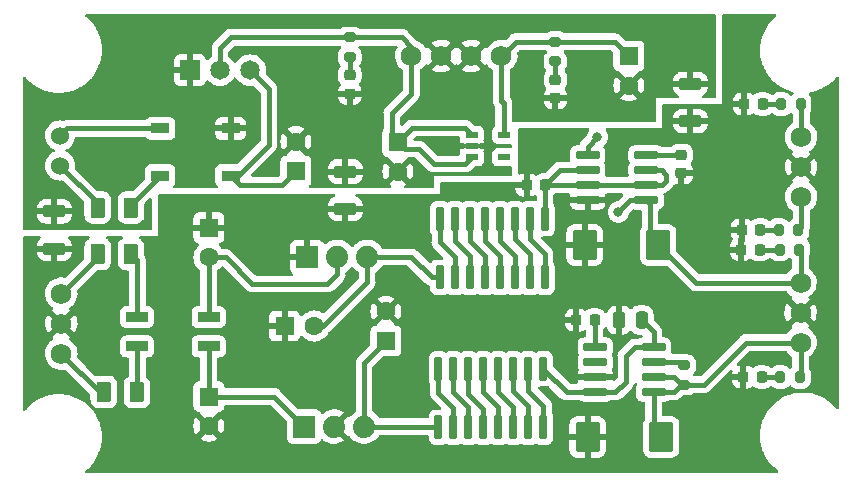
<source format=gbr>
%TF.GenerationSoftware,KiCad,Pcbnew,(6.0.9)*%
%TF.CreationDate,2022-11-12T23:53:35-05:00*%
%TF.ProjectId,CurrentSense_PS,43757272-656e-4745-9365-6e73655f5053,rev?*%
%TF.SameCoordinates,Original*%
%TF.FileFunction,Copper,L1,Top*%
%TF.FilePolarity,Positive*%
%FSLAX46Y46*%
G04 Gerber Fmt 4.6, Leading zero omitted, Abs format (unit mm)*
G04 Created by KiCad (PCBNEW (6.0.9)) date 2022-11-12 23:53:35*
%MOMM*%
%LPD*%
G01*
G04 APERTURE LIST*
G04 Aperture macros list*
%AMRoundRect*
0 Rectangle with rounded corners*
0 $1 Rounding radius*
0 $2 $3 $4 $5 $6 $7 $8 $9 X,Y pos of 4 corners*
0 Add a 4 corners polygon primitive as box body*
4,1,4,$2,$3,$4,$5,$6,$7,$8,$9,$2,$3,0*
0 Add four circle primitives for the rounded corners*
1,1,$1+$1,$2,$3*
1,1,$1+$1,$4,$5*
1,1,$1+$1,$6,$7*
1,1,$1+$1,$8,$9*
0 Add four rect primitives between the rounded corners*
20,1,$1+$1,$2,$3,$4,$5,0*
20,1,$1+$1,$4,$5,$6,$7,0*
20,1,$1+$1,$6,$7,$8,$9,0*
20,1,$1+$1,$8,$9,$2,$3,0*%
G04 Aperture macros list end*
%TA.AperFunction,ComponentPad*%
%ADD10R,1.600000X1.600000*%
%TD*%
%TA.AperFunction,ComponentPad*%
%ADD11C,1.600000*%
%TD*%
%TA.AperFunction,SMDPad,CuDef*%
%ADD12RoundRect,0.218750X-0.218750X-0.256250X0.218750X-0.256250X0.218750X0.256250X-0.218750X0.256250X0*%
%TD*%
%TA.AperFunction,SMDPad,CuDef*%
%ADD13RoundRect,0.200000X-0.275000X0.200000X-0.275000X-0.200000X0.275000X-0.200000X0.275000X0.200000X0*%
%TD*%
%TA.AperFunction,ComponentPad*%
%ADD14R,1.651000X1.651000*%
%TD*%
%TA.AperFunction,ComponentPad*%
%ADD15C,1.651000*%
%TD*%
%TA.AperFunction,SMDPad,CuDef*%
%ADD16RoundRect,0.250000X-0.700000X0.275000X-0.700000X-0.275000X0.700000X-0.275000X0.700000X0.275000X0*%
%TD*%
%TA.AperFunction,SMDPad,CuDef*%
%ADD17RoundRect,0.200000X0.200000X0.275000X-0.200000X0.275000X-0.200000X-0.275000X0.200000X-0.275000X0*%
%TD*%
%TA.AperFunction,ComponentPad*%
%ADD18C,1.524000*%
%TD*%
%TA.AperFunction,SMDPad,CuDef*%
%ADD19R,1.003300X0.508000*%
%TD*%
%TA.AperFunction,ComponentPad*%
%ADD20C,1.727200*%
%TD*%
%TA.AperFunction,SMDPad,CuDef*%
%ADD21RoundRect,0.250000X-0.787500X-1.025000X0.787500X-1.025000X0.787500X1.025000X-0.787500X1.025000X0*%
%TD*%
%TA.AperFunction,SMDPad,CuDef*%
%ADD22RoundRect,0.250000X-0.375000X-0.625000X0.375000X-0.625000X0.375000X0.625000X-0.375000X0.625000X0*%
%TD*%
%TA.AperFunction,SMDPad,CuDef*%
%ADD23RoundRect,0.200000X0.275000X-0.200000X0.275000X0.200000X-0.275000X0.200000X-0.275000X-0.200000X0*%
%TD*%
%TA.AperFunction,SMDPad,CuDef*%
%ADD24RoundRect,0.250000X0.787500X1.025000X-0.787500X1.025000X-0.787500X-1.025000X0.787500X-1.025000X0*%
%TD*%
%TA.AperFunction,SMDPad,CuDef*%
%ADD25RoundRect,0.218750X0.218750X0.256250X-0.218750X0.256250X-0.218750X-0.256250X0.218750X-0.256250X0*%
%TD*%
%TA.AperFunction,SMDPad,CuDef*%
%ADD26RoundRect,0.250000X0.250000X0.475000X-0.250000X0.475000X-0.250000X-0.475000X0.250000X-0.475000X0*%
%TD*%
%TA.AperFunction,SMDPad,CuDef*%
%ADD27RoundRect,0.218750X0.256250X-0.218750X0.256250X0.218750X-0.256250X0.218750X-0.256250X-0.218750X0*%
%TD*%
%TA.AperFunction,SMDPad,CuDef*%
%ADD28RoundRect,0.042000X-0.943000X-0.258000X0.943000X-0.258000X0.943000X0.258000X-0.943000X0.258000X0*%
%TD*%
%TA.AperFunction,SMDPad,CuDef*%
%ADD29RoundRect,0.225000X0.225000X0.250000X-0.225000X0.250000X-0.225000X-0.250000X0.225000X-0.250000X0*%
%TD*%
%TA.AperFunction,SMDPad,CuDef*%
%ADD30RoundRect,0.048800X0.256200X-0.936200X0.256200X0.936200X-0.256200X0.936200X-0.256200X-0.936200X0*%
%TD*%
%TA.AperFunction,SMDPad,CuDef*%
%ADD31R,1.850000X0.850000*%
%TD*%
%TA.AperFunction,SMDPad,CuDef*%
%ADD32RoundRect,0.048800X-0.256200X0.936200X-0.256200X-0.936200X0.256200X-0.936200X0.256200X0.936200X0*%
%TD*%
%TA.AperFunction,SMDPad,CuDef*%
%ADD33RoundRect,0.225000X0.250000X-0.225000X0.250000X0.225000X-0.250000X0.225000X-0.250000X-0.225000X0*%
%TD*%
%TA.AperFunction,ComponentPad*%
%ADD34R,1.879600X1.879600*%
%TD*%
%TA.AperFunction,ComponentPad*%
%ADD35C,1.879600*%
%TD*%
%TA.AperFunction,SMDPad,CuDef*%
%ADD36R,1.550000X0.900000*%
%TD*%
%TA.AperFunction,ViaPad*%
%ADD37C,0.800000*%
%TD*%
%TA.AperFunction,Conductor*%
%ADD38C,0.406400*%
%TD*%
G04 APERTURE END LIST*
D10*
%TO.P,C4,1*%
%TO.N,Net-(BR1-Pad1)*%
X74422000Y-93853000D03*
D11*
%TO.P,C4,2*%
%TO.N,GNDA*%
X74422000Y-96353000D03*
%TD*%
D12*
%TO.P,D6,1,K*%
%TO.N,GNDA*%
X119671500Y-92202000D03*
%TO.P,D6,2,A*%
%TO.N,Net-(D6-Pad2)*%
X121246500Y-92202000D03*
%TD*%
D13*
%TO.P,R3,1*%
%TO.N,/+3.3VDD*%
X103759000Y-63818000D03*
%TO.P,R3,2*%
%TO.N,Net-(D2-Pad2)*%
X103759000Y-65468000D03*
%TD*%
D14*
%TO.P,CR1,1,ADJ/GND*%
%TO.N,GNDD*%
X72826600Y-66217800D03*
D15*
%TO.P,CR1,2,OUTPUT*%
%TO.N,/+5VDD*%
X75366600Y-66217800D03*
%TO.P,CR1,3,INPUT*%
%TO.N,Net-(C1-Pad1)*%
X77906600Y-66217800D03*
%TD*%
D16*
%TO.P,L3,1,1*%
%TO.N,GNDD*%
X61341000Y-78181000D03*
%TO.P,L3,2,2*%
%TO.N,GNDA*%
X61341000Y-81331000D03*
%TD*%
%TO.P,L1,1,1*%
%TO.N,GNDD*%
X85979000Y-74803000D03*
%TO.P,L1,2,2*%
%TO.N,GNDA*%
X85979000Y-77953000D03*
%TD*%
D13*
%TO.P,R2,1*%
%TO.N,/+5VDD*%
X86360000Y-63437000D03*
%TO.P,R2,2*%
%TO.N,Net-(D1-Pad2)*%
X86360000Y-65087000D03*
%TD*%
D17*
%TO.P,R5,1*%
%TO.N,/-15VAA*%
X124523000Y-69088000D03*
%TO.P,R5,2*%
%TO.N,Net-(R5-Pad2)*%
X122873000Y-69088000D03*
%TD*%
D18*
%TO.P,J1,1,1*%
%TO.N,Net-(J1-Pad1)*%
X61823600Y-74295000D03*
%TO.P,J1,2,2*%
%TO.N,Net-(IC1-Pad3)*%
X61823600Y-71755000D03*
%TD*%
D19*
%TO.P,U1,1,VIN*%
%TO.N,/+5VDD*%
X96691450Y-71693999D03*
%TO.P,U1,2,GND*%
%TO.N,GNDD*%
X96691450Y-72644000D03*
%TO.P,U1,3,EN*%
%TO.N,/+5VDD*%
X96691450Y-73594001D03*
%TO.P,U1,4,NC*%
%TO.N,unconnected-(U1-Pad4)*%
X99396550Y-73594001D03*
%TO.P,U1,5,VOUT*%
%TO.N,/+3.3VDD*%
X99396550Y-71693999D03*
%TD*%
D10*
%TO.P,C7,1*%
%TO.N,GNDA*%
X80836888Y-87884000D03*
D11*
%TO.P,C7,2*%
%TO.N,/-15VAA*%
X83336888Y-87884000D03*
%TD*%
D20*
%TO.P,J3,1,1*%
%TO.N,Net-(J3-Pad1)*%
X61925200Y-90220800D03*
%TO.P,J3,2,2*%
%TO.N,GNDA*%
X61925200Y-87680800D03*
%TO.P,J3,3,3*%
%TO.N,Net-(J3-Pad3)*%
X61925200Y-85140800D03*
%TD*%
%TO.P,J4,1,1*%
%TO.N,/-15VAA*%
X124561600Y-71882000D03*
%TO.P,J4,2,2*%
%TO.N,GNDA*%
X124561600Y-74422000D03*
%TO.P,J4,3,3*%
%TO.N,/+15VAA*%
X124561600Y-76962000D03*
%TD*%
D17*
%TO.P,R4,1*%
%TO.N,/+15VAA*%
X124332000Y-79756000D03*
%TO.P,R4,2*%
%TO.N,Net-(R4-Pad2)*%
X122682000Y-79756000D03*
%TD*%
D21*
%TO.P,C13,1*%
%TO.N,GNDA*%
X106234500Y-81026000D03*
%TO.P,C13,2*%
%TO.N,/-5VAA*%
X112459500Y-81026000D03*
%TD*%
D22*
%TO.P,F1,1*%
%TO.N,Net-(J1-Pad1)*%
X65021000Y-77851000D03*
%TO.P,F1,2*%
%TO.N,Net-(IC1-Pad4)*%
X67821000Y-77851000D03*
%TD*%
D10*
%TO.P,C3,1*%
%TO.N,/+3.3VDD*%
X109982000Y-65024000D03*
D11*
%TO.P,C3,2*%
%TO.N,GNDD*%
X109982000Y-67524000D03*
%TD*%
D23*
%TO.P,R1,1*%
%TO.N,/+5VAA*%
X114681000Y-92849200D03*
%TO.P,R1,2*%
%TO.N,Net-(R1-Pad2)*%
X114681000Y-91199200D03*
%TD*%
D24*
%TO.P,C10,1*%
%TO.N,/+5VAA*%
X112713500Y-97282000D03*
%TO.P,C10,2*%
%TO.N,GNDA*%
X106488500Y-97282000D03*
%TD*%
D25*
%TO.P,D4,1,K*%
%TO.N,Net-(R5-Pad2)*%
X121310500Y-69088000D03*
%TO.P,D4,2,A*%
%TO.N,GNDA*%
X119735500Y-69088000D03*
%TD*%
D26*
%TO.P,C8,1*%
%TO.N,/+9VAA*%
X111059000Y-87376000D03*
%TO.P,C8,2*%
%TO.N,GNDA*%
X109159000Y-87376000D03*
%TD*%
D10*
%TO.P,C5,1*%
%TO.N,GNDA*%
X74422000Y-79566888D03*
D11*
%TO.P,C5,2*%
%TO.N,Net-(BR1-Pad2)*%
X74422000Y-82066888D03*
%TD*%
D22*
%TO.P,F2,1*%
%TO.N,Net-(J3-Pad1)*%
X65529000Y-93472000D03*
%TO.P,F2,2*%
%TO.N,Net-(BR1-Pad4)*%
X68329000Y-93472000D03*
%TD*%
D27*
%TO.P,D1,1,K*%
%TO.N,GNDD*%
X86360000Y-68224500D03*
%TO.P,D1,2,A*%
%TO.N,Net-(D1-Pad2)*%
X86360000Y-66649500D03*
%TD*%
D28*
%TO.P,U5,1,VOUTS*%
%TO.N,/-5VAA*%
X106497000Y-73406000D03*
%TO.P,U5,2,VIN*%
%TO.N,/-9VAA*%
X106497000Y-74676000D03*
%TO.P,U5,3,VIN*%
X106497000Y-75946000D03*
%TO.P,U5,4,GND*%
%TO.N,GNDA*%
X106497000Y-77216000D03*
%TO.P,U5,5,VOUT*%
%TO.N,/-5VAA*%
X111437000Y-77216000D03*
%TO.P,U5,6,VIN*%
%TO.N,/-9VAA*%
X111437000Y-75946000D03*
%TO.P,U5,7,VIN*%
X111437000Y-74676000D03*
%TO.P,U5,8,SD/CT*%
%TO.N,Net-(C11-Pad2)*%
X111437000Y-73406000D03*
%TD*%
D29*
%TO.P,C9,1*%
%TO.N,Net-(C9-Pad1)*%
X107074000Y-87376000D03*
%TO.P,C9,2*%
%TO.N,GNDA*%
X105524000Y-87376000D03*
%TD*%
D28*
%TO.P,U4,1,BYPASS*%
%TO.N,Net-(C9-Pad1)*%
X107132000Y-89662000D03*
%TO.P,U4,2*%
%TO.N,N/C*%
X107132000Y-90932000D03*
%TO.P,U4,3,GND*%
%TO.N,GNDA*%
X107132000Y-92202000D03*
%TO.P,U4,4,INPUT*%
%TO.N,/+9VAA*%
X107132000Y-93472000D03*
%TO.P,U4,5,OUTPUT*%
%TO.N,/+5VAA*%
X112072000Y-93472000D03*
%TO.P,U4,6,SENSE*%
X112072000Y-92202000D03*
%TO.P,U4,7,~{ERROR}*%
%TO.N,Net-(R1-Pad2)*%
X112072000Y-90932000D03*
%TO.P,U4,8,~{SHUTDOWN}*%
%TO.N,/+9VAA*%
X112072000Y-89662000D03*
%TD*%
D30*
%TO.P,DN2,1*%
%TO.N,/-15VAA*%
X93980000Y-83750000D03*
%TO.P,DN2,2*%
%TO.N,Net-(DN2-Pad16)*%
X95250000Y-83750000D03*
%TO.P,DN2,3*%
%TO.N,Net-(DN2-Pad15)*%
X96520000Y-83750000D03*
%TO.P,DN2,4*%
%TO.N,Net-(DN2-Pad14)*%
X97790000Y-83750000D03*
%TO.P,DN2,5*%
%TO.N,Net-(DN2-Pad13)*%
X99060000Y-83750000D03*
%TO.P,DN2,6*%
%TO.N,Net-(DN2-Pad12)*%
X100330000Y-83750000D03*
%TO.P,DN2,7*%
%TO.N,Net-(DN2-Pad11)*%
X101600000Y-83750000D03*
%TO.P,DN2,8*%
%TO.N,Net-(DN2-Pad10)*%
X102870000Y-83750000D03*
%TO.P,DN2,9*%
%TO.N,/-9VAA*%
X102870000Y-78810000D03*
%TO.P,DN2,10*%
%TO.N,Net-(DN2-Pad10)*%
X101600000Y-78810000D03*
%TO.P,DN2,11*%
%TO.N,Net-(DN2-Pad11)*%
X100330000Y-78810000D03*
%TO.P,DN2,12*%
%TO.N,Net-(DN2-Pad12)*%
X99060000Y-78810000D03*
%TO.P,DN2,13*%
%TO.N,Net-(DN2-Pad13)*%
X97790000Y-78810000D03*
%TO.P,DN2,14*%
%TO.N,Net-(DN2-Pad14)*%
X96520000Y-78810000D03*
%TO.P,DN2,15*%
%TO.N,Net-(DN2-Pad15)*%
X95250000Y-78810000D03*
%TO.P,DN2,16*%
%TO.N,Net-(DN2-Pad16)*%
X93980000Y-78810000D03*
%TD*%
D16*
%TO.P,L2,1,1*%
%TO.N,GNDD*%
X115189000Y-67386000D03*
%TO.P,L2,2,2*%
%TO.N,GNDA*%
X115189000Y-70536000D03*
%TD*%
D10*
%TO.P,C2,1*%
%TO.N,/+5VDD*%
X90424000Y-72303000D03*
D11*
%TO.P,C2,2*%
%TO.N,GNDD*%
X90424000Y-74803000D03*
%TD*%
D12*
%TO.P,D3,1,K*%
%TO.N,GNDA*%
X119544500Y-79756000D03*
%TO.P,D3,2,A*%
%TO.N,Net-(R4-Pad2)*%
X121119500Y-79756000D03*
%TD*%
D31*
%TO.P,BR1,1,+*%
%TO.N,Net-(BR1-Pad1)*%
X74399000Y-89617112D03*
%TO.P,BR1,2,-*%
%TO.N,Net-(BR1-Pad2)*%
X74399000Y-87117112D03*
%TO.P,BR1,3,~{_1}*%
%TO.N,Net-(BR1-Pad3)*%
X68349000Y-87117112D03*
%TO.P,BR1,4,~{_2}*%
%TO.N,Net-(BR1-Pad4)*%
X68349000Y-89617112D03*
%TD*%
D25*
%TO.P,D5,1,K*%
%TO.N,Net-(D5-Pad1)*%
X121056500Y-81407000D03*
%TO.P,D5,2,A*%
%TO.N,GNDA*%
X119481500Y-81407000D03*
%TD*%
D32*
%TO.P,DN1,1*%
%TO.N,/+9VAA*%
X102743000Y-91510000D03*
%TO.P,DN1,2*%
%TO.N,Net-(DN1-Pad16)*%
X101473000Y-91510000D03*
%TO.P,DN1,3*%
%TO.N,Net-(DN1-Pad15)*%
X100203000Y-91510000D03*
%TO.P,DN1,4*%
%TO.N,Net-(DN1-Pad14)*%
X98933000Y-91510000D03*
%TO.P,DN1,5*%
%TO.N,Net-(DN1-Pad13)*%
X97663000Y-91510000D03*
%TO.P,DN1,6*%
%TO.N,Net-(DN1-Pad12)*%
X96393000Y-91510000D03*
%TO.P,DN1,7*%
%TO.N,Net-(DN1-Pad11)*%
X95123000Y-91510000D03*
%TO.P,DN1,8*%
%TO.N,Net-(DN1-Pad10)*%
X93853000Y-91510000D03*
%TO.P,DN1,9*%
%TO.N,/+15VAA*%
X93853000Y-96450000D03*
%TO.P,DN1,10*%
%TO.N,Net-(DN1-Pad10)*%
X95123000Y-96450000D03*
%TO.P,DN1,11*%
%TO.N,Net-(DN1-Pad11)*%
X96393000Y-96450000D03*
%TO.P,DN1,12*%
%TO.N,Net-(DN1-Pad12)*%
X97663000Y-96450000D03*
%TO.P,DN1,13*%
%TO.N,Net-(DN1-Pad13)*%
X98933000Y-96450000D03*
%TO.P,DN1,14*%
%TO.N,Net-(DN1-Pad14)*%
X100203000Y-96450000D03*
%TO.P,DN1,15*%
%TO.N,Net-(DN1-Pad15)*%
X101473000Y-96450000D03*
%TO.P,DN1,16*%
%TO.N,Net-(DN1-Pad16)*%
X102743000Y-96450000D03*
%TD*%
D17*
%TO.P,R7,1*%
%TO.N,/-5VAA*%
X124396000Y-81407000D03*
%TO.P,R7,2*%
%TO.N,Net-(D5-Pad1)*%
X122746000Y-81407000D03*
%TD*%
D33*
%TO.P,C11,1*%
%TO.N,GNDA*%
X114427000Y-74943000D03*
%TO.P,C11,2*%
%TO.N,Net-(C11-Pad2)*%
X114427000Y-73393000D03*
%TD*%
D20*
%TO.P,J5,1,1*%
%TO.N,/-5VAA*%
X124511000Y-84201000D03*
%TO.P,J5,2,2*%
%TO.N,GNDA*%
X124511000Y-86741000D03*
%TO.P,J5,3,3*%
%TO.N,/+5VAA*%
X124511000Y-89281000D03*
%TD*%
D34*
%TO.P,U3,1,GND*%
%TO.N,GNDA*%
X82732600Y-82042000D03*
D35*
%TO.P,U3,2,IN*%
%TO.N,Net-(BR1-Pad2)*%
X85272600Y-82042000D03*
%TO.P,U3,3,OUT*%
%TO.N,/-15VAA*%
X87812600Y-82042000D03*
%TD*%
D29*
%TO.P,C12,1*%
%TO.N,/-9VAA*%
X102883000Y-75946000D03*
%TO.P,C12,2*%
%TO.N,GNDA*%
X101333000Y-75946000D03*
%TD*%
D34*
%TO.P,U2,1,IN*%
%TO.N,Net-(BR1-Pad1)*%
X82478600Y-96393000D03*
D35*
%TO.P,U2,2,GND*%
%TO.N,GNDA*%
X85018600Y-96393000D03*
%TO.P,U2,3,OUT*%
%TO.N,/+15VAA*%
X87558600Y-96393000D03*
%TD*%
D17*
%TO.P,R6,1*%
%TO.N,/+5VAA*%
X124459000Y-92202000D03*
%TO.P,R6,2*%
%TO.N,Net-(D6-Pad2)*%
X122809000Y-92202000D03*
%TD*%
D10*
%TO.P,C6,1*%
%TO.N,/+15VAA*%
X89408000Y-89154000D03*
D11*
%TO.P,C6,2*%
%TO.N,GNDA*%
X89408000Y-86654000D03*
%TD*%
D27*
%TO.P,D2,1,K*%
%TO.N,GNDD*%
X103759000Y-68605500D03*
%TO.P,D2,2,A*%
%TO.N,Net-(D2-Pad2)*%
X103759000Y-67030500D03*
%TD*%
D22*
%TO.P,F3,1*%
%TO.N,Net-(J3-Pad3)*%
X65021000Y-81788000D03*
%TO.P,F3,2*%
%TO.N,Net-(BR1-Pad3)*%
X67821000Y-81788000D03*
%TD*%
D10*
%TO.P,C1,1*%
%TO.N,Net-(C1-Pad1)*%
X81788000Y-74778112D03*
D11*
%TO.P,C1,2*%
%TO.N,GNDD*%
X81788000Y-72278112D03*
%TD*%
D20*
%TO.P,J2,1,1*%
%TO.N,/+5VDD*%
X91567000Y-65024000D03*
%TO.P,J2,2,2*%
%TO.N,GNDD*%
X94107000Y-65024000D03*
%TO.P,J2,3,3*%
X96647000Y-65024000D03*
%TO.P,J2,4,4*%
%TO.N,/+3.3VDD*%
X99187000Y-65024000D03*
%TD*%
D36*
%TO.P,IC1,1,+*%
%TO.N,Net-(C1-Pad1)*%
X76254000Y-75152000D03*
%TO.P,IC1,2,-*%
%TO.N,GNDD*%
X76254000Y-71152000D03*
%TO.P,IC1,3,~{_1}*%
%TO.N,Net-(IC1-Pad3)*%
X70304000Y-71152000D03*
%TO.P,IC1,4,~{_2}*%
%TO.N,Net-(IC1-Pad4)*%
X70304000Y-75152000D03*
%TD*%
D37*
%TO.N,GNDD*%
X74168000Y-69088000D03*
X95504000Y-68072000D03*
X67564000Y-62484000D03*
X83820000Y-69596000D03*
X114300000Y-63500000D03*
X76200000Y-73152000D03*
X67564000Y-65024000D03*
X92964000Y-69596000D03*
X73660000Y-73152000D03*
X64516000Y-73152000D03*
X82296000Y-66548000D03*
X67564000Y-68072000D03*
X94996000Y-62992000D03*
X86868000Y-71120000D03*
X67564000Y-73660000D03*
X72644000Y-62992000D03*
X61976000Y-69088000D03*
X94488000Y-72644000D03*
%TO.N,GNDA*%
X127000000Y-71120000D03*
X84328000Y-91948000D03*
X89916000Y-79248000D03*
X120396000Y-63500000D03*
X60452000Y-92964000D03*
X127000000Y-77724000D03*
X119380000Y-87884000D03*
X64897000Y-86106000D03*
X115824000Y-81788000D03*
X94488000Y-86868000D03*
X77724000Y-87884000D03*
X98044000Y-86868000D03*
X114808000Y-78232000D03*
X112776000Y-85344000D03*
X85852000Y-89408000D03*
X91440000Y-92456000D03*
X78232000Y-80264000D03*
X77724000Y-90424000D03*
X127000000Y-89916000D03*
X59944000Y-83312000D03*
X115824000Y-86868000D03*
X127000000Y-83312000D03*
X93472000Y-99060000D03*
X119380000Y-85852000D03*
X98552000Y-99060000D03*
X119888000Y-74168000D03*
X109220000Y-83312000D03*
X102616000Y-99060000D03*
X70612000Y-81280000D03*
X118872000Y-97536000D03*
X77724000Y-98552000D03*
X67056000Y-97536000D03*
X102616000Y-86868000D03*
X115316000Y-94996000D03*
%TO.N,/-5VAA*%
X107315000Y-71882000D03*
X109093000Y-78232000D03*
%TD*%
D38*
%TO.N,Net-(IC1-Pad3)*%
X62426600Y-71152000D02*
X61823600Y-71755000D01*
X70304000Y-71152000D02*
X62426600Y-71152000D01*
%TO.N,Net-(IC1-Pad4)*%
X67821000Y-77635000D02*
X70304000Y-75152000D01*
X67821000Y-77851000D02*
X67821000Y-77635000D01*
%TO.N,/+5VDD*%
X91567000Y-65024000D02*
X91567000Y-68199000D01*
X96691450Y-71693999D02*
X96117451Y-71120000D01*
X89916000Y-71795000D02*
X90424000Y-72303000D01*
X75366600Y-66217800D02*
X75366600Y-64333400D01*
X96117451Y-74168000D02*
X93472000Y-74168000D01*
X89916000Y-69850000D02*
X89916000Y-71795000D01*
X75366600Y-64333400D02*
X76263000Y-63437000D01*
X90742000Y-63437000D02*
X91567000Y-64262000D01*
X91567000Y-64262000D02*
X91567000Y-65024000D01*
X86360000Y-63437000D02*
X90742000Y-63437000D01*
X91019000Y-72898000D02*
X90424000Y-72303000D01*
X76263000Y-63437000D02*
X86360000Y-63437000D01*
X96117451Y-71120000D02*
X91607000Y-71120000D01*
X93472000Y-74168000D02*
X92202000Y-72898000D01*
X91567000Y-68199000D02*
X89916000Y-69850000D01*
X96691450Y-73594001D02*
X96117451Y-74168000D01*
X92202000Y-72898000D02*
X91019000Y-72898000D01*
X91607000Y-71120000D02*
X90424000Y-72303000D01*
%TO.N,/+3.3VDD*%
X99187000Y-68834000D02*
X99187000Y-65024000D01*
X103759000Y-63818000D02*
X108776000Y-63818000D01*
X108776000Y-63818000D02*
X109982000Y-65024000D01*
X99396550Y-69043550D02*
X99187000Y-68834000D01*
X100393000Y-63818000D02*
X103759000Y-63818000D01*
X99187000Y-65024000D02*
X100393000Y-63818000D01*
X99396550Y-71693999D02*
X99396550Y-69043550D01*
%TO.N,Net-(C1-Pad1)*%
X79502000Y-72517000D02*
X76867000Y-75152000D01*
X76254000Y-75152000D02*
X77048000Y-75946000D01*
X77906600Y-66217800D02*
X79502000Y-67813200D01*
X79502000Y-67813200D02*
X79502000Y-72517000D01*
X77048000Y-75946000D02*
X80620112Y-75946000D01*
X76867000Y-75152000D02*
X76254000Y-75152000D01*
X80620112Y-75946000D02*
X81788000Y-74778112D01*
%TO.N,Net-(BR1-Pad2)*%
X75843888Y-82066888D02*
X74422000Y-82066888D01*
X84455000Y-84328000D02*
X78105000Y-84328000D01*
X78105000Y-84328000D02*
X75843888Y-82066888D01*
X85272600Y-82042000D02*
X85272600Y-83510400D01*
X74399000Y-82089888D02*
X74422000Y-82066888D01*
X74399000Y-87117112D02*
X74399000Y-82089888D01*
X85272600Y-83510400D02*
X84455000Y-84328000D01*
%TO.N,Net-(BR1-Pad3)*%
X68349000Y-82316000D02*
X67821000Y-81788000D01*
X68349000Y-87117112D02*
X68349000Y-82316000D01*
%TO.N,Net-(BR1-Pad4)*%
X68349000Y-93452000D02*
X68329000Y-93472000D01*
X68349000Y-89617112D02*
X68349000Y-93452000D01*
%TO.N,Net-(DN1-Pad16)*%
X102743000Y-94615000D02*
X102743000Y-96450000D01*
X101473000Y-91510000D02*
X101473000Y-93345000D01*
X101473000Y-93345000D02*
X102743000Y-94615000D01*
%TO.N,Net-(DN1-Pad15)*%
X101473000Y-94615000D02*
X101473000Y-96450000D01*
X100203000Y-93345000D02*
X101473000Y-94615000D01*
X100203000Y-91510000D02*
X100203000Y-93345000D01*
%TO.N,Net-(DN1-Pad14)*%
X98933000Y-91510000D02*
X98933000Y-93472000D01*
X98933000Y-93472000D02*
X100203000Y-94742000D01*
X100203000Y-94742000D02*
X100203000Y-96450000D01*
%TO.N,Net-(DN1-Pad13)*%
X98933000Y-94742000D02*
X98933000Y-96450000D01*
X97663000Y-91510000D02*
X97663000Y-93472000D01*
X97663000Y-93472000D02*
X98933000Y-94742000D01*
%TO.N,Net-(DN1-Pad12)*%
X96393000Y-91510000D02*
X96393000Y-93599000D01*
X97663000Y-94869000D02*
X97663000Y-96450000D01*
X96393000Y-93599000D02*
X97663000Y-94869000D01*
%TO.N,Net-(DN1-Pad11)*%
X95123000Y-91510000D02*
X95123000Y-93503750D01*
X96393000Y-94773750D02*
X96393000Y-96450000D01*
X95123000Y-93503750D02*
X96393000Y-94773750D01*
%TO.N,Net-(DN1-Pad10)*%
X93853000Y-91510000D02*
X93853000Y-93535500D01*
X95123000Y-94805500D02*
X95123000Y-96450000D01*
X93853000Y-93535500D02*
X95123000Y-94805500D01*
%TO.N,Net-(DN2-Pad16)*%
X95250000Y-82042000D02*
X93980000Y-80772000D01*
X93980000Y-80772000D02*
X93980000Y-78810000D01*
X95250000Y-83750000D02*
X95250000Y-82042000D01*
%TO.N,Net-(DN2-Pad15)*%
X96520000Y-81915000D02*
X95250000Y-80645000D01*
X95250000Y-80645000D02*
X95250000Y-78810000D01*
X96520000Y-83750000D02*
X96520000Y-81915000D01*
%TO.N,Net-(DN2-Pad14)*%
X96520000Y-80645000D02*
X96520000Y-78810000D01*
X97790000Y-83750000D02*
X97790000Y-81915000D01*
X97790000Y-81915000D02*
X96520000Y-80645000D01*
%TO.N,Net-(DN2-Pad13)*%
X99060000Y-81915000D02*
X97790000Y-80645000D01*
X97790000Y-80645000D02*
X97790000Y-78810000D01*
X99060000Y-83750000D02*
X99060000Y-81915000D01*
%TO.N,Net-(DN2-Pad12)*%
X100330000Y-83750000D02*
X100330000Y-81915000D01*
X100330000Y-81915000D02*
X99060000Y-80645000D01*
X99060000Y-80645000D02*
X99060000Y-78810000D01*
%TO.N,Net-(DN2-Pad11)*%
X100330000Y-80518000D02*
X100330000Y-78810000D01*
X101600000Y-83750000D02*
X101600000Y-81788000D01*
X101600000Y-81788000D02*
X100330000Y-80518000D01*
%TO.N,Net-(DN2-Pad10)*%
X101600000Y-78810000D02*
X101600000Y-80518000D01*
X102870000Y-81788000D02*
X102870000Y-83750000D01*
X101600000Y-80518000D02*
X102870000Y-81788000D01*
%TO.N,/+15VAA*%
X124561600Y-76962000D02*
X124561600Y-79526400D01*
X87558600Y-91003400D02*
X89408000Y-89154000D01*
X124561600Y-79526400D02*
X124332000Y-79756000D01*
X87558600Y-96393000D02*
X87558600Y-91003400D01*
X87558600Y-96393000D02*
X93796000Y-96393000D01*
X93796000Y-96393000D02*
X93853000Y-96450000D01*
%TO.N,/-15VAA*%
X93275000Y-83750000D02*
X93980000Y-83750000D01*
X91567000Y-82042000D02*
X93275000Y-83750000D01*
X124561600Y-71882000D02*
X124561600Y-69126600D01*
X84074000Y-87884000D02*
X83336888Y-87884000D01*
X87812600Y-82042000D02*
X91567000Y-82042000D01*
X124561600Y-69126600D02*
X124523000Y-69088000D01*
X87812600Y-82042000D02*
X87812600Y-84145400D01*
X87812600Y-84145400D02*
X84074000Y-87884000D01*
%TO.N,/+9VAA*%
X108839000Y-93472000D02*
X109728000Y-92583000D01*
X112072000Y-88389000D02*
X111059000Y-87376000D01*
X109728000Y-92583000D02*
X109728000Y-90424000D01*
X109728000Y-90424000D02*
X110490000Y-89662000D01*
X104705000Y-93472000D02*
X102743000Y-91510000D01*
X107132000Y-93472000D02*
X104705000Y-93472000D01*
X112072000Y-89662000D02*
X112072000Y-88389000D01*
X110490000Y-89662000D02*
X112072000Y-89662000D01*
X107132000Y-93472000D02*
X108839000Y-93472000D01*
%TO.N,/-9VAA*%
X102870000Y-75959000D02*
X102870000Y-78810000D01*
X113157000Y-75057000D02*
X113157000Y-75565000D01*
X104140000Y-74676000D02*
X106497000Y-74676000D01*
X111437000Y-74676000D02*
X112776000Y-74676000D01*
X102883000Y-75946000D02*
X102883000Y-75933000D01*
X112776000Y-75946000D02*
X111437000Y-75946000D01*
X113157000Y-75565000D02*
X112776000Y-75946000D01*
X102883000Y-75933000D02*
X104140000Y-74676000D01*
X102883000Y-75946000D02*
X106497000Y-75946000D01*
X112776000Y-74676000D02*
X113157000Y-75057000D01*
X111437000Y-75946000D02*
X106497000Y-75946000D01*
%TO.N,/+5VAA*%
X116319800Y-92849200D02*
X119888000Y-89281000D01*
X114681000Y-92849200D02*
X116319800Y-92849200D01*
X114414800Y-92849200D02*
X114681000Y-92849200D01*
X112072000Y-92202000D02*
X113792000Y-92202000D01*
X119888000Y-89281000D02*
X124511000Y-89281000D01*
X112072000Y-93472000D02*
X112072000Y-96640500D01*
X112072000Y-93472000D02*
X113792000Y-93472000D01*
X124511000Y-92150000D02*
X124459000Y-92202000D01*
X124511000Y-89281000D02*
X124511000Y-92150000D01*
X113792000Y-92202000D02*
X114439200Y-92849200D01*
X112072000Y-96640500D02*
X112713500Y-97282000D01*
X113792000Y-93472000D02*
X114414800Y-92849200D01*
X114439200Y-92849200D02*
X114681000Y-92849200D01*
%TO.N,/-5VAA*%
X111437000Y-77216000D02*
X110109000Y-77216000D01*
X112459500Y-81026000D02*
X115634500Y-84201000D01*
X124511000Y-81522000D02*
X124396000Y-81407000D01*
X115634500Y-84201000D02*
X124511000Y-84201000D01*
X124511000Y-84201000D02*
X124511000Y-81522000D01*
X106497000Y-72700000D02*
X107315000Y-71882000D01*
X110109000Y-77216000D02*
X109093000Y-78232000D01*
X111760000Y-80326500D02*
X112459500Y-81026000D01*
X111437000Y-77216000D02*
X111760000Y-77539000D01*
X106497000Y-73406000D02*
X106497000Y-72700000D01*
X111760000Y-77539000D02*
X111760000Y-80326500D01*
%TO.N,Net-(BR1-Pad1)*%
X74399000Y-93830000D02*
X74422000Y-93853000D01*
X74422000Y-93853000D02*
X79938600Y-93853000D01*
X79938600Y-93853000D02*
X82478600Y-96393000D01*
X74399000Y-89617112D02*
X74399000Y-93830000D01*
%TO.N,Net-(C9-Pad1)*%
X107074000Y-87376000D02*
X107074000Y-89604000D01*
X107074000Y-89604000D02*
X107132000Y-89662000D01*
%TO.N,Net-(C11-Pad2)*%
X111437000Y-73406000D02*
X114414000Y-73406000D01*
X114414000Y-73406000D02*
X114427000Y-73393000D01*
%TO.N,Net-(R1-Pad2)*%
X112072000Y-90932000D02*
X114413800Y-90932000D01*
X114413800Y-90932000D02*
X114681000Y-91199200D01*
%TO.N,Net-(J1-Pad1)*%
X65021000Y-77492400D02*
X65021000Y-77851000D01*
X61823600Y-74295000D02*
X65021000Y-77492400D01*
%TO.N,Net-(J3-Pad1)*%
X65529000Y-93472000D02*
X65176400Y-93472000D01*
X65176400Y-93472000D02*
X61925200Y-90220800D01*
%TO.N,Net-(J3-Pad3)*%
X65021000Y-81788000D02*
X65021000Y-82045000D01*
X65021000Y-82045000D02*
X61925200Y-85140800D01*
%TO.N,Net-(D1-Pad2)*%
X86360000Y-65087000D02*
X86360000Y-66649500D01*
%TO.N,Net-(D2-Pad2)*%
X103759000Y-65468000D02*
X103759000Y-67030500D01*
%TO.N,Net-(R4-Pad2)*%
X121119500Y-79756000D02*
X122682000Y-79756000D01*
%TO.N,Net-(R5-Pad2)*%
X121310500Y-69088000D02*
X122873000Y-69088000D01*
%TO.N,Net-(D5-Pad1)*%
X121056500Y-81407000D02*
X122746000Y-81407000D01*
%TO.N,Net-(D6-Pad2)*%
X122809000Y-92202000D02*
X121246500Y-92202000D01*
%TD*%
%TA.AperFunction,Conductor*%
%TO.N,GNDA*%
G36*
X122417558Y-61488502D02*
G01*
X122464051Y-61542158D01*
X122474155Y-61612432D01*
X122444661Y-61677012D01*
X122428731Y-61692420D01*
X122341055Y-61763419D01*
X122280047Y-61812822D01*
X122010822Y-62082047D01*
X122008737Y-62084622D01*
X121773295Y-62375368D01*
X121773288Y-62375377D01*
X121771213Y-62377940D01*
X121563846Y-62697257D01*
X121390992Y-63036502D01*
X121310417Y-63246406D01*
X121269579Y-63352794D01*
X121254546Y-63391955D01*
X121156003Y-63759724D01*
X121132375Y-63908909D01*
X121099654Y-64115500D01*
X121096442Y-64135779D01*
X121076515Y-64516000D01*
X121096442Y-64896221D01*
X121096955Y-64899461D01*
X121096956Y-64899469D01*
X121111352Y-64990362D01*
X121156003Y-65272276D01*
X121254546Y-65640045D01*
X121255731Y-65643133D01*
X121255732Y-65643135D01*
X121278661Y-65702866D01*
X121390992Y-65995498D01*
X121392490Y-65998438D01*
X121559262Y-66325745D01*
X121563846Y-66334742D01*
X121565642Y-66337508D01*
X121565644Y-66337511D01*
X121618489Y-66418885D01*
X121771213Y-66654060D01*
X122010822Y-66949953D01*
X122280047Y-67219178D01*
X122575940Y-67458787D01*
X122578715Y-67460589D01*
X122802606Y-67605985D01*
X122895258Y-67666154D01*
X122898192Y-67667649D01*
X122898199Y-67667653D01*
X123191635Y-67817166D01*
X123234502Y-67839008D01*
X123589955Y-67975454D01*
X123731365Y-68013344D01*
X123827866Y-68039202D01*
X123888489Y-68076154D01*
X123919510Y-68140014D01*
X123911082Y-68210509D01*
X123880961Y-68249703D01*
X123882619Y-68251361D01*
X123787095Y-68346885D01*
X123724783Y-68380911D01*
X123653968Y-68375846D01*
X123608905Y-68346885D01*
X123513381Y-68251361D01*
X123366699Y-68162528D01*
X123359452Y-68160257D01*
X123359450Y-68160256D01*
X123274256Y-68133558D01*
X123203062Y-68111247D01*
X123129635Y-68104500D01*
X123126737Y-68104500D01*
X122872335Y-68104501D01*
X122616366Y-68104501D01*
X122613508Y-68104764D01*
X122613499Y-68104764D01*
X122579630Y-68107876D01*
X122542938Y-68111247D01*
X122536560Y-68113246D01*
X122536559Y-68113246D01*
X122386550Y-68160256D01*
X122386548Y-68160257D01*
X122379301Y-68162528D01*
X122232619Y-68251361D01*
X122194073Y-68289907D01*
X122131761Y-68323933D01*
X122060946Y-68318868D01*
X122015961Y-68289986D01*
X121988234Y-68262308D01*
X121983053Y-68257136D01*
X121970995Y-68249703D01*
X121921519Y-68219206D01*
X121838692Y-68168151D01*
X121831743Y-68165846D01*
X121684262Y-68116928D01*
X121684260Y-68116928D01*
X121677731Y-68114762D01*
X121577572Y-68104500D01*
X121043428Y-68104500D01*
X121040182Y-68104837D01*
X121040178Y-68104837D01*
X121010890Y-68107876D01*
X120942018Y-68115022D01*
X120781151Y-68168692D01*
X120636945Y-68257929D01*
X120631776Y-68263107D01*
X120611759Y-68283159D01*
X120549477Y-68317238D01*
X120478657Y-68312235D01*
X120433568Y-68283314D01*
X120412920Y-68262702D01*
X120401509Y-68253690D01*
X120269709Y-68172447D01*
X120256532Y-68166303D01*
X120109157Y-68117421D01*
X120095790Y-68114555D01*
X120006300Y-68105386D01*
X119992376Y-68109475D01*
X119991171Y-68110865D01*
X119989500Y-68118548D01*
X119989500Y-70052885D01*
X119993975Y-70068124D01*
X119995365Y-70069329D01*
X120002321Y-70070842D01*
X120005782Y-70070663D01*
X120097021Y-70061196D01*
X120110417Y-70058303D01*
X120257687Y-70009170D01*
X120270866Y-70002996D01*
X120402514Y-69921530D01*
X120413915Y-69912494D01*
X120433533Y-69892842D01*
X120495816Y-69858763D01*
X120566636Y-69863766D01*
X120611723Y-69892686D01*
X120631451Y-69912379D01*
X120637947Y-69918864D01*
X120782308Y-70007849D01*
X120789256Y-70010154D01*
X120789257Y-70010154D01*
X120936738Y-70059072D01*
X120936740Y-70059072D01*
X120943269Y-70061238D01*
X121043428Y-70071500D01*
X121577572Y-70071500D01*
X121580818Y-70071163D01*
X121580822Y-70071163D01*
X121614603Y-70067658D01*
X121678982Y-70060978D01*
X121839849Y-70007308D01*
X121984055Y-69918071D01*
X121989224Y-69912893D01*
X121989229Y-69912889D01*
X122015854Y-69886218D01*
X122078136Y-69852139D01*
X122148956Y-69857142D01*
X122194121Y-69886141D01*
X122232619Y-69924639D01*
X122379301Y-70013472D01*
X122386548Y-70015743D01*
X122386550Y-70015744D01*
X122452836Y-70036517D01*
X122542938Y-70064753D01*
X122616365Y-70071500D01*
X122619263Y-70071500D01*
X122873665Y-70071499D01*
X123129634Y-70071499D01*
X123132492Y-70071236D01*
X123132501Y-70071236D01*
X123168004Y-70067974D01*
X123203062Y-70064753D01*
X123209447Y-70062752D01*
X123359450Y-70015744D01*
X123359452Y-70015743D01*
X123366699Y-70013472D01*
X123513381Y-69924639D01*
X123608905Y-69829115D01*
X123671217Y-69795089D01*
X123742032Y-69800154D01*
X123787095Y-69829115D01*
X123812995Y-69855015D01*
X123847021Y-69917327D01*
X123849900Y-69944110D01*
X123849900Y-70637510D01*
X123829898Y-70705631D01*
X123799557Y-70738267D01*
X123647505Y-70852430D01*
X123642043Y-70858146D01*
X123540300Y-70964614D01*
X123491624Y-71015550D01*
X123364478Y-71201940D01*
X123362304Y-71206624D01*
X123362302Y-71206627D01*
X123276318Y-71391865D01*
X123269481Y-71406593D01*
X123209185Y-71624013D01*
X123185209Y-71848362D01*
X123185506Y-71853514D01*
X123185506Y-71853518D01*
X123191218Y-71952578D01*
X123198197Y-72073614D01*
X123199334Y-72078660D01*
X123199335Y-72078666D01*
X123222733Y-72182488D01*
X123247800Y-72293720D01*
X123249742Y-72298502D01*
X123249743Y-72298506D01*
X123320652Y-72473134D01*
X123332686Y-72502769D01*
X123383977Y-72586469D01*
X123445125Y-72686253D01*
X123450575Y-72695147D01*
X123453955Y-72699049D01*
X123463216Y-72709740D01*
X123598302Y-72865687D01*
X123771899Y-73009810D01*
X123776351Y-73012412D01*
X123776356Y-73012415D01*
X123826155Y-73041515D01*
X123874878Y-73093154D01*
X123887949Y-73162937D01*
X123861217Y-73228709D01*
X123829728Y-73256922D01*
X123824071Y-73260484D01*
X123801560Y-73277386D01*
X123793107Y-73288711D01*
X123799851Y-73301041D01*
X124548788Y-74049978D01*
X124562732Y-74057592D01*
X124564565Y-74057461D01*
X124571180Y-74053210D01*
X125324673Y-73299717D01*
X125331693Y-73286861D01*
X125324516Y-73277011D01*
X125318705Y-73273151D01*
X125299682Y-73262649D01*
X125249711Y-73212216D01*
X125234940Y-73142773D01*
X125260057Y-73076368D01*
X125287401Y-73049768D01*
X125450267Y-72933596D01*
X125610087Y-72774333D01*
X125741750Y-72591105D01*
X125814380Y-72444150D01*
X125839424Y-72393477D01*
X125839425Y-72393475D01*
X125841718Y-72388835D01*
X125907308Y-72172952D01*
X125915530Y-72110500D01*
X125936321Y-71952578D01*
X125936322Y-71952572D01*
X125936758Y-71949256D01*
X125938402Y-71882000D01*
X125919915Y-71657132D01*
X125864949Y-71438304D01*
X125774980Y-71231391D01*
X125652426Y-71041951D01*
X125500577Y-70875071D01*
X125496526Y-70871872D01*
X125496522Y-70871868D01*
X125323511Y-70735232D01*
X125324602Y-70733850D01*
X125283904Y-70685414D01*
X125273300Y-70634820D01*
X125273300Y-69857283D01*
X125291524Y-69792012D01*
X125295209Y-69785928D01*
X125373472Y-69656699D01*
X125383424Y-69624944D01*
X125401398Y-69567588D01*
X125424753Y-69493062D01*
X125431500Y-69419635D01*
X125431500Y-69088000D01*
X125431499Y-68759249D01*
X125431499Y-68756366D01*
X125431162Y-68752692D01*
X125425364Y-68689592D01*
X125424753Y-68682938D01*
X125401565Y-68608944D01*
X125375744Y-68526550D01*
X125375743Y-68526548D01*
X125373472Y-68519301D01*
X125284639Y-68372619D01*
X125227089Y-68315069D01*
X125193063Y-68252757D01*
X125198128Y-68181942D01*
X125240675Y-68125106D01*
X125296473Y-68101525D01*
X125376196Y-68088898D01*
X125470276Y-68073997D01*
X125838045Y-67975454D01*
X126193498Y-67839008D01*
X126236365Y-67817166D01*
X126529801Y-67667653D01*
X126529808Y-67667649D01*
X126532742Y-67666154D01*
X126625395Y-67605985D01*
X126849285Y-67460589D01*
X126852060Y-67458787D01*
X127147953Y-67219178D01*
X127417178Y-66949953D01*
X127537579Y-66801269D01*
X127595994Y-66760917D01*
X127666951Y-66758551D01*
X127727923Y-66794924D01*
X127759551Y-66858487D01*
X127761500Y-66880563D01*
X127761500Y-94790437D01*
X127741498Y-94858558D01*
X127687842Y-94905051D01*
X127617568Y-94915155D01*
X127552988Y-94885661D01*
X127537580Y-94869731D01*
X127445045Y-94755460D01*
X127417178Y-94721047D01*
X127147953Y-94451822D01*
X126852060Y-94212213D01*
X126676712Y-94098341D01*
X126535511Y-94006644D01*
X126535508Y-94006642D01*
X126532742Y-94004846D01*
X126529808Y-94003351D01*
X126529801Y-94003347D01*
X126196438Y-93833490D01*
X126193498Y-93831992D01*
X125909573Y-93723003D01*
X125841135Y-93696732D01*
X125841133Y-93696731D01*
X125838045Y-93695546D01*
X125470276Y-93597003D01*
X125260507Y-93563779D01*
X125097469Y-93537956D01*
X125097461Y-93537955D01*
X125094221Y-93537442D01*
X124809117Y-93522500D01*
X124618883Y-93522500D01*
X124333779Y-93537442D01*
X124330539Y-93537955D01*
X124330531Y-93537956D01*
X124167493Y-93563779D01*
X123957724Y-93597003D01*
X123589955Y-93695546D01*
X123586867Y-93696731D01*
X123586865Y-93696732D01*
X123518427Y-93723003D01*
X123234502Y-93831992D01*
X123231562Y-93833490D01*
X122898199Y-94003347D01*
X122898192Y-94003351D01*
X122895258Y-94004846D01*
X122892492Y-94006642D01*
X122892489Y-94006644D01*
X122751288Y-94098341D01*
X122575940Y-94212213D01*
X122280047Y-94451822D01*
X122010822Y-94721047D01*
X121982955Y-94755460D01*
X121773295Y-95014368D01*
X121773288Y-95014377D01*
X121771213Y-95016940D01*
X121563846Y-95336257D01*
X121390992Y-95675502D01*
X121351328Y-95778829D01*
X121289378Y-95940216D01*
X121254546Y-96030955D01*
X121156003Y-96398724D01*
X121135888Y-96525724D01*
X121104323Y-96725022D01*
X121096442Y-96774779D01*
X121076515Y-97155000D01*
X121096442Y-97535221D01*
X121096955Y-97538461D01*
X121096956Y-97538469D01*
X121120779Y-97688881D01*
X121156003Y-97911276D01*
X121254546Y-98279045D01*
X121255731Y-98282133D01*
X121255732Y-98282135D01*
X121285851Y-98360598D01*
X121390992Y-98634498D01*
X121392490Y-98637438D01*
X121531241Y-98909751D01*
X121563846Y-98973742D01*
X121565642Y-98976508D01*
X121565644Y-98976511D01*
X121616619Y-99055005D01*
X121771213Y-99293060D01*
X122010822Y-99588953D01*
X122280047Y-99858178D01*
X122575940Y-100097787D01*
X122578715Y-100099589D01*
X122581382Y-100101527D01*
X122580319Y-100102989D01*
X122622084Y-100151360D01*
X122632064Y-100221652D01*
X122602456Y-100286181D01*
X122542663Y-100324459D01*
X122507378Y-100329500D01*
X64086563Y-100329500D01*
X64018442Y-100309498D01*
X63971949Y-100255842D01*
X63961845Y-100185568D01*
X63991339Y-100120988D01*
X64007269Y-100105580D01*
X64153378Y-99987263D01*
X64155953Y-99985178D01*
X64425178Y-99715953D01*
X64526122Y-99591297D01*
X64662705Y-99422632D01*
X64662712Y-99422623D01*
X64664787Y-99420060D01*
X64872154Y-99100743D01*
X65045008Y-98761498D01*
X65157018Y-98469704D01*
X65180268Y-98409135D01*
X65180269Y-98409133D01*
X65181454Y-98406045D01*
X65195374Y-98354095D01*
X104943001Y-98354095D01*
X104943338Y-98360614D01*
X104953257Y-98456206D01*
X104956149Y-98469600D01*
X105007588Y-98623784D01*
X105013761Y-98636962D01*
X105099063Y-98774807D01*
X105108099Y-98786208D01*
X105222829Y-98900739D01*
X105234240Y-98909751D01*
X105372243Y-98994816D01*
X105385424Y-99000963D01*
X105539710Y-99052138D01*
X105553086Y-99055005D01*
X105647438Y-99064672D01*
X105653854Y-99065000D01*
X106216385Y-99065000D01*
X106231624Y-99060525D01*
X106232829Y-99059135D01*
X106234500Y-99051452D01*
X106234500Y-99046884D01*
X106742500Y-99046884D01*
X106746975Y-99062123D01*
X106748365Y-99063328D01*
X106756048Y-99064999D01*
X107323095Y-99064999D01*
X107329614Y-99064662D01*
X107425206Y-99054743D01*
X107438600Y-99051851D01*
X107592784Y-99000412D01*
X107605962Y-98994239D01*
X107743807Y-98908937D01*
X107755208Y-98899901D01*
X107869739Y-98785171D01*
X107878751Y-98773760D01*
X107963816Y-98635757D01*
X107969963Y-98622576D01*
X108021138Y-98468290D01*
X108024005Y-98454914D01*
X108033672Y-98360562D01*
X108034000Y-98354146D01*
X108034000Y-97554115D01*
X108029525Y-97538876D01*
X108028135Y-97537671D01*
X108020452Y-97536000D01*
X106760615Y-97536000D01*
X106745376Y-97540475D01*
X106744171Y-97541865D01*
X106742500Y-97549548D01*
X106742500Y-99046884D01*
X106234500Y-99046884D01*
X106234500Y-97554115D01*
X106230025Y-97538876D01*
X106228635Y-97537671D01*
X106220952Y-97536000D01*
X104961116Y-97536000D01*
X104945877Y-97540475D01*
X104944672Y-97541865D01*
X104943001Y-97549548D01*
X104943001Y-98354095D01*
X65195374Y-98354095D01*
X65279997Y-98038276D01*
X65315674Y-97813022D01*
X65339044Y-97665469D01*
X65339045Y-97665461D01*
X65339558Y-97662221D01*
X65351254Y-97439062D01*
X73700493Y-97439062D01*
X73709789Y-97451077D01*
X73760994Y-97486931D01*
X73770489Y-97492414D01*
X73967947Y-97584490D01*
X73978239Y-97588236D01*
X74188688Y-97644625D01*
X74199481Y-97646528D01*
X74416525Y-97665517D01*
X74427475Y-97665517D01*
X74644519Y-97646528D01*
X74655312Y-97644625D01*
X74865761Y-97588236D01*
X74876053Y-97584490D01*
X75073511Y-97492414D01*
X75083006Y-97486931D01*
X75135048Y-97450491D01*
X75143424Y-97440012D01*
X75136356Y-97426566D01*
X74434812Y-96725022D01*
X74420868Y-96717408D01*
X74419035Y-96717539D01*
X74412420Y-96721790D01*
X73706923Y-97427287D01*
X73700493Y-97439062D01*
X65351254Y-97439062D01*
X65359485Y-97282000D01*
X65339558Y-96901779D01*
X65279997Y-96525724D01*
X65235183Y-96358475D01*
X73109483Y-96358475D01*
X73128472Y-96575519D01*
X73130375Y-96586312D01*
X73186764Y-96796761D01*
X73190510Y-96807053D01*
X73282586Y-97004511D01*
X73288069Y-97014006D01*
X73324509Y-97066048D01*
X73334988Y-97074424D01*
X73348434Y-97067356D01*
X74049978Y-96365812D01*
X74056356Y-96354132D01*
X74786408Y-96354132D01*
X74786539Y-96355965D01*
X74790790Y-96362580D01*
X75496287Y-97068077D01*
X75508062Y-97074507D01*
X75520077Y-97065211D01*
X75555931Y-97014006D01*
X75561414Y-97004511D01*
X75653490Y-96807053D01*
X75657236Y-96796761D01*
X75713625Y-96586312D01*
X75715528Y-96575519D01*
X75734517Y-96358475D01*
X75734517Y-96347525D01*
X75715528Y-96130481D01*
X75713625Y-96119688D01*
X75657236Y-95909239D01*
X75653490Y-95898947D01*
X75561414Y-95701489D01*
X75555931Y-95691994D01*
X75519491Y-95639952D01*
X75509012Y-95631576D01*
X75495566Y-95638644D01*
X74794022Y-96340188D01*
X74786408Y-96354132D01*
X74056356Y-96354132D01*
X74057592Y-96351868D01*
X74057461Y-96350035D01*
X74053210Y-96343420D01*
X73347713Y-95637923D01*
X73335938Y-95631493D01*
X73323923Y-95640789D01*
X73288069Y-95691994D01*
X73282586Y-95701489D01*
X73190510Y-95898947D01*
X73186764Y-95909239D01*
X73130375Y-96119688D01*
X73128472Y-96130481D01*
X73109483Y-96347525D01*
X73109483Y-96358475D01*
X65235183Y-96358475D01*
X65181454Y-96157955D01*
X65162654Y-96108978D01*
X65095122Y-95933054D01*
X65045008Y-95802502D01*
X64962611Y-95640789D01*
X64873653Y-95466199D01*
X64873649Y-95466192D01*
X64872154Y-95463258D01*
X64847207Y-95424842D01*
X64676222Y-95161549D01*
X64664787Y-95143940D01*
X64425178Y-94848047D01*
X64155953Y-94578822D01*
X63860060Y-94339213D01*
X63737627Y-94259704D01*
X63543511Y-94133644D01*
X63543508Y-94133642D01*
X63540742Y-94131846D01*
X63537808Y-94130351D01*
X63537801Y-94130347D01*
X63204438Y-93960490D01*
X63201498Y-93958992D01*
X62945041Y-93860547D01*
X62849135Y-93823732D01*
X62849133Y-93823731D01*
X62846045Y-93822546D01*
X62478276Y-93724003D01*
X62278392Y-93692345D01*
X62105469Y-93664956D01*
X62105461Y-93664955D01*
X62102221Y-93664442D01*
X61817117Y-93649500D01*
X61626883Y-93649500D01*
X61341779Y-93664442D01*
X61338539Y-93664955D01*
X61338531Y-93664956D01*
X61165608Y-93692345D01*
X60965724Y-93724003D01*
X60597955Y-93822546D01*
X60594867Y-93823731D01*
X60594865Y-93823732D01*
X60498959Y-93860547D01*
X60242502Y-93958992D01*
X60239562Y-93960490D01*
X59906199Y-94130347D01*
X59906192Y-94130351D01*
X59903258Y-94131846D01*
X59900492Y-94133642D01*
X59900489Y-94133644D01*
X59706373Y-94259704D01*
X59583940Y-94339213D01*
X59288047Y-94578822D01*
X59018822Y-94848047D01*
X59001263Y-94869731D01*
X58898420Y-94996731D01*
X58840006Y-95037083D01*
X58769049Y-95039449D01*
X58708077Y-95003076D01*
X58676449Y-94939513D01*
X58674500Y-94917437D01*
X58674500Y-90187162D01*
X60548809Y-90187162D01*
X60549106Y-90192314D01*
X60549106Y-90192318D01*
X60555283Y-90299448D01*
X60561797Y-90412414D01*
X60562934Y-90417460D01*
X60562935Y-90417466D01*
X60588409Y-90530500D01*
X60611400Y-90632520D01*
X60613342Y-90637302D01*
X60613343Y-90637306D01*
X60678893Y-90798736D01*
X60696286Y-90841569D01*
X60698985Y-90845973D01*
X60759944Y-90945449D01*
X60814175Y-91033947D01*
X60961902Y-91204487D01*
X61135499Y-91348610D01*
X61139951Y-91351212D01*
X61139956Y-91351215D01*
X61230263Y-91403986D01*
X61330303Y-91462445D01*
X61541084Y-91542934D01*
X61546152Y-91543965D01*
X61546155Y-91543966D01*
X61613115Y-91557589D01*
X61762181Y-91587917D01*
X61767356Y-91588107D01*
X61767358Y-91588107D01*
X61982492Y-91595996D01*
X61982496Y-91595996D01*
X61987656Y-91596185D01*
X61992776Y-91595529D01*
X61992778Y-91595529D01*
X62126048Y-91578457D01*
X62197932Y-91569248D01*
X62268042Y-91580432D01*
X62303037Y-91605132D01*
X63361404Y-92663500D01*
X64358595Y-93660691D01*
X64392621Y-93723003D01*
X64395500Y-93749786D01*
X64395500Y-94147400D01*
X64395837Y-94150646D01*
X64395837Y-94150650D01*
X64402225Y-94212213D01*
X64406474Y-94253166D01*
X64408655Y-94259702D01*
X64408655Y-94259704D01*
X64440168Y-94354158D01*
X64462450Y-94420946D01*
X64555522Y-94571348D01*
X64680697Y-94696305D01*
X64686927Y-94700145D01*
X64686928Y-94700146D01*
X64824090Y-94784694D01*
X64831262Y-94789115D01*
X64875286Y-94803717D01*
X64992611Y-94842632D01*
X64992613Y-94842632D01*
X64999139Y-94844797D01*
X65005975Y-94845497D01*
X65005978Y-94845498D01*
X65049031Y-94849909D01*
X65103600Y-94855500D01*
X65954400Y-94855500D01*
X65957646Y-94855163D01*
X65957650Y-94855163D01*
X66053308Y-94845238D01*
X66053312Y-94845237D01*
X66060166Y-94844526D01*
X66066702Y-94842345D01*
X66066704Y-94842345D01*
X66198806Y-94798272D01*
X66227946Y-94788550D01*
X66378348Y-94695478D01*
X66503305Y-94570303D01*
X66577623Y-94449737D01*
X66592275Y-94425968D01*
X66592276Y-94425966D01*
X66596115Y-94419738D01*
X66635664Y-94300502D01*
X66649632Y-94258389D01*
X66649632Y-94258387D01*
X66651797Y-94251861D01*
X66652600Y-94244030D01*
X66659576Y-94175941D01*
X66662500Y-94147400D01*
X66662500Y-92796600D01*
X66659525Y-92767928D01*
X66652238Y-92697692D01*
X66652237Y-92697688D01*
X66651526Y-92690834D01*
X66647436Y-92678573D01*
X66597868Y-92530002D01*
X66595550Y-92523054D01*
X66502478Y-92372652D01*
X66377303Y-92247695D01*
X66358353Y-92236014D01*
X66232968Y-92158725D01*
X66232966Y-92158724D01*
X66226738Y-92154885D01*
X66066257Y-92101656D01*
X66065389Y-92101368D01*
X66065387Y-92101368D01*
X66058861Y-92099203D01*
X66052025Y-92098503D01*
X66052022Y-92098502D01*
X66008969Y-92094091D01*
X65954400Y-92088500D01*
X65103600Y-92088500D01*
X65100354Y-92088837D01*
X65100350Y-92088837D01*
X65004692Y-92098762D01*
X65004688Y-92098763D01*
X64997834Y-92099474D01*
X64991297Y-92101655D01*
X64991292Y-92101656D01*
X64931155Y-92121719D01*
X64860206Y-92124303D01*
X64802185Y-92091290D01*
X64056206Y-91345310D01*
X63309231Y-90598335D01*
X63275205Y-90536023D01*
X63273404Y-90492794D01*
X63299921Y-90291378D01*
X63299922Y-90291372D01*
X63300358Y-90288056D01*
X63301424Y-90244445D01*
X63301920Y-90224164D01*
X63301920Y-90224160D01*
X63302002Y-90220800D01*
X63291269Y-90090246D01*
X66915500Y-90090246D01*
X66922255Y-90152428D01*
X66973385Y-90288817D01*
X67060739Y-90405373D01*
X67177295Y-90492727D01*
X67313684Y-90543857D01*
X67375866Y-90550612D01*
X67511300Y-90550612D01*
X67579421Y-90570614D01*
X67625914Y-90624270D01*
X67637300Y-90676612D01*
X67637300Y-92080764D01*
X67617298Y-92148885D01*
X67577604Y-92187907D01*
X67479652Y-92248522D01*
X67354695Y-92373697D01*
X67350855Y-92379927D01*
X67350854Y-92379928D01*
X67270811Y-92509782D01*
X67261885Y-92524262D01*
X67255050Y-92544869D01*
X67210703Y-92678573D01*
X67206203Y-92692139D01*
X67205503Y-92698975D01*
X67205502Y-92698978D01*
X67202406Y-92729194D01*
X67195500Y-92796600D01*
X67195500Y-94147400D01*
X67195837Y-94150646D01*
X67195837Y-94150650D01*
X67202225Y-94212213D01*
X67206474Y-94253166D01*
X67208655Y-94259702D01*
X67208655Y-94259704D01*
X67240168Y-94354158D01*
X67262450Y-94420946D01*
X67355522Y-94571348D01*
X67480697Y-94696305D01*
X67486927Y-94700145D01*
X67486928Y-94700146D01*
X67624090Y-94784694D01*
X67631262Y-94789115D01*
X67675286Y-94803717D01*
X67792611Y-94842632D01*
X67792613Y-94842632D01*
X67799139Y-94844797D01*
X67805975Y-94845497D01*
X67805978Y-94845498D01*
X67849031Y-94849909D01*
X67903600Y-94855500D01*
X68754400Y-94855500D01*
X68757646Y-94855163D01*
X68757650Y-94855163D01*
X68853308Y-94845238D01*
X68853312Y-94845237D01*
X68860166Y-94844526D01*
X68866702Y-94842345D01*
X68866704Y-94842345D01*
X68998806Y-94798272D01*
X69027946Y-94788550D01*
X69178348Y-94695478D01*
X69303305Y-94570303D01*
X69377623Y-94449737D01*
X69392275Y-94425968D01*
X69392276Y-94425966D01*
X69396115Y-94419738D01*
X69435664Y-94300502D01*
X69449632Y-94258389D01*
X69449632Y-94258387D01*
X69451797Y-94251861D01*
X69452600Y-94244030D01*
X69459576Y-94175941D01*
X69462500Y-94147400D01*
X69462500Y-92796600D01*
X69459525Y-92767928D01*
X69452238Y-92697692D01*
X69452237Y-92697688D01*
X69451526Y-92690834D01*
X69447436Y-92678573D01*
X69397868Y-92530002D01*
X69395550Y-92523054D01*
X69302478Y-92372652D01*
X69177303Y-92247695D01*
X69120584Y-92212733D01*
X69073091Y-92159961D01*
X69060700Y-92105473D01*
X69060700Y-90676612D01*
X69080702Y-90608491D01*
X69134358Y-90561998D01*
X69186700Y-90550612D01*
X69322134Y-90550612D01*
X69384316Y-90543857D01*
X69520705Y-90492727D01*
X69637261Y-90405373D01*
X69724615Y-90288817D01*
X69775745Y-90152428D01*
X69782500Y-90090246D01*
X72965500Y-90090246D01*
X72972255Y-90152428D01*
X73023385Y-90288817D01*
X73110739Y-90405373D01*
X73227295Y-90492727D01*
X73363684Y-90543857D01*
X73425866Y-90550612D01*
X73561300Y-90550612D01*
X73629421Y-90570614D01*
X73675914Y-90624270D01*
X73687300Y-90676612D01*
X73687300Y-92419181D01*
X73667298Y-92487302D01*
X73613642Y-92533795D01*
X73573768Y-92543596D01*
X73573866Y-92544500D01*
X73511684Y-92551255D01*
X73375295Y-92602385D01*
X73258739Y-92689739D01*
X73171385Y-92806295D01*
X73120255Y-92942684D01*
X73113500Y-93004866D01*
X73113500Y-94701134D01*
X73120255Y-94763316D01*
X73171385Y-94899705D01*
X73258739Y-95016261D01*
X73375295Y-95103615D01*
X73511684Y-95154745D01*
X73555252Y-95159478D01*
X73570486Y-95161133D01*
X73570489Y-95161133D01*
X73573866Y-95161500D01*
X73577185Y-95161500D01*
X73644110Y-95185153D01*
X73679804Y-95231156D01*
X73681734Y-95230141D01*
X73687442Y-95241000D01*
X73687632Y-95241245D01*
X73687653Y-95241403D01*
X73707644Y-95279434D01*
X74409188Y-95980978D01*
X74423132Y-95988592D01*
X74424965Y-95988461D01*
X74431580Y-95984210D01*
X75137077Y-95278713D01*
X75159871Y-95236971D01*
X75162047Y-95226971D01*
X75212253Y-95176773D01*
X75265814Y-95161549D01*
X75266719Y-95161500D01*
X75270134Y-95161500D01*
X75273530Y-95161131D01*
X75273532Y-95161131D01*
X75288581Y-95159496D01*
X75332316Y-95154745D01*
X75468705Y-95103615D01*
X75585261Y-95016261D01*
X75672615Y-94899705D01*
X75723745Y-94763316D01*
X75730500Y-94701134D01*
X75730500Y-94690700D01*
X75750502Y-94622579D01*
X75804158Y-94576086D01*
X75856500Y-94564700D01*
X79591615Y-94564700D01*
X79659736Y-94584702D01*
X79680710Y-94601605D01*
X80993395Y-95914291D01*
X81027421Y-95976603D01*
X81030300Y-96003386D01*
X81030300Y-97380934D01*
X81037055Y-97443116D01*
X81088185Y-97579505D01*
X81175539Y-97696061D01*
X81292095Y-97783415D01*
X81428484Y-97834545D01*
X81490666Y-97841300D01*
X83466534Y-97841300D01*
X83528716Y-97834545D01*
X83665105Y-97783415D01*
X83781661Y-97696061D01*
X83869015Y-97579505D01*
X83878533Y-97554115D01*
X83880908Y-97547781D01*
X83923550Y-97491016D01*
X83990112Y-97466317D01*
X84059460Y-97481525D01*
X84079375Y-97495067D01*
X84181356Y-97579733D01*
X84189787Y-97585638D01*
X84386424Y-97700543D01*
X84395707Y-97704990D01*
X84608461Y-97786233D01*
X84618363Y-97789110D01*
X84841511Y-97834510D01*
X84851763Y-97835733D01*
X85079338Y-97844077D01*
X85089624Y-97843610D01*
X85315515Y-97814673D01*
X85325601Y-97812530D01*
X85543728Y-97747088D01*
X85553323Y-97743328D01*
X85757837Y-97643137D01*
X85766683Y-97637863D01*
X85832231Y-97591108D01*
X85840632Y-97580408D01*
X85833644Y-97567255D01*
X84748485Y-96482095D01*
X84714459Y-96419783D01*
X84716294Y-96394132D01*
X85383008Y-96394132D01*
X85383139Y-96395966D01*
X85387390Y-96402580D01*
X86193426Y-97208615D01*
X86206696Y-97215861D01*
X86268605Y-97192078D01*
X86338123Y-97206490D01*
X86380499Y-97243245D01*
X86383174Y-97246899D01*
X86385874Y-97251306D01*
X86541804Y-97431317D01*
X86725042Y-97583444D01*
X86729494Y-97586046D01*
X86729499Y-97586049D01*
X86859852Y-97662221D01*
X86930665Y-97703601D01*
X87153152Y-97788560D01*
X87158218Y-97789591D01*
X87158219Y-97789591D01*
X87201419Y-97798380D01*
X87386528Y-97836041D01*
X87519884Y-97840931D01*
X87619360Y-97844579D01*
X87619364Y-97844579D01*
X87624524Y-97844768D01*
X87629644Y-97844112D01*
X87629646Y-97844112D01*
X87855623Y-97815164D01*
X87855624Y-97815164D01*
X87860751Y-97814507D01*
X87945403Y-97789110D01*
X88083916Y-97747554D01*
X88083917Y-97747553D01*
X88088862Y-97746070D01*
X88302733Y-97641295D01*
X88306936Y-97638297D01*
X88306941Y-97638294D01*
X88492416Y-97505996D01*
X88492418Y-97505994D01*
X88496620Y-97502997D01*
X88665316Y-97334889D01*
X88793017Y-97157174D01*
X88849012Y-97113526D01*
X88895340Y-97104700D01*
X92913501Y-97104700D01*
X92981622Y-97124702D01*
X93028115Y-97178358D01*
X93039501Y-97230700D01*
X93039501Y-97429500D01*
X93040198Y-97435260D01*
X93047435Y-97495067D01*
X93050498Y-97520385D01*
X93053474Y-97527902D01*
X93053475Y-97527905D01*
X93069055Y-97567255D01*
X93106707Y-97662353D01*
X93199024Y-97783976D01*
X93320647Y-97876293D01*
X93462615Y-97932502D01*
X93470653Y-97933475D01*
X93470654Y-97933475D01*
X93503177Y-97937410D01*
X93553499Y-97943500D01*
X93852763Y-97943500D01*
X94152500Y-97943499D01*
X94198767Y-97937901D01*
X94235355Y-97933474D01*
X94235358Y-97933473D01*
X94243385Y-97932502D01*
X94250902Y-97929526D01*
X94250905Y-97929525D01*
X94377370Y-97879454D01*
X94377372Y-97879453D01*
X94385353Y-97876293D01*
X94392191Y-97871103D01*
X94392194Y-97871101D01*
X94411821Y-97856203D01*
X94478175Y-97830950D01*
X94547648Y-97845579D01*
X94564179Y-97856203D01*
X94583806Y-97871101D01*
X94583809Y-97871103D01*
X94590647Y-97876293D01*
X94598628Y-97879453D01*
X94598630Y-97879454D01*
X94668723Y-97907205D01*
X94732615Y-97932502D01*
X94740653Y-97933475D01*
X94740654Y-97933475D01*
X94773177Y-97937410D01*
X94823499Y-97943500D01*
X95122763Y-97943500D01*
X95422500Y-97943499D01*
X95468767Y-97937901D01*
X95505355Y-97933474D01*
X95505358Y-97933473D01*
X95513385Y-97932502D01*
X95520902Y-97929526D01*
X95520905Y-97929525D01*
X95647370Y-97879454D01*
X95647372Y-97879453D01*
X95655353Y-97876293D01*
X95662191Y-97871103D01*
X95662194Y-97871101D01*
X95681821Y-97856203D01*
X95748175Y-97830950D01*
X95817648Y-97845579D01*
X95834179Y-97856203D01*
X95853806Y-97871101D01*
X95853809Y-97871103D01*
X95860647Y-97876293D01*
X95868628Y-97879453D01*
X95868630Y-97879454D01*
X95938723Y-97907205D01*
X96002615Y-97932502D01*
X96010653Y-97933475D01*
X96010654Y-97933475D01*
X96043177Y-97937410D01*
X96093499Y-97943500D01*
X96392763Y-97943500D01*
X96692500Y-97943499D01*
X96738767Y-97937901D01*
X96775355Y-97933474D01*
X96775358Y-97933473D01*
X96783385Y-97932502D01*
X96790902Y-97929526D01*
X96790905Y-97929525D01*
X96917370Y-97879454D01*
X96917372Y-97879453D01*
X96925353Y-97876293D01*
X96932191Y-97871103D01*
X96932194Y-97871101D01*
X96951821Y-97856203D01*
X97018175Y-97830950D01*
X97087648Y-97845579D01*
X97104179Y-97856203D01*
X97123806Y-97871101D01*
X97123809Y-97871103D01*
X97130647Y-97876293D01*
X97138628Y-97879453D01*
X97138630Y-97879454D01*
X97208723Y-97907205D01*
X97272615Y-97932502D01*
X97280653Y-97933475D01*
X97280654Y-97933475D01*
X97313177Y-97937410D01*
X97363499Y-97943500D01*
X97662763Y-97943500D01*
X97962500Y-97943499D01*
X98008767Y-97937901D01*
X98045355Y-97933474D01*
X98045358Y-97933473D01*
X98053385Y-97932502D01*
X98060902Y-97929526D01*
X98060905Y-97929525D01*
X98187370Y-97879454D01*
X98187372Y-97879453D01*
X98195353Y-97876293D01*
X98202191Y-97871103D01*
X98202194Y-97871101D01*
X98221821Y-97856203D01*
X98288175Y-97830950D01*
X98357648Y-97845579D01*
X98374179Y-97856203D01*
X98393806Y-97871101D01*
X98393809Y-97871103D01*
X98400647Y-97876293D01*
X98408628Y-97879453D01*
X98408630Y-97879454D01*
X98478723Y-97907205D01*
X98542615Y-97932502D01*
X98550653Y-97933475D01*
X98550654Y-97933475D01*
X98583177Y-97937410D01*
X98633499Y-97943500D01*
X98932763Y-97943500D01*
X99232500Y-97943499D01*
X99278767Y-97937901D01*
X99315355Y-97933474D01*
X99315358Y-97933473D01*
X99323385Y-97932502D01*
X99330902Y-97929526D01*
X99330905Y-97929525D01*
X99457370Y-97879454D01*
X99457372Y-97879453D01*
X99465353Y-97876293D01*
X99472191Y-97871103D01*
X99472194Y-97871101D01*
X99491821Y-97856203D01*
X99558175Y-97830950D01*
X99627648Y-97845579D01*
X99644179Y-97856203D01*
X99663806Y-97871101D01*
X99663809Y-97871103D01*
X99670647Y-97876293D01*
X99678628Y-97879453D01*
X99678630Y-97879454D01*
X99748723Y-97907205D01*
X99812615Y-97932502D01*
X99820653Y-97933475D01*
X99820654Y-97933475D01*
X99853177Y-97937410D01*
X99903499Y-97943500D01*
X100202763Y-97943500D01*
X100502500Y-97943499D01*
X100548767Y-97937901D01*
X100585355Y-97933474D01*
X100585358Y-97933473D01*
X100593385Y-97932502D01*
X100600902Y-97929526D01*
X100600905Y-97929525D01*
X100727370Y-97879454D01*
X100727372Y-97879453D01*
X100735353Y-97876293D01*
X100742191Y-97871103D01*
X100742194Y-97871101D01*
X100761821Y-97856203D01*
X100828175Y-97830950D01*
X100897648Y-97845579D01*
X100914179Y-97856203D01*
X100933806Y-97871101D01*
X100933809Y-97871103D01*
X100940647Y-97876293D01*
X100948628Y-97879453D01*
X100948630Y-97879454D01*
X101018723Y-97907205D01*
X101082615Y-97932502D01*
X101090653Y-97933475D01*
X101090654Y-97933475D01*
X101123177Y-97937410D01*
X101173499Y-97943500D01*
X101472763Y-97943500D01*
X101772500Y-97943499D01*
X101818767Y-97937901D01*
X101855355Y-97933474D01*
X101855358Y-97933473D01*
X101863385Y-97932502D01*
X101870902Y-97929526D01*
X101870905Y-97929525D01*
X101997370Y-97879454D01*
X101997372Y-97879453D01*
X102005353Y-97876293D01*
X102012191Y-97871103D01*
X102012194Y-97871101D01*
X102031821Y-97856203D01*
X102098175Y-97830950D01*
X102167648Y-97845579D01*
X102184179Y-97856203D01*
X102203806Y-97871101D01*
X102203809Y-97871103D01*
X102210647Y-97876293D01*
X102218628Y-97879453D01*
X102218630Y-97879454D01*
X102288723Y-97907205D01*
X102352615Y-97932502D01*
X102360653Y-97933475D01*
X102360654Y-97933475D01*
X102393177Y-97937410D01*
X102443499Y-97943500D01*
X102742763Y-97943500D01*
X103042500Y-97943499D01*
X103088767Y-97937901D01*
X103125355Y-97933474D01*
X103125358Y-97933473D01*
X103133385Y-97932502D01*
X103140902Y-97929526D01*
X103140905Y-97929525D01*
X103211907Y-97901413D01*
X103275353Y-97876293D01*
X103396976Y-97783976D01*
X103489293Y-97662353D01*
X103545502Y-97520385D01*
X103556500Y-97429501D01*
X103556500Y-97009885D01*
X104943000Y-97009885D01*
X104947475Y-97025124D01*
X104948865Y-97026329D01*
X104956548Y-97028000D01*
X106216385Y-97028000D01*
X106231624Y-97023525D01*
X106232829Y-97022135D01*
X106234500Y-97014452D01*
X106234500Y-97009885D01*
X106742500Y-97009885D01*
X106746975Y-97025124D01*
X106748365Y-97026329D01*
X106756048Y-97028000D01*
X108015884Y-97028000D01*
X108031123Y-97023525D01*
X108032328Y-97022135D01*
X108033999Y-97014452D01*
X108033999Y-96209905D01*
X108033662Y-96203386D01*
X108023743Y-96107794D01*
X108020851Y-96094400D01*
X107969412Y-95940216D01*
X107963239Y-95927038D01*
X107877937Y-95789193D01*
X107868901Y-95777792D01*
X107754171Y-95663261D01*
X107742760Y-95654249D01*
X107604757Y-95569184D01*
X107591576Y-95563037D01*
X107437290Y-95511862D01*
X107423914Y-95508995D01*
X107329562Y-95499328D01*
X107323145Y-95499000D01*
X106760615Y-95499000D01*
X106745376Y-95503475D01*
X106744171Y-95504865D01*
X106742500Y-95512548D01*
X106742500Y-97009885D01*
X106234500Y-97009885D01*
X106234500Y-95517116D01*
X106230025Y-95501877D01*
X106228635Y-95500672D01*
X106220952Y-95499001D01*
X105653905Y-95499001D01*
X105647386Y-95499338D01*
X105551794Y-95509257D01*
X105538400Y-95512149D01*
X105384216Y-95563588D01*
X105371038Y-95569761D01*
X105233193Y-95655063D01*
X105221792Y-95664099D01*
X105107261Y-95778829D01*
X105098249Y-95790240D01*
X105013184Y-95928243D01*
X105007037Y-95941424D01*
X104955862Y-96095710D01*
X104952995Y-96109086D01*
X104943328Y-96203438D01*
X104943000Y-96209854D01*
X104943000Y-97009885D01*
X103556500Y-97009885D01*
X103556499Y-95470500D01*
X103545502Y-95379615D01*
X103542523Y-95372089D01*
X103492454Y-95245630D01*
X103492453Y-95245628D01*
X103489293Y-95237647D01*
X103480338Y-95225849D01*
X103455084Y-95159496D01*
X103454700Y-95149669D01*
X103454700Y-94644030D01*
X103454992Y-94635460D01*
X103458429Y-94585054D01*
X103458429Y-94585050D01*
X103458945Y-94577479D01*
X103456605Y-94564072D01*
X103447904Y-94514217D01*
X103446941Y-94507692D01*
X103440145Y-94451533D01*
X103440145Y-94451532D01*
X103439232Y-94443989D01*
X103436546Y-94436881D01*
X103435981Y-94434581D01*
X103431314Y-94417519D01*
X103430633Y-94415264D01*
X103429328Y-94407785D01*
X103403527Y-94349008D01*
X103401035Y-94342902D01*
X103381026Y-94289951D01*
X103378343Y-94282851D01*
X103374044Y-94276596D01*
X103372952Y-94274507D01*
X103364348Y-94259050D01*
X103363142Y-94257011D01*
X103360088Y-94250054D01*
X103320995Y-94199107D01*
X103317139Y-94193799D01*
X103285079Y-94147149D01*
X103285074Y-94147144D01*
X103280775Y-94140888D01*
X103268223Y-94129704D01*
X103234036Y-94099245D01*
X103228760Y-94094264D01*
X102353007Y-93218511D01*
X102318981Y-93156199D01*
X102324046Y-93085384D01*
X102366593Y-93028548D01*
X102433113Y-93003737D01*
X102443499Y-93003678D01*
X102443499Y-93003500D01*
X103042500Y-93003499D01*
X103116344Y-92994564D01*
X103125353Y-92993474D01*
X103125354Y-92993474D01*
X103133385Y-92992502D01*
X103134498Y-92992061D01*
X103202317Y-92994564D01*
X103251477Y-93024972D01*
X104181235Y-93954731D01*
X104187074Y-93960982D01*
X104216572Y-93994796D01*
X104225282Y-94004781D01*
X104239349Y-94014667D01*
X104277801Y-94041691D01*
X104283098Y-94045625D01*
X104327634Y-94080546D01*
X104327640Y-94080550D01*
X104333613Y-94085233D01*
X104340534Y-94088358D01*
X104342539Y-94089572D01*
X104357912Y-94098341D01*
X104359996Y-94099459D01*
X104366216Y-94103830D01*
X104373295Y-94106590D01*
X104373297Y-94106591D01*
X104426024Y-94127148D01*
X104432097Y-94129700D01*
X104490609Y-94156120D01*
X104498077Y-94157504D01*
X104500336Y-94158212D01*
X104517318Y-94163049D01*
X104519627Y-94163642D01*
X104526708Y-94166403D01*
X104534237Y-94167394D01*
X104534240Y-94167395D01*
X104590356Y-94174783D01*
X104596870Y-94175815D01*
X104652515Y-94186128D01*
X104652516Y-94186128D01*
X104659983Y-94187512D01*
X104667563Y-94187075D01*
X104667564Y-94187075D01*
X104722470Y-94183909D01*
X104729723Y-94183700D01*
X105833746Y-94183700D01*
X105901867Y-94203702D01*
X105909128Y-94208779D01*
X105909368Y-94208914D01*
X105916217Y-94214113D01*
X105977297Y-94238296D01*
X106048923Y-94266655D01*
X106048925Y-94266656D01*
X106056453Y-94269636D01*
X106146228Y-94280500D01*
X108117772Y-94280500D01*
X108207547Y-94269636D01*
X108215075Y-94266656D01*
X108215077Y-94266655D01*
X108286703Y-94238296D01*
X108347783Y-94214113D01*
X108354631Y-94208915D01*
X108362108Y-94204702D01*
X108362840Y-94206001D01*
X108420430Y-94184084D01*
X108430254Y-94183700D01*
X108809970Y-94183700D01*
X108818540Y-94183992D01*
X108868946Y-94187429D01*
X108868950Y-94187429D01*
X108876521Y-94187945D01*
X108883997Y-94186640D01*
X108884000Y-94186640D01*
X108939783Y-94176904D01*
X108946308Y-94175941D01*
X109002467Y-94169145D01*
X109002468Y-94169145D01*
X109010011Y-94168232D01*
X109017119Y-94165546D01*
X109019419Y-94164981D01*
X109036480Y-94160314D01*
X109038734Y-94159634D01*
X109046215Y-94158328D01*
X109105005Y-94132521D01*
X109111102Y-94130033D01*
X109164047Y-94110027D01*
X109164050Y-94110026D01*
X109171149Y-94107343D01*
X109177404Y-94103044D01*
X109179495Y-94101951D01*
X109194957Y-94093345D01*
X109196991Y-94092142D01*
X109203946Y-94089089D01*
X109209971Y-94084466D01*
X109209976Y-94084463D01*
X109254874Y-94050012D01*
X109260209Y-94046136D01*
X109306847Y-94014082D01*
X109306853Y-94014077D01*
X109313112Y-94009775D01*
X109354754Y-93963037D01*
X109359735Y-93957760D01*
X110210723Y-93106773D01*
X110216989Y-93100920D01*
X110255059Y-93067710D01*
X110255061Y-93067708D01*
X110260781Y-93062718D01*
X110297700Y-93010186D01*
X110301630Y-93004895D01*
X110302585Y-93003678D01*
X110341234Y-92954387D01*
X110344362Y-92947460D01*
X110345570Y-92945465D01*
X110354351Y-92930070D01*
X110355459Y-92928004D01*
X110359830Y-92921784D01*
X110362590Y-92914704D01*
X110362593Y-92914699D01*
X110383151Y-92861970D01*
X110385707Y-92855888D01*
X110404303Y-92814703D01*
X110412120Y-92797390D01*
X110413504Y-92789922D01*
X110414212Y-92787663D01*
X110419882Y-92767757D01*
X110421562Y-92763450D01*
X110422403Y-92761292D01*
X110422403Y-92761291D01*
X110422404Y-92761289D01*
X110424380Y-92762060D01*
X110455217Y-92710260D01*
X110518750Y-92678573D01*
X110589328Y-92686264D01*
X110643948Y-92730411D01*
X110644887Y-92732783D01*
X110665238Y-92759595D01*
X110666169Y-92760821D01*
X110691422Y-92827174D01*
X110676794Y-92896647D01*
X110666169Y-92913179D01*
X110644887Y-92941217D01*
X110621527Y-93000218D01*
X110596782Y-93062718D01*
X110589364Y-93081453D01*
X110578500Y-93171228D01*
X110578500Y-93772772D01*
X110589364Y-93862547D01*
X110592344Y-93870075D01*
X110592345Y-93870077D01*
X110619700Y-93939168D01*
X110644887Y-94002783D01*
X110736078Y-94122922D01*
X110856217Y-94214113D01*
X110919832Y-94239300D01*
X110988923Y-94266655D01*
X110988925Y-94266656D01*
X110996453Y-94269636D01*
X111086228Y-94280500D01*
X111234300Y-94280500D01*
X111302421Y-94300502D01*
X111348914Y-94354158D01*
X111360300Y-94406500D01*
X111360300Y-95698759D01*
X111340298Y-95766880D01*
X111333181Y-95776852D01*
X111331867Y-95778516D01*
X111326695Y-95783697D01*
X111313202Y-95805587D01*
X111255654Y-95898947D01*
X111233885Y-95934262D01*
X111228268Y-95951196D01*
X111201814Y-96030955D01*
X111178203Y-96102139D01*
X111167500Y-96206600D01*
X111167500Y-98357400D01*
X111167837Y-98360646D01*
X111167837Y-98360650D01*
X111177752Y-98456206D01*
X111178474Y-98463166D01*
X111234450Y-98630946D01*
X111327522Y-98781348D01*
X111452697Y-98906305D01*
X111458927Y-98910145D01*
X111458928Y-98910146D01*
X111596288Y-98994816D01*
X111603262Y-98999115D01*
X111683005Y-99025564D01*
X111764611Y-99052632D01*
X111764613Y-99052632D01*
X111771139Y-99054797D01*
X111777975Y-99055497D01*
X111777978Y-99055498D01*
X111821031Y-99059909D01*
X111875600Y-99065500D01*
X113551400Y-99065500D01*
X113554646Y-99065163D01*
X113554650Y-99065163D01*
X113650308Y-99055238D01*
X113650312Y-99055237D01*
X113657166Y-99054526D01*
X113663702Y-99052345D01*
X113663704Y-99052345D01*
X113795806Y-99008272D01*
X113824946Y-98998550D01*
X113975348Y-98905478D01*
X114100305Y-98780303D01*
X114104338Y-98773760D01*
X114189275Y-98635968D01*
X114189276Y-98635966D01*
X114193115Y-98629738D01*
X114248797Y-98461861D01*
X114259500Y-98357400D01*
X114259500Y-96206600D01*
X114250586Y-96120685D01*
X114249238Y-96107692D01*
X114249237Y-96107688D01*
X114248526Y-96100834D01*
X114226278Y-96034147D01*
X114194868Y-95940002D01*
X114192550Y-95933054D01*
X114099478Y-95782652D01*
X114083679Y-95766880D01*
X113979483Y-95662866D01*
X113974303Y-95657695D01*
X113942227Y-95637923D01*
X113829968Y-95568725D01*
X113829966Y-95568724D01*
X113823738Y-95564885D01*
X113743995Y-95538436D01*
X113662389Y-95511368D01*
X113662387Y-95511368D01*
X113655861Y-95509203D01*
X113649025Y-95508503D01*
X113649022Y-95508502D01*
X113605969Y-95504091D01*
X113551400Y-95498500D01*
X112909700Y-95498500D01*
X112841579Y-95478498D01*
X112795086Y-95424842D01*
X112783700Y-95372500D01*
X112783700Y-94406500D01*
X112803702Y-94338379D01*
X112857358Y-94291886D01*
X112909700Y-94280500D01*
X113057772Y-94280500D01*
X113147547Y-94269636D01*
X113155075Y-94266656D01*
X113155077Y-94266655D01*
X113226703Y-94238296D01*
X113287783Y-94214113D01*
X113294631Y-94208915D01*
X113302108Y-94204702D01*
X113302840Y-94206001D01*
X113360430Y-94184084D01*
X113370254Y-94183700D01*
X113762970Y-94183700D01*
X113771540Y-94183992D01*
X113821946Y-94187429D01*
X113821950Y-94187429D01*
X113829521Y-94187945D01*
X113836997Y-94186640D01*
X113837000Y-94186640D01*
X113892783Y-94176904D01*
X113899308Y-94175941D01*
X113955467Y-94169145D01*
X113955468Y-94169145D01*
X113963011Y-94168232D01*
X113970119Y-94165546D01*
X113972419Y-94164981D01*
X113989480Y-94160314D01*
X113991734Y-94159634D01*
X113999215Y-94158328D01*
X114058005Y-94132521D01*
X114064102Y-94130033D01*
X114117047Y-94110027D01*
X114117050Y-94110026D01*
X114124149Y-94107343D01*
X114130404Y-94103044D01*
X114132495Y-94101951D01*
X114147957Y-94093345D01*
X114149991Y-94092142D01*
X114156946Y-94089089D01*
X114162971Y-94084466D01*
X114162976Y-94084463D01*
X114207874Y-94050012D01*
X114213209Y-94046136D01*
X114259847Y-94014082D01*
X114259853Y-94014077D01*
X114266112Y-94009775D01*
X114307754Y-93963037D01*
X114312735Y-93957760D01*
X114475892Y-93794604D01*
X114538204Y-93760579D01*
X114564987Y-93757700D01*
X114986469Y-93757699D01*
X115012634Y-93757699D01*
X115015492Y-93757436D01*
X115015501Y-93757436D01*
X115051004Y-93754174D01*
X115086062Y-93750953D01*
X115092441Y-93748954D01*
X115242450Y-93701944D01*
X115242452Y-93701943D01*
X115249699Y-93699672D01*
X115396381Y-93610839D01*
X115409415Y-93597805D01*
X115471727Y-93563779D01*
X115498510Y-93560900D01*
X116290770Y-93560900D01*
X116299340Y-93561192D01*
X116349746Y-93564629D01*
X116349750Y-93564629D01*
X116357321Y-93565145D01*
X116364797Y-93563840D01*
X116364800Y-93563840D01*
X116420583Y-93554104D01*
X116427108Y-93553141D01*
X116483267Y-93546345D01*
X116483268Y-93546345D01*
X116490811Y-93545432D01*
X116497919Y-93542746D01*
X116500219Y-93542181D01*
X116517280Y-93537514D01*
X116519534Y-93536834D01*
X116527015Y-93535528D01*
X116585805Y-93509721D01*
X116591902Y-93507233D01*
X116644847Y-93487227D01*
X116644850Y-93487226D01*
X116651949Y-93484543D01*
X116658204Y-93480244D01*
X116660295Y-93479151D01*
X116675757Y-93470545D01*
X116677791Y-93469342D01*
X116684746Y-93466289D01*
X116690771Y-93461666D01*
X116690776Y-93461663D01*
X116735674Y-93427212D01*
X116741009Y-93423336D01*
X116787647Y-93391282D01*
X116787653Y-93391277D01*
X116793912Y-93386975D01*
X116835564Y-93340226D01*
X116840544Y-93334951D01*
X117672229Y-92503266D01*
X118726000Y-92503266D01*
X118726337Y-92509782D01*
X118735804Y-92601021D01*
X118738697Y-92614417D01*
X118787830Y-92761687D01*
X118794004Y-92774866D01*
X118875470Y-92906514D01*
X118884506Y-92917915D01*
X118994080Y-93027298D01*
X119005491Y-93036310D01*
X119137291Y-93117553D01*
X119150468Y-93123697D01*
X119297843Y-93172579D01*
X119311210Y-93175445D01*
X119400700Y-93184614D01*
X119414624Y-93180525D01*
X119415829Y-93179135D01*
X119417500Y-93171452D01*
X119417500Y-92474115D01*
X119413025Y-92458876D01*
X119411635Y-92457671D01*
X119403952Y-92456000D01*
X118744115Y-92456000D01*
X118728876Y-92460475D01*
X118727671Y-92461865D01*
X118726000Y-92469548D01*
X118726000Y-92503266D01*
X117672229Y-92503266D01*
X118537833Y-91637662D01*
X118600144Y-91603637D01*
X118670959Y-91608702D01*
X118727795Y-91651249D01*
X118752606Y-91717769D01*
X118746520Y-91766424D01*
X118738422Y-91790840D01*
X118735555Y-91804210D01*
X118726328Y-91894270D01*
X118726000Y-91900685D01*
X118726000Y-91929885D01*
X118730475Y-91945124D01*
X118731865Y-91946329D01*
X118739548Y-91948000D01*
X119399385Y-91948000D01*
X119414624Y-91943525D01*
X119415829Y-91942135D01*
X119417500Y-91934452D01*
X119417500Y-91237115D01*
X119413025Y-91221876D01*
X119411635Y-91220671D01*
X119404679Y-91219158D01*
X119401218Y-91219337D01*
X119309979Y-91228804D01*
X119296576Y-91231699D01*
X119273779Y-91239304D01*
X119202829Y-91241888D01*
X119141746Y-91205703D01*
X119109923Y-91142238D01*
X119117463Y-91071643D01*
X119144809Y-91030687D01*
X120145891Y-90029605D01*
X120208203Y-89995579D01*
X120234986Y-89992700D01*
X123267244Y-89992700D01*
X123335365Y-90012702D01*
X123374676Y-90052865D01*
X123397273Y-90089739D01*
X123397278Y-90089745D01*
X123399975Y-90094147D01*
X123547702Y-90264687D01*
X123721299Y-90408810D01*
X123736872Y-90417910D01*
X123785594Y-90469548D01*
X123799300Y-90526697D01*
X123799300Y-91332490D01*
X123779298Y-91400611D01*
X123762395Y-91421585D01*
X123723095Y-91460885D01*
X123660783Y-91494911D01*
X123589968Y-91489846D01*
X123544905Y-91460885D01*
X123449381Y-91365361D01*
X123302699Y-91276528D01*
X123295452Y-91274257D01*
X123295450Y-91274256D01*
X123192163Y-91241888D01*
X123139062Y-91225247D01*
X123065635Y-91218500D01*
X123062737Y-91218500D01*
X122808335Y-91218501D01*
X122552366Y-91218501D01*
X122549508Y-91218764D01*
X122549499Y-91218764D01*
X122515630Y-91221876D01*
X122478938Y-91225247D01*
X122472560Y-91227246D01*
X122472559Y-91227246D01*
X122322550Y-91274256D01*
X122322548Y-91274257D01*
X122315301Y-91276528D01*
X122168619Y-91365361D01*
X122130073Y-91403907D01*
X122067761Y-91437933D01*
X121996946Y-91432868D01*
X121951961Y-91403986D01*
X121924234Y-91376308D01*
X121919053Y-91371136D01*
X121774692Y-91282151D01*
X121767743Y-91279846D01*
X121620262Y-91230928D01*
X121620260Y-91230928D01*
X121613731Y-91228762D01*
X121513572Y-91218500D01*
X120979428Y-91218500D01*
X120976182Y-91218837D01*
X120976178Y-91218837D01*
X120946890Y-91221876D01*
X120878018Y-91229022D01*
X120717151Y-91282692D01*
X120572945Y-91371929D01*
X120567776Y-91377107D01*
X120547759Y-91397159D01*
X120485477Y-91431238D01*
X120414657Y-91426235D01*
X120369568Y-91397314D01*
X120348920Y-91376702D01*
X120337509Y-91367690D01*
X120205709Y-91286447D01*
X120192532Y-91280303D01*
X120045157Y-91231421D01*
X120031790Y-91228555D01*
X119942300Y-91219386D01*
X119928376Y-91223475D01*
X119927171Y-91224865D01*
X119925500Y-91232548D01*
X119925500Y-93166885D01*
X119929975Y-93182124D01*
X119931365Y-93183329D01*
X119938321Y-93184842D01*
X119941782Y-93184663D01*
X120033021Y-93175196D01*
X120046417Y-93172303D01*
X120193687Y-93123170D01*
X120206866Y-93116996D01*
X120338514Y-93035530D01*
X120349915Y-93026494D01*
X120369533Y-93006842D01*
X120431816Y-92972763D01*
X120502636Y-92977766D01*
X120547723Y-93006686D01*
X120549323Y-93008283D01*
X120573947Y-93032864D01*
X120718308Y-93121849D01*
X120725256Y-93124154D01*
X120725257Y-93124154D01*
X120872738Y-93173072D01*
X120872740Y-93173072D01*
X120879269Y-93175238D01*
X120979428Y-93185500D01*
X121513572Y-93185500D01*
X121516818Y-93185163D01*
X121516822Y-93185163D01*
X121550603Y-93181658D01*
X121614982Y-93174978D01*
X121775849Y-93121308D01*
X121920055Y-93032071D01*
X121925224Y-93026893D01*
X121925229Y-93026889D01*
X121951854Y-93000218D01*
X122014136Y-92966139D01*
X122084956Y-92971142D01*
X122130121Y-93000141D01*
X122168619Y-93038639D01*
X122315301Y-93127472D01*
X122322548Y-93129743D01*
X122322550Y-93129744D01*
X122348656Y-93137925D01*
X122478938Y-93178753D01*
X122552365Y-93185500D01*
X122555263Y-93185500D01*
X122809665Y-93185499D01*
X123065634Y-93185499D01*
X123068492Y-93185236D01*
X123068501Y-93185236D01*
X123104004Y-93181974D01*
X123139062Y-93178753D01*
X123145447Y-93176752D01*
X123295450Y-93129744D01*
X123295452Y-93129743D01*
X123302699Y-93127472D01*
X123449381Y-93038639D01*
X123544905Y-92943115D01*
X123607217Y-92909089D01*
X123678032Y-92914154D01*
X123723095Y-92943115D01*
X123818619Y-93038639D01*
X123965301Y-93127472D01*
X123972548Y-93129743D01*
X123972550Y-93129744D01*
X123998656Y-93137925D01*
X124128938Y-93178753D01*
X124202365Y-93185500D01*
X124205263Y-93185500D01*
X124459665Y-93185499D01*
X124715634Y-93185499D01*
X124718492Y-93185236D01*
X124718501Y-93185236D01*
X124754004Y-93181974D01*
X124789062Y-93178753D01*
X124795447Y-93176752D01*
X124945450Y-93129744D01*
X124945452Y-93129743D01*
X124952699Y-93127472D01*
X125099381Y-93038639D01*
X125220639Y-92917381D01*
X125309472Y-92770699D01*
X125312180Y-92762060D01*
X125358752Y-92613446D01*
X125360753Y-92607062D01*
X125367500Y-92533635D01*
X125367499Y-91870366D01*
X125360753Y-91796938D01*
X125358754Y-91790559D01*
X125311744Y-91640550D01*
X125311743Y-91640548D01*
X125309472Y-91633301D01*
X125240924Y-91520113D01*
X125222700Y-91454843D01*
X125222700Y-90523720D01*
X125242702Y-90455599D01*
X125275531Y-90421142D01*
X125395455Y-90335601D01*
X125395460Y-90335597D01*
X125399667Y-90332596D01*
X125559487Y-90173333D01*
X125691150Y-89990105D01*
X125791118Y-89787835D01*
X125856708Y-89571952D01*
X125867114Y-89492909D01*
X125885721Y-89351578D01*
X125885722Y-89351572D01*
X125886158Y-89348256D01*
X125887802Y-89281000D01*
X125869315Y-89056132D01*
X125814349Y-88837304D01*
X125724380Y-88630391D01*
X125669409Y-88545419D01*
X125604634Y-88445291D01*
X125604632Y-88445288D01*
X125601826Y-88440951D01*
X125449977Y-88274071D01*
X125445926Y-88270872D01*
X125445922Y-88270868D01*
X125276966Y-88137434D01*
X125276962Y-88137432D01*
X125272911Y-88134232D01*
X125268387Y-88131734D01*
X125268383Y-88131732D01*
X125249049Y-88121059D01*
X125199079Y-88070627D01*
X125184307Y-88001184D01*
X125209423Y-87934779D01*
X125236774Y-87908173D01*
X125269998Y-87884474D01*
X125278399Y-87873774D01*
X125271411Y-87860621D01*
X124523812Y-87113022D01*
X124509868Y-87105408D01*
X124508035Y-87105539D01*
X124501420Y-87109790D01*
X123747794Y-87863416D01*
X123741034Y-87875796D01*
X123746316Y-87882851D01*
X123775545Y-87899932D01*
X123824269Y-87951571D01*
X123837339Y-88021354D01*
X123810607Y-88087125D01*
X123779932Y-88114608D01*
X123777335Y-88115960D01*
X123773202Y-88119063D01*
X123773199Y-88119065D01*
X123601040Y-88248325D01*
X123596905Y-88251430D01*
X123593333Y-88255168D01*
X123499714Y-88353135D01*
X123441024Y-88414550D01*
X123372975Y-88514307D01*
X123318066Y-88559307D01*
X123268889Y-88569300D01*
X119917030Y-88569300D01*
X119908460Y-88569008D01*
X119858054Y-88565571D01*
X119858050Y-88565571D01*
X119850479Y-88565055D01*
X119843003Y-88566360D01*
X119843000Y-88566360D01*
X119787217Y-88576096D01*
X119780692Y-88577059D01*
X119724533Y-88583855D01*
X119724532Y-88583855D01*
X119716989Y-88584768D01*
X119709881Y-88587454D01*
X119707581Y-88588019D01*
X119690520Y-88592686D01*
X119688266Y-88593367D01*
X119680785Y-88594672D01*
X119673833Y-88597724D01*
X119673829Y-88597725D01*
X119622003Y-88620476D01*
X119615899Y-88622967D01*
X119555851Y-88645657D01*
X119549595Y-88649957D01*
X119547511Y-88651046D01*
X119532048Y-88659653D01*
X119530012Y-88660857D01*
X119523055Y-88663911D01*
X119472104Y-88703007D01*
X119466796Y-88706863D01*
X119420149Y-88738921D01*
X119420144Y-88738926D01*
X119413888Y-88743225D01*
X119408836Y-88748895D01*
X119408835Y-88748896D01*
X119372245Y-88789964D01*
X119367264Y-88795240D01*
X116061909Y-92100595D01*
X115999597Y-92134621D01*
X115972814Y-92137500D01*
X115523910Y-92137500D01*
X115455789Y-92117498D01*
X115409296Y-92063842D01*
X115399192Y-91993568D01*
X115428686Y-91928988D01*
X115434815Y-91922405D01*
X115517639Y-91839581D01*
X115606472Y-91692899D01*
X115610687Y-91679451D01*
X115639312Y-91588107D01*
X115657753Y-91529262D01*
X115664500Y-91455835D01*
X115664499Y-90942566D01*
X115657753Y-90869138D01*
X115655754Y-90862759D01*
X115608744Y-90712750D01*
X115608743Y-90712748D01*
X115606472Y-90705501D01*
X115517639Y-90558819D01*
X115396381Y-90437561D01*
X115249699Y-90348728D01*
X115242452Y-90346457D01*
X115242450Y-90346456D01*
X115149288Y-90317261D01*
X115086062Y-90297447D01*
X115012635Y-90290700D01*
X114751988Y-90290700D01*
X114706217Y-90282092D01*
X114692770Y-90276849D01*
X114686690Y-90274294D01*
X114628191Y-90247880D01*
X114620723Y-90246496D01*
X114618464Y-90245788D01*
X114601482Y-90240951D01*
X114599173Y-90240358D01*
X114592092Y-90237597D01*
X114584563Y-90236606D01*
X114584560Y-90236605D01*
X114528444Y-90229217D01*
X114521930Y-90228185D01*
X114466285Y-90217872D01*
X114466284Y-90217872D01*
X114458817Y-90216488D01*
X114451237Y-90216925D01*
X114451236Y-90216925D01*
X114396330Y-90220091D01*
X114389077Y-90220300D01*
X113672964Y-90220300D01*
X113604843Y-90200298D01*
X113558350Y-90146642D01*
X113548246Y-90076368D01*
X113550840Y-90063287D01*
X113551656Y-90060073D01*
X113554636Y-90052547D01*
X113565500Y-89962772D01*
X113565500Y-89361228D01*
X113554636Y-89271453D01*
X113499113Y-89131217D01*
X113407922Y-89011078D01*
X113287783Y-88919887D01*
X113202954Y-88886301D01*
X113155077Y-88867345D01*
X113155075Y-88867344D01*
X113147547Y-88864364D01*
X113057772Y-88853500D01*
X112909700Y-88853500D01*
X112841579Y-88833498D01*
X112795086Y-88779842D01*
X112783700Y-88727500D01*
X112783700Y-88418030D01*
X112783992Y-88409460D01*
X112787429Y-88359054D01*
X112787429Y-88359050D01*
X112787945Y-88351479D01*
X112786096Y-88340885D01*
X112776904Y-88288217D01*
X112775941Y-88281692D01*
X112769145Y-88225533D01*
X112769145Y-88225532D01*
X112768232Y-88217989D01*
X112765546Y-88210881D01*
X112764981Y-88208581D01*
X112760314Y-88191519D01*
X112759633Y-88189264D01*
X112758328Y-88181785D01*
X112741683Y-88143865D01*
X112732527Y-88123008D01*
X112730035Y-88116902D01*
X112710026Y-88063951D01*
X112707343Y-88056851D01*
X112703044Y-88050596D01*
X112701952Y-88048507D01*
X112693348Y-88033050D01*
X112692142Y-88031011D01*
X112689088Y-88024054D01*
X112649995Y-87973107D01*
X112646139Y-87967799D01*
X112614079Y-87921149D01*
X112614074Y-87921144D01*
X112609775Y-87914888D01*
X112602910Y-87908771D01*
X112563036Y-87873245D01*
X112557760Y-87868264D01*
X112104405Y-87414909D01*
X112070379Y-87352597D01*
X112067500Y-87325814D01*
X112067500Y-86850600D01*
X112067017Y-86845946D01*
X112057238Y-86751692D01*
X112057237Y-86751688D01*
X112056526Y-86744834D01*
X112050973Y-86728188D01*
X112045749Y-86712530D01*
X123135407Y-86712530D01*
X123147795Y-86927375D01*
X123149231Y-86937596D01*
X123196542Y-87147528D01*
X123199621Y-87157356D01*
X123280586Y-87356748D01*
X123285239Y-87365959D01*
X123367569Y-87500308D01*
X123378027Y-87509770D01*
X123386803Y-87505987D01*
X124138978Y-86753812D01*
X124145356Y-86742132D01*
X124875408Y-86742132D01*
X124875539Y-86743965D01*
X124879790Y-86750580D01*
X125631219Y-87502009D01*
X125643230Y-87508568D01*
X125654969Y-87499600D01*
X125687699Y-87454050D01*
X125693014Y-87445205D01*
X125788358Y-87252292D01*
X125792156Y-87242699D01*
X125854715Y-87036793D01*
X125856893Y-87026720D01*
X125885221Y-86811550D01*
X125885740Y-86804882D01*
X125887219Y-86744365D01*
X125887025Y-86737646D01*
X125869244Y-86521375D01*
X125867559Y-86511195D01*
X125815133Y-86302477D01*
X125811813Y-86292726D01*
X125725999Y-86095365D01*
X125721133Y-86086290D01*
X125653899Y-85982364D01*
X125643212Y-85973160D01*
X125633647Y-85977563D01*
X124883022Y-86728188D01*
X124875408Y-86742132D01*
X124145356Y-86742132D01*
X124146592Y-86739868D01*
X124146461Y-86738035D01*
X124142210Y-86731420D01*
X123391062Y-85980272D01*
X123379526Y-85973972D01*
X123367243Y-85983595D01*
X123317225Y-86056918D01*
X123312137Y-86065874D01*
X123221530Y-86261071D01*
X123217967Y-86270758D01*
X123160459Y-86478124D01*
X123158528Y-86488244D01*
X123135659Y-86702241D01*
X123135407Y-86712530D01*
X112045749Y-86712530D01*
X112002868Y-86584002D01*
X112000550Y-86577054D01*
X111907478Y-86426652D01*
X111782303Y-86301695D01*
X111767753Y-86292726D01*
X111637968Y-86212725D01*
X111637966Y-86212724D01*
X111631738Y-86208885D01*
X111521214Y-86172226D01*
X111470389Y-86155368D01*
X111470387Y-86155368D01*
X111463861Y-86153203D01*
X111457025Y-86152503D01*
X111457022Y-86152502D01*
X111413969Y-86148091D01*
X111359400Y-86142500D01*
X110758600Y-86142500D01*
X110755354Y-86142837D01*
X110755350Y-86142837D01*
X110659692Y-86152762D01*
X110659688Y-86152763D01*
X110652834Y-86153474D01*
X110646298Y-86155655D01*
X110646296Y-86155655D01*
X110536171Y-86192396D01*
X110485054Y-86209450D01*
X110334652Y-86302522D01*
X110329479Y-86307704D01*
X110313792Y-86323418D01*
X110209695Y-86427697D01*
X110206898Y-86432235D01*
X110149647Y-86472824D01*
X110078724Y-86476054D01*
X110017313Y-86440428D01*
X110009938Y-86431932D01*
X110001902Y-86421793D01*
X109887171Y-86307261D01*
X109875760Y-86298249D01*
X109737757Y-86213184D01*
X109724576Y-86207037D01*
X109570290Y-86155862D01*
X109556914Y-86152995D01*
X109462562Y-86143328D01*
X109456145Y-86143000D01*
X109431115Y-86143000D01*
X109415876Y-86147475D01*
X109414671Y-86148865D01*
X109413000Y-86156548D01*
X109413000Y-88590884D01*
X109417475Y-88606123D01*
X109418865Y-88607328D01*
X109426548Y-88608999D01*
X109456095Y-88608999D01*
X109462614Y-88608662D01*
X109558206Y-88598743D01*
X109571600Y-88595851D01*
X109725784Y-88544412D01*
X109738962Y-88538239D01*
X109876807Y-88452937D01*
X109888208Y-88443901D01*
X110002738Y-88329172D01*
X110009794Y-88320238D01*
X110067712Y-88279177D01*
X110138635Y-88275947D01*
X110200046Y-88311574D01*
X110206846Y-88319407D01*
X110210522Y-88325348D01*
X110335697Y-88450305D01*
X110341927Y-88454145D01*
X110341928Y-88454146D01*
X110479288Y-88538816D01*
X110486262Y-88543115D01*
X110553965Y-88565571D01*
X110647611Y-88596632D01*
X110647613Y-88596632D01*
X110654139Y-88598797D01*
X110660975Y-88599497D01*
X110660978Y-88599498D01*
X110704031Y-88603909D01*
X110758600Y-88609500D01*
X111012527Y-88609500D01*
X111080648Y-88629502D01*
X111127141Y-88683158D01*
X111137245Y-88753432D01*
X111107751Y-88818012D01*
X111048025Y-88856396D01*
X111027663Y-88860587D01*
X110996453Y-88864364D01*
X110988925Y-88867344D01*
X110988923Y-88867345D01*
X110917297Y-88895704D01*
X110856217Y-88919887D01*
X110849369Y-88925085D01*
X110841892Y-88929298D01*
X110841160Y-88927999D01*
X110783570Y-88949916D01*
X110773746Y-88950300D01*
X110519030Y-88950300D01*
X110510460Y-88950008D01*
X110460054Y-88946571D01*
X110460050Y-88946571D01*
X110452479Y-88946055D01*
X110445003Y-88947360D01*
X110445000Y-88947360D01*
X110389217Y-88957096D01*
X110382692Y-88958059D01*
X110326533Y-88964855D01*
X110326532Y-88964855D01*
X110318989Y-88965768D01*
X110311881Y-88968454D01*
X110309581Y-88969019D01*
X110292520Y-88973686D01*
X110290266Y-88974367D01*
X110282785Y-88975672D01*
X110275833Y-88978724D01*
X110275829Y-88978725D01*
X110224003Y-89001476D01*
X110217899Y-89003967D01*
X110157851Y-89026657D01*
X110151595Y-89030957D01*
X110149511Y-89032046D01*
X110134048Y-89040653D01*
X110132012Y-89041857D01*
X110125055Y-89044911D01*
X110074104Y-89084007D01*
X110068796Y-89087863D01*
X110022149Y-89119921D01*
X110022144Y-89119926D01*
X110015888Y-89124225D01*
X110010836Y-89129895D01*
X110010835Y-89129896D01*
X109974245Y-89170964D01*
X109969264Y-89176240D01*
X109245284Y-89900220D01*
X109239019Y-89906073D01*
X109195219Y-89944282D01*
X109166888Y-89984594D01*
X109158309Y-89996801D01*
X109154375Y-90002098D01*
X109119454Y-90046634D01*
X109119450Y-90046640D01*
X109114767Y-90052613D01*
X109111642Y-90059534D01*
X109110428Y-90061539D01*
X109101659Y-90076912D01*
X109100541Y-90078996D01*
X109096170Y-90085216D01*
X109093410Y-90092295D01*
X109093409Y-90092297D01*
X109072852Y-90145024D01*
X109070300Y-90151097D01*
X109043880Y-90209609D01*
X109042496Y-90217077D01*
X109041788Y-90219336D01*
X109036951Y-90236318D01*
X109036358Y-90238627D01*
X109033597Y-90245708D01*
X109032606Y-90253237D01*
X109032605Y-90253240D01*
X109025217Y-90309356D01*
X109024185Y-90315870D01*
X109017366Y-90352663D01*
X109012488Y-90378983D01*
X109012925Y-90386563D01*
X109012925Y-90386564D01*
X109016091Y-90441470D01*
X109016300Y-90448723D01*
X109016300Y-92236014D01*
X108996298Y-92304135D01*
X108979395Y-92325109D01*
X108821781Y-92482723D01*
X108759469Y-92516749D01*
X108688654Y-92511684D01*
X108649269Y-92482201D01*
X108648486Y-92483104D01*
X108635854Y-92472158D01*
X108631818Y-92469137D01*
X108631397Y-92468297D01*
X108619135Y-92457671D01*
X108611452Y-92456000D01*
X105657115Y-92456000D01*
X105641876Y-92460475D01*
X105640671Y-92461865D01*
X105639000Y-92469548D01*
X105639000Y-92498943D01*
X105639456Y-92506498D01*
X105648882Y-92584393D01*
X105653680Y-92603289D01*
X105651059Y-92674238D01*
X105610497Y-92732506D01*
X105544871Y-92759595D01*
X105531556Y-92760300D01*
X105051985Y-92760300D01*
X104983864Y-92740298D01*
X104962890Y-92723395D01*
X103593404Y-91353909D01*
X103559378Y-91291597D01*
X103556499Y-91264814D01*
X103556499Y-91232772D01*
X105638500Y-91232772D01*
X105649364Y-91322547D01*
X105652344Y-91330075D01*
X105652345Y-91330077D01*
X105658376Y-91345310D01*
X105704887Y-91462783D01*
X105710077Y-91469621D01*
X105710079Y-91469624D01*
X105726483Y-91491235D01*
X105751736Y-91557589D01*
X105737107Y-91627062D01*
X105726482Y-91643595D01*
X105710520Y-91664624D01*
X105702165Y-91679451D01*
X105652834Y-91804047D01*
X105648881Y-91819612D01*
X105639456Y-91897502D01*
X105639000Y-91905057D01*
X105639000Y-91929885D01*
X105643475Y-91945124D01*
X105644865Y-91946329D01*
X105652548Y-91948000D01*
X108606885Y-91948000D01*
X108622124Y-91943525D01*
X108623329Y-91942135D01*
X108625000Y-91934452D01*
X108625000Y-91905057D01*
X108624544Y-91897502D01*
X108615119Y-91819612D01*
X108611166Y-91804047D01*
X108561835Y-91679451D01*
X108553480Y-91664624D01*
X108537518Y-91643595D01*
X108512264Y-91577242D01*
X108526892Y-91507768D01*
X108537517Y-91491235D01*
X108553921Y-91469624D01*
X108553923Y-91469621D01*
X108559113Y-91462783D01*
X108605624Y-91345310D01*
X108611655Y-91330077D01*
X108611656Y-91330075D01*
X108614636Y-91322547D01*
X108625500Y-91232772D01*
X108625500Y-90631228D01*
X108614636Y-90541453D01*
X108610300Y-90530500D01*
X108580644Y-90455599D01*
X108559113Y-90401217D01*
X108537831Y-90373179D01*
X108512578Y-90306826D01*
X108527206Y-90237353D01*
X108537831Y-90220821D01*
X108553921Y-90199623D01*
X108559113Y-90192783D01*
X108603550Y-90080547D01*
X108611655Y-90060077D01*
X108611656Y-90060075D01*
X108614636Y-90052547D01*
X108625500Y-89962772D01*
X108625500Y-89361228D01*
X108614636Y-89271453D01*
X108559113Y-89131217D01*
X108467922Y-89011078D01*
X108347783Y-88919887D01*
X108262954Y-88886301D01*
X108215077Y-88867345D01*
X108215075Y-88867344D01*
X108207547Y-88864364D01*
X108117772Y-88853500D01*
X107911700Y-88853500D01*
X107843579Y-88833498D01*
X107797086Y-88779842D01*
X107785700Y-88727500D01*
X107785700Y-88228843D01*
X107805702Y-88160722D01*
X107822527Y-88139825D01*
X107873381Y-88088883D01*
X107873385Y-88088878D01*
X107878552Y-88083702D01*
X107899177Y-88050243D01*
X107937566Y-87987964D01*
X107990338Y-87940471D01*
X108060410Y-87929047D01*
X108125534Y-87957321D01*
X108164350Y-88014204D01*
X108215588Y-88167784D01*
X108221761Y-88180962D01*
X108307063Y-88318807D01*
X108316099Y-88330208D01*
X108430829Y-88444739D01*
X108442240Y-88453751D01*
X108580243Y-88538816D01*
X108593424Y-88544963D01*
X108747710Y-88596138D01*
X108761086Y-88599005D01*
X108855438Y-88608672D01*
X108861854Y-88609000D01*
X108886885Y-88609000D01*
X108902124Y-88604525D01*
X108903329Y-88603135D01*
X108905000Y-88595452D01*
X108905000Y-86161116D01*
X108900525Y-86145877D01*
X108899135Y-86144672D01*
X108891452Y-86143001D01*
X108861905Y-86143001D01*
X108855386Y-86143338D01*
X108759794Y-86153257D01*
X108746400Y-86156149D01*
X108592216Y-86207588D01*
X108579038Y-86213761D01*
X108441193Y-86299063D01*
X108429792Y-86308099D01*
X108315261Y-86422829D01*
X108306249Y-86434240D01*
X108221184Y-86572243D01*
X108215037Y-86585424D01*
X108164534Y-86737684D01*
X108124103Y-86796043D01*
X108058539Y-86823280D01*
X107988657Y-86810746D01*
X107937797Y-86764319D01*
X107881606Y-86673515D01*
X107877752Y-86667287D01*
X107756702Y-86546448D01*
X107733184Y-86531951D01*
X107617331Y-86460538D01*
X107617329Y-86460537D01*
X107611101Y-86456698D01*
X107448757Y-86402851D01*
X107441920Y-86402151D01*
X107441918Y-86402150D01*
X107400599Y-86397917D01*
X107347732Y-86392500D01*
X106800268Y-86392500D01*
X106797022Y-86392837D01*
X106797018Y-86392837D01*
X106767730Y-86395876D01*
X106697981Y-86403113D01*
X106689963Y-86405788D01*
X106542676Y-86454927D01*
X106542674Y-86454928D01*
X106535732Y-86457244D01*
X106529508Y-86461096D01*
X106529507Y-86461096D01*
X106440484Y-86516185D01*
X106390287Y-86547248D01*
X106385114Y-86552430D01*
X106379377Y-86556977D01*
X106377945Y-86555170D01*
X106325425Y-86583902D01*
X106254605Y-86578892D01*
X106218147Y-86555501D01*
X106217317Y-86556552D01*
X106200160Y-86543002D01*
X106067120Y-86460996D01*
X106053939Y-86454849D01*
X105905186Y-86405509D01*
X105891810Y-86402642D01*
X105800903Y-86393328D01*
X105795874Y-86393071D01*
X105780876Y-86397475D01*
X105779671Y-86398865D01*
X105778000Y-86406548D01*
X105778000Y-88340885D01*
X105782475Y-88356124D01*
X105783865Y-88357329D01*
X105791548Y-88359000D01*
X105794438Y-88359000D01*
X105800953Y-88358663D01*
X105893057Y-88349106D01*
X105906456Y-88346212D01*
X106055107Y-88296619D01*
X106068285Y-88290445D01*
X106169997Y-88227504D01*
X106238449Y-88208666D01*
X106306218Y-88229827D01*
X106351790Y-88284268D01*
X106362300Y-88334648D01*
X106362300Y-88727500D01*
X106342298Y-88795621D01*
X106288642Y-88842114D01*
X106236300Y-88853500D01*
X106146228Y-88853500D01*
X106056453Y-88864364D01*
X106048925Y-88867344D01*
X106048923Y-88867345D01*
X106001046Y-88886301D01*
X105916217Y-88919887D01*
X105796078Y-89011078D01*
X105704887Y-89131217D01*
X105649364Y-89271453D01*
X105638500Y-89361228D01*
X105638500Y-89962772D01*
X105649364Y-90052547D01*
X105652344Y-90060075D01*
X105652345Y-90060077D01*
X105660450Y-90080547D01*
X105704887Y-90192783D01*
X105710079Y-90199623D01*
X105726169Y-90220821D01*
X105751422Y-90287174D01*
X105736794Y-90356647D01*
X105726169Y-90373179D01*
X105704887Y-90401217D01*
X105683356Y-90455599D01*
X105653701Y-90530500D01*
X105649364Y-90541453D01*
X105638500Y-90631228D01*
X105638500Y-91232772D01*
X103556499Y-91232772D01*
X103556499Y-90530500D01*
X103549124Y-90469548D01*
X103546474Y-90447645D01*
X103546473Y-90447642D01*
X103545502Y-90439615D01*
X103542523Y-90432089D01*
X103499189Y-90322642D01*
X103489293Y-90297647D01*
X103396976Y-90176024D01*
X103275353Y-90083707D01*
X103133385Y-90027498D01*
X103125347Y-90026525D01*
X103125346Y-90026525D01*
X103092823Y-90022590D01*
X103042501Y-90016500D01*
X102743237Y-90016500D01*
X102443500Y-90016501D01*
X102397233Y-90022099D01*
X102360645Y-90026526D01*
X102360642Y-90026527D01*
X102352615Y-90027498D01*
X102345098Y-90030474D01*
X102345095Y-90030475D01*
X102218630Y-90080546D01*
X102218628Y-90080547D01*
X102210647Y-90083707D01*
X102203809Y-90088897D01*
X102203806Y-90088899D01*
X102184179Y-90103797D01*
X102117825Y-90129050D01*
X102048352Y-90114421D01*
X102031821Y-90103797D01*
X102012194Y-90088899D01*
X102012191Y-90088897D01*
X102005353Y-90083707D01*
X101997372Y-90080547D01*
X101997370Y-90080546D01*
X101906342Y-90044506D01*
X101863385Y-90027498D01*
X101855347Y-90026525D01*
X101855346Y-90026525D01*
X101822823Y-90022590D01*
X101772501Y-90016500D01*
X101473237Y-90016500D01*
X101173500Y-90016501D01*
X101127233Y-90022099D01*
X101090645Y-90026526D01*
X101090642Y-90026527D01*
X101082615Y-90027498D01*
X101075098Y-90030474D01*
X101075095Y-90030475D01*
X100948630Y-90080546D01*
X100948628Y-90080547D01*
X100940647Y-90083707D01*
X100933809Y-90088897D01*
X100933806Y-90088899D01*
X100914179Y-90103797D01*
X100847825Y-90129050D01*
X100778352Y-90114421D01*
X100761821Y-90103797D01*
X100742194Y-90088899D01*
X100742191Y-90088897D01*
X100735353Y-90083707D01*
X100727372Y-90080547D01*
X100727370Y-90080546D01*
X100636342Y-90044506D01*
X100593385Y-90027498D01*
X100585347Y-90026525D01*
X100585346Y-90026525D01*
X100552823Y-90022590D01*
X100502501Y-90016500D01*
X100203237Y-90016500D01*
X99903500Y-90016501D01*
X99857233Y-90022099D01*
X99820645Y-90026526D01*
X99820642Y-90026527D01*
X99812615Y-90027498D01*
X99805098Y-90030474D01*
X99805095Y-90030475D01*
X99678630Y-90080546D01*
X99678628Y-90080547D01*
X99670647Y-90083707D01*
X99663809Y-90088897D01*
X99663806Y-90088899D01*
X99644179Y-90103797D01*
X99577825Y-90129050D01*
X99508352Y-90114421D01*
X99491821Y-90103797D01*
X99472194Y-90088899D01*
X99472191Y-90088897D01*
X99465353Y-90083707D01*
X99457372Y-90080547D01*
X99457370Y-90080546D01*
X99366342Y-90044506D01*
X99323385Y-90027498D01*
X99315347Y-90026525D01*
X99315346Y-90026525D01*
X99282823Y-90022590D01*
X99232501Y-90016500D01*
X98933237Y-90016500D01*
X98633500Y-90016501D01*
X98587233Y-90022099D01*
X98550645Y-90026526D01*
X98550642Y-90026527D01*
X98542615Y-90027498D01*
X98535098Y-90030474D01*
X98535095Y-90030475D01*
X98408630Y-90080546D01*
X98408628Y-90080547D01*
X98400647Y-90083707D01*
X98393809Y-90088897D01*
X98393806Y-90088899D01*
X98374179Y-90103797D01*
X98307825Y-90129050D01*
X98238352Y-90114421D01*
X98221821Y-90103797D01*
X98202194Y-90088899D01*
X98202191Y-90088897D01*
X98195353Y-90083707D01*
X98187372Y-90080547D01*
X98187370Y-90080546D01*
X98096342Y-90044506D01*
X98053385Y-90027498D01*
X98045347Y-90026525D01*
X98045346Y-90026525D01*
X98012823Y-90022590D01*
X97962501Y-90016500D01*
X97663237Y-90016500D01*
X97363500Y-90016501D01*
X97317233Y-90022099D01*
X97280645Y-90026526D01*
X97280642Y-90026527D01*
X97272615Y-90027498D01*
X97265098Y-90030474D01*
X97265095Y-90030475D01*
X97138630Y-90080546D01*
X97138628Y-90080547D01*
X97130647Y-90083707D01*
X97123809Y-90088897D01*
X97123806Y-90088899D01*
X97104179Y-90103797D01*
X97037825Y-90129050D01*
X96968352Y-90114421D01*
X96951821Y-90103797D01*
X96932194Y-90088899D01*
X96932191Y-90088897D01*
X96925353Y-90083707D01*
X96917372Y-90080547D01*
X96917370Y-90080546D01*
X96826342Y-90044506D01*
X96783385Y-90027498D01*
X96775347Y-90026525D01*
X96775346Y-90026525D01*
X96742823Y-90022590D01*
X96692501Y-90016500D01*
X96393237Y-90016500D01*
X96093500Y-90016501D01*
X96047233Y-90022099D01*
X96010645Y-90026526D01*
X96010642Y-90026527D01*
X96002615Y-90027498D01*
X95995098Y-90030474D01*
X95995095Y-90030475D01*
X95868630Y-90080546D01*
X95868628Y-90080547D01*
X95860647Y-90083707D01*
X95853809Y-90088897D01*
X95853806Y-90088899D01*
X95834179Y-90103797D01*
X95767825Y-90129050D01*
X95698352Y-90114421D01*
X95681821Y-90103797D01*
X95662194Y-90088899D01*
X95662191Y-90088897D01*
X95655353Y-90083707D01*
X95647372Y-90080547D01*
X95647370Y-90080546D01*
X95556342Y-90044506D01*
X95513385Y-90027498D01*
X95505347Y-90026525D01*
X95505346Y-90026525D01*
X95472823Y-90022590D01*
X95422501Y-90016500D01*
X95123237Y-90016500D01*
X94823500Y-90016501D01*
X94777233Y-90022099D01*
X94740645Y-90026526D01*
X94740642Y-90026527D01*
X94732615Y-90027498D01*
X94725098Y-90030474D01*
X94725095Y-90030475D01*
X94598630Y-90080546D01*
X94598628Y-90080547D01*
X94590647Y-90083707D01*
X94583809Y-90088897D01*
X94583806Y-90088899D01*
X94564179Y-90103797D01*
X94497825Y-90129050D01*
X94428352Y-90114421D01*
X94411821Y-90103797D01*
X94392194Y-90088899D01*
X94392191Y-90088897D01*
X94385353Y-90083707D01*
X94377372Y-90080547D01*
X94377370Y-90080546D01*
X94286342Y-90044506D01*
X94243385Y-90027498D01*
X94235347Y-90026525D01*
X94235346Y-90026525D01*
X94202823Y-90022590D01*
X94152501Y-90016500D01*
X93853237Y-90016500D01*
X93553500Y-90016501D01*
X93507233Y-90022099D01*
X93470645Y-90026526D01*
X93470642Y-90026527D01*
X93462615Y-90027498D01*
X93455098Y-90030474D01*
X93455095Y-90030475D01*
X93398545Y-90052865D01*
X93320647Y-90083707D01*
X93199024Y-90176024D01*
X93106707Y-90297647D01*
X93050498Y-90439615D01*
X93039500Y-90530499D01*
X93039501Y-92489500D01*
X93043561Y-92523054D01*
X93046047Y-92543596D01*
X93050498Y-92580385D01*
X93053474Y-92587902D01*
X93053475Y-92587905D01*
X93096637Y-92696919D01*
X93106707Y-92722353D01*
X93114624Y-92732783D01*
X93115662Y-92734151D01*
X93140916Y-92800504D01*
X93141300Y-92810331D01*
X93141300Y-93506470D01*
X93141008Y-93515040D01*
X93138345Y-93554104D01*
X93137055Y-93573021D01*
X93138360Y-93580497D01*
X93138360Y-93580500D01*
X93148096Y-93636283D01*
X93149059Y-93642808D01*
X93151223Y-93660691D01*
X93156768Y-93706511D01*
X93159454Y-93713619D01*
X93160019Y-93715919D01*
X93164686Y-93732980D01*
X93165366Y-93735234D01*
X93166672Y-93742715D01*
X93170557Y-93751564D01*
X93192475Y-93801495D01*
X93194967Y-93807602D01*
X93212691Y-93854506D01*
X93217657Y-93867649D01*
X93221956Y-93873904D01*
X93223049Y-93875995D01*
X93231655Y-93891457D01*
X93232858Y-93893491D01*
X93235911Y-93900446D01*
X93240534Y-93906471D01*
X93240537Y-93906476D01*
X93274988Y-93951374D01*
X93278864Y-93956709D01*
X93310918Y-94003347D01*
X93310923Y-94003353D01*
X93315225Y-94009612D01*
X93355645Y-94045625D01*
X93361964Y-94051255D01*
X93367240Y-94056236D01*
X94052409Y-94741405D01*
X94086435Y-94803717D01*
X94081370Y-94874532D01*
X94038823Y-94931368D01*
X93972303Y-94956179D01*
X93963314Y-94956500D01*
X93565279Y-94956501D01*
X93553500Y-94956501D01*
X93507233Y-94962099D01*
X93470645Y-94966526D01*
X93470642Y-94966527D01*
X93462615Y-94967498D01*
X93455098Y-94970474D01*
X93455095Y-94970475D01*
X93388781Y-94996731D01*
X93320647Y-95023707D01*
X93199024Y-95116024D01*
X93106707Y-95237647D01*
X93050498Y-95379615D01*
X93039500Y-95470499D01*
X93039500Y-95555300D01*
X93019498Y-95623421D01*
X92965842Y-95669914D01*
X92913500Y-95681300D01*
X88891775Y-95681300D01*
X88823654Y-95661298D01*
X88785983Y-95623740D01*
X88712817Y-95510642D01*
X88712812Y-95510636D01*
X88710006Y-95506298D01*
X88703367Y-95499001D01*
X88617892Y-95405066D01*
X88549724Y-95330150D01*
X88545673Y-95326951D01*
X88545669Y-95326947D01*
X88366878Y-95185747D01*
X88366873Y-95185744D01*
X88362824Y-95182546D01*
X88358305Y-95180052D01*
X88358300Y-95180048D01*
X88335405Y-95167409D01*
X88285435Y-95116975D01*
X88270300Y-95057101D01*
X88270300Y-91350386D01*
X88290302Y-91282265D01*
X88307205Y-91261290D01*
X89069092Y-90499404D01*
X89131404Y-90465379D01*
X89158187Y-90462500D01*
X90256134Y-90462500D01*
X90318316Y-90455745D01*
X90454705Y-90404615D01*
X90571261Y-90317261D01*
X90658615Y-90200705D01*
X90709745Y-90064316D01*
X90716500Y-90002134D01*
X90716500Y-88305866D01*
X90709745Y-88243684D01*
X90658615Y-88107295D01*
X90571261Y-87990739D01*
X90454705Y-87903385D01*
X90318316Y-87852255D01*
X90274748Y-87847522D01*
X90259514Y-87845867D01*
X90259511Y-87845867D01*
X90256134Y-87845500D01*
X90252815Y-87845500D01*
X90185890Y-87821847D01*
X90150196Y-87775844D01*
X90148266Y-87776859D01*
X90142558Y-87766000D01*
X90142368Y-87765755D01*
X90142347Y-87765597D01*
X90122356Y-87727566D01*
X90066228Y-87671438D01*
X104566000Y-87671438D01*
X104566337Y-87677953D01*
X104575894Y-87770057D01*
X104578788Y-87783456D01*
X104628381Y-87932107D01*
X104634555Y-87945286D01*
X104716788Y-88078173D01*
X104725824Y-88089574D01*
X104836429Y-88199986D01*
X104847840Y-88208998D01*
X104980880Y-88291004D01*
X104994061Y-88297151D01*
X105142814Y-88346491D01*
X105156190Y-88349358D01*
X105247097Y-88358672D01*
X105252126Y-88358929D01*
X105267124Y-88354525D01*
X105268329Y-88353135D01*
X105270000Y-88345452D01*
X105270000Y-87648115D01*
X105265525Y-87632876D01*
X105264135Y-87631671D01*
X105256452Y-87630000D01*
X104584115Y-87630000D01*
X104568876Y-87634475D01*
X104567671Y-87635865D01*
X104566000Y-87643548D01*
X104566000Y-87671438D01*
X90066228Y-87671438D01*
X89420812Y-87026022D01*
X89406868Y-87018408D01*
X89405035Y-87018539D01*
X89398420Y-87022790D01*
X88692923Y-87728287D01*
X88670129Y-87770029D01*
X88667953Y-87780029D01*
X88617747Y-87830227D01*
X88564186Y-87845451D01*
X88563281Y-87845500D01*
X88559866Y-87845500D01*
X88556470Y-87845869D01*
X88556468Y-87845869D01*
X88544121Y-87847210D01*
X88497684Y-87852255D01*
X88361295Y-87903385D01*
X88244739Y-87990739D01*
X88157385Y-88107295D01*
X88106255Y-88243684D01*
X88099500Y-88305866D01*
X88099500Y-89403814D01*
X88079498Y-89471935D01*
X88062595Y-89492909D01*
X87075884Y-90479620D01*
X87069618Y-90485474D01*
X87039495Y-90511752D01*
X87025819Y-90523682D01*
X87017146Y-90536023D01*
X86988909Y-90576201D01*
X86984975Y-90581498D01*
X86950054Y-90626034D01*
X86950050Y-90626040D01*
X86945367Y-90632013D01*
X86942242Y-90638934D01*
X86941028Y-90640939D01*
X86932259Y-90656312D01*
X86931141Y-90658396D01*
X86926770Y-90664616D01*
X86924010Y-90671695D01*
X86924009Y-90671697D01*
X86903452Y-90724424D01*
X86900900Y-90730497D01*
X86874480Y-90789009D01*
X86873096Y-90796477D01*
X86872388Y-90798736D01*
X86867551Y-90815718D01*
X86866958Y-90818027D01*
X86864197Y-90825108D01*
X86863206Y-90832637D01*
X86863205Y-90832640D01*
X86855817Y-90888756D01*
X86854785Y-90895270D01*
X86845485Y-90945449D01*
X86843088Y-90958383D01*
X86843525Y-90965963D01*
X86843525Y-90965964D01*
X86846691Y-91020870D01*
X86846900Y-91028123D01*
X86846900Y-95054712D01*
X86826898Y-95122833D01*
X86788215Y-95161163D01*
X86784190Y-95163258D01*
X86780060Y-95166359D01*
X86780055Y-95166362D01*
X86599487Y-95301937D01*
X86593740Y-95306252D01*
X86429202Y-95478431D01*
X86386664Y-95540790D01*
X86331755Y-95585790D01*
X86261231Y-95593961D01*
X86209540Y-95569588D01*
X86207540Y-95569307D01*
X86196355Y-95574456D01*
X85390621Y-96380189D01*
X85383008Y-96394132D01*
X84716294Y-96394132D01*
X84719524Y-96348967D01*
X84748485Y-96303905D01*
X85018600Y-96033790D01*
X85835927Y-95216462D01*
X85842948Y-95203606D01*
X85835175Y-95192938D01*
X85826604Y-95186169D01*
X85818017Y-95180464D01*
X85618655Y-95070410D01*
X85609243Y-95066180D01*
X85394571Y-94990160D01*
X85384614Y-94987530D01*
X85160405Y-94947591D01*
X85150154Y-94946622D01*
X84922430Y-94943840D01*
X84912146Y-94944560D01*
X84687037Y-94979006D01*
X84677010Y-94981395D01*
X84460551Y-95052144D01*
X84451042Y-95056141D01*
X84249038Y-95161299D01*
X84240332Y-95166781D01*
X84073521Y-95292025D01*
X84007036Y-95316930D01*
X83937640Y-95301937D01*
X83887367Y-95251807D01*
X83879886Y-95235493D01*
X83872168Y-95214905D01*
X83872167Y-95214904D01*
X83869015Y-95206495D01*
X83781661Y-95089939D01*
X83665105Y-95002585D01*
X83528716Y-94951455D01*
X83466534Y-94944700D01*
X82088986Y-94944700D01*
X82020865Y-94924698D01*
X81999891Y-94907795D01*
X80462380Y-93370284D01*
X80456526Y-93364018D01*
X80423310Y-93325941D01*
X80423308Y-93325939D01*
X80418318Y-93320219D01*
X80365799Y-93283309D01*
X80360502Y-93279375D01*
X80315966Y-93244454D01*
X80315960Y-93244450D01*
X80309987Y-93239767D01*
X80303066Y-93236642D01*
X80301061Y-93235428D01*
X80285688Y-93226659D01*
X80283604Y-93225541D01*
X80277384Y-93221170D01*
X80270305Y-93218410D01*
X80270303Y-93218409D01*
X80217576Y-93197852D01*
X80211503Y-93195300D01*
X80152991Y-93168880D01*
X80145523Y-93167496D01*
X80143264Y-93166788D01*
X80126282Y-93161951D01*
X80123973Y-93161358D01*
X80116892Y-93158597D01*
X80109363Y-93157606D01*
X80109360Y-93157605D01*
X80053244Y-93150217D01*
X80046730Y-93149185D01*
X79991085Y-93138872D01*
X79991084Y-93138872D01*
X79983617Y-93137488D01*
X79976037Y-93137925D01*
X79976036Y-93137925D01*
X79921130Y-93141091D01*
X79913877Y-93141300D01*
X75856500Y-93141300D01*
X75788379Y-93121298D01*
X75741886Y-93067642D01*
X75730500Y-93015300D01*
X75730500Y-93004866D01*
X75723745Y-92942684D01*
X75672615Y-92806295D01*
X75585261Y-92689739D01*
X75468705Y-92602385D01*
X75332316Y-92551255D01*
X75270134Y-92544500D01*
X75236700Y-92544500D01*
X75168579Y-92524498D01*
X75122086Y-92470842D01*
X75110700Y-92418500D01*
X75110700Y-90676612D01*
X75130702Y-90608491D01*
X75184358Y-90561998D01*
X75236700Y-90550612D01*
X75372134Y-90550612D01*
X75434316Y-90543857D01*
X75570705Y-90492727D01*
X75687261Y-90405373D01*
X75774615Y-90288817D01*
X75825745Y-90152428D01*
X75832500Y-90090246D01*
X75832500Y-89143978D01*
X75825745Y-89081796D01*
X75774615Y-88945407D01*
X75687261Y-88828851D01*
X75570705Y-88741497D01*
X75536486Y-88728669D01*
X79528889Y-88728669D01*
X79529259Y-88735490D01*
X79534783Y-88786352D01*
X79538409Y-88801604D01*
X79583564Y-88922054D01*
X79592102Y-88937649D01*
X79668603Y-89039724D01*
X79681164Y-89052285D01*
X79783239Y-89128786D01*
X79798834Y-89137324D01*
X79919282Y-89182478D01*
X79934537Y-89186105D01*
X79985402Y-89191631D01*
X79992216Y-89192000D01*
X80564773Y-89192000D01*
X80580012Y-89187525D01*
X80581217Y-89186135D01*
X80582888Y-89178452D01*
X80582888Y-88156115D01*
X80578413Y-88140876D01*
X80577023Y-88139671D01*
X80569340Y-88138000D01*
X79547004Y-88138000D01*
X79531765Y-88142475D01*
X79530560Y-88143865D01*
X79528889Y-88151548D01*
X79528889Y-88728669D01*
X75536486Y-88728669D01*
X75434316Y-88690367D01*
X75372134Y-88683612D01*
X73425866Y-88683612D01*
X73363684Y-88690367D01*
X73227295Y-88741497D01*
X73110739Y-88828851D01*
X73023385Y-88945407D01*
X72972255Y-89081796D01*
X72965500Y-89143978D01*
X72965500Y-90090246D01*
X69782500Y-90090246D01*
X69782500Y-89143978D01*
X69775745Y-89081796D01*
X69724615Y-88945407D01*
X69637261Y-88828851D01*
X69520705Y-88741497D01*
X69384316Y-88690367D01*
X69322134Y-88683612D01*
X67375866Y-88683612D01*
X67313684Y-88690367D01*
X67177295Y-88741497D01*
X67060739Y-88828851D01*
X66973385Y-88945407D01*
X66922255Y-89081796D01*
X66915500Y-89143978D01*
X66915500Y-90090246D01*
X63291269Y-90090246D01*
X63283515Y-89995932D01*
X63228549Y-89777104D01*
X63138580Y-89570191D01*
X63088584Y-89492909D01*
X63018834Y-89385091D01*
X63018832Y-89385088D01*
X63016026Y-89380751D01*
X62864177Y-89213871D01*
X62860126Y-89210672D01*
X62860122Y-89210668D01*
X62691166Y-89077234D01*
X62691162Y-89077232D01*
X62687111Y-89074032D01*
X62682587Y-89071534D01*
X62682583Y-89071532D01*
X62663249Y-89060859D01*
X62613279Y-89010427D01*
X62598507Y-88940984D01*
X62623623Y-88874579D01*
X62650974Y-88847973D01*
X62684198Y-88824274D01*
X62692599Y-88813574D01*
X62685611Y-88800421D01*
X61938012Y-88052822D01*
X61924068Y-88045208D01*
X61922235Y-88045339D01*
X61915620Y-88049590D01*
X61161994Y-88803216D01*
X61155234Y-88815596D01*
X61160516Y-88822651D01*
X61189745Y-88839732D01*
X61238469Y-88891371D01*
X61251539Y-88961154D01*
X61224807Y-89026925D01*
X61194132Y-89054408D01*
X61191535Y-89055760D01*
X61187402Y-89058863D01*
X61187399Y-89058865D01*
X61015240Y-89188125D01*
X61011105Y-89191230D01*
X61007533Y-89194968D01*
X60861048Y-89348256D01*
X60855224Y-89354350D01*
X60728078Y-89540740D01*
X60725904Y-89545424D01*
X60725902Y-89545427D01*
X60713590Y-89571952D01*
X60633081Y-89745393D01*
X60572785Y-89962813D01*
X60548809Y-90187162D01*
X58674500Y-90187162D01*
X58674500Y-87652330D01*
X60549607Y-87652330D01*
X60561995Y-87867175D01*
X60563431Y-87877396D01*
X60610742Y-88087328D01*
X60613821Y-88097156D01*
X60694786Y-88296548D01*
X60699439Y-88305759D01*
X60781769Y-88440108D01*
X60792227Y-88449570D01*
X60801003Y-88445787D01*
X61553178Y-87693612D01*
X61559556Y-87681932D01*
X62289608Y-87681932D01*
X62289739Y-87683765D01*
X62293990Y-87690380D01*
X63045419Y-88441809D01*
X63057430Y-88448368D01*
X63069169Y-88439400D01*
X63101899Y-88393850D01*
X63107214Y-88385005D01*
X63202558Y-88192092D01*
X63206356Y-88182499D01*
X63268915Y-87976593D01*
X63271093Y-87966520D01*
X63299421Y-87751350D01*
X63299940Y-87744682D01*
X63301419Y-87684165D01*
X63301225Y-87677446D01*
X63283444Y-87461175D01*
X63281759Y-87450995D01*
X63229333Y-87242277D01*
X63226013Y-87232526D01*
X63140199Y-87035165D01*
X63135333Y-87026090D01*
X63068099Y-86922164D01*
X63057412Y-86912960D01*
X63047847Y-86917363D01*
X62297222Y-87667988D01*
X62289608Y-87681932D01*
X61559556Y-87681932D01*
X61560792Y-87679668D01*
X61560661Y-87677835D01*
X61556410Y-87671220D01*
X60805262Y-86920072D01*
X60793726Y-86913772D01*
X60781443Y-86923395D01*
X60731425Y-86996718D01*
X60726337Y-87005674D01*
X60635730Y-87200871D01*
X60632167Y-87210558D01*
X60574659Y-87417924D01*
X60572728Y-87428044D01*
X60549859Y-87642041D01*
X60549607Y-87652330D01*
X58674500Y-87652330D01*
X58674500Y-81653095D01*
X59883001Y-81653095D01*
X59883338Y-81659614D01*
X59893257Y-81755206D01*
X59896149Y-81768600D01*
X59947588Y-81922784D01*
X59953761Y-81935962D01*
X60039063Y-82073807D01*
X60048099Y-82085208D01*
X60162829Y-82199739D01*
X60174240Y-82208751D01*
X60312243Y-82293816D01*
X60325424Y-82299963D01*
X60479710Y-82351138D01*
X60493086Y-82354005D01*
X60587438Y-82363672D01*
X60593854Y-82364000D01*
X61068885Y-82364000D01*
X61084124Y-82359525D01*
X61085329Y-82358135D01*
X61087000Y-82350452D01*
X61087000Y-82345884D01*
X61595000Y-82345884D01*
X61599475Y-82361123D01*
X61600865Y-82362328D01*
X61608548Y-82363999D01*
X62088095Y-82363999D01*
X62094614Y-82363662D01*
X62190206Y-82353743D01*
X62203600Y-82350851D01*
X62357784Y-82299412D01*
X62370962Y-82293239D01*
X62508807Y-82207937D01*
X62520208Y-82198901D01*
X62634739Y-82084171D01*
X62643751Y-82072760D01*
X62728816Y-81934757D01*
X62734963Y-81921576D01*
X62786138Y-81767290D01*
X62789005Y-81753914D01*
X62798672Y-81659562D01*
X62799000Y-81653146D01*
X62799000Y-81603115D01*
X62794525Y-81587876D01*
X62793135Y-81586671D01*
X62785452Y-81585000D01*
X61613115Y-81585000D01*
X61597876Y-81589475D01*
X61596671Y-81590865D01*
X61595000Y-81598548D01*
X61595000Y-82345884D01*
X61087000Y-82345884D01*
X61087000Y-81603115D01*
X61082525Y-81587876D01*
X61081135Y-81586671D01*
X61073452Y-81585000D01*
X59901116Y-81585000D01*
X59885877Y-81589475D01*
X59884672Y-81590865D01*
X59883001Y-81598548D01*
X59883001Y-81653095D01*
X58674500Y-81653095D01*
X58674500Y-80390000D01*
X58694502Y-80321879D01*
X58748158Y-80275386D01*
X58800500Y-80264000D01*
X60056728Y-80264000D01*
X60124849Y-80284002D01*
X60171342Y-80337658D01*
X60181446Y-80407932D01*
X60151952Y-80472512D01*
X60145901Y-80479018D01*
X60047261Y-80577829D01*
X60038249Y-80589240D01*
X59953184Y-80727243D01*
X59947037Y-80740424D01*
X59895862Y-80894710D01*
X59892995Y-80908086D01*
X59883328Y-81002438D01*
X59883000Y-81008855D01*
X59883000Y-81058885D01*
X59887475Y-81074124D01*
X59888865Y-81075329D01*
X59896548Y-81077000D01*
X62780884Y-81077000D01*
X62796123Y-81072525D01*
X62797328Y-81071135D01*
X62798999Y-81063452D01*
X62798999Y-81008905D01*
X62798662Y-81002386D01*
X62788743Y-80906794D01*
X62785851Y-80893400D01*
X62734412Y-80739216D01*
X62728239Y-80726038D01*
X62642937Y-80588193D01*
X62633901Y-80576792D01*
X62536112Y-80479173D01*
X62502033Y-80416890D01*
X62507036Y-80346070D01*
X62549533Y-80289198D01*
X62616032Y-80264329D01*
X62625130Y-80264000D01*
X64214230Y-80264000D01*
X64282351Y-80284002D01*
X64328844Y-80337658D01*
X64338948Y-80407932D01*
X64309454Y-80472512D01*
X64280533Y-80497144D01*
X64171652Y-80564522D01*
X64046695Y-80689697D01*
X64042855Y-80695927D01*
X64042854Y-80695928D01*
X63959099Y-80831804D01*
X63953885Y-80840262D01*
X63943098Y-80872783D01*
X63900953Y-80999849D01*
X63898203Y-81008139D01*
X63887500Y-81112600D01*
X63887500Y-82119814D01*
X63867498Y-82187935D01*
X63850595Y-82208909D01*
X62300400Y-83759104D01*
X62238088Y-83793130D01*
X62189210Y-83794056D01*
X62098869Y-83777964D01*
X62059856Y-83771014D01*
X62059854Y-83771014D01*
X62054769Y-83770108D01*
X61982774Y-83769229D01*
X61834329Y-83767415D01*
X61834327Y-83767415D01*
X61829159Y-83767352D01*
X61606129Y-83801480D01*
X61391668Y-83871577D01*
X61191535Y-83975760D01*
X61187402Y-83978863D01*
X61187399Y-83978865D01*
X61015240Y-84108125D01*
X61011105Y-84111230D01*
X61007533Y-84114968D01*
X60861048Y-84268256D01*
X60855224Y-84274350D01*
X60728078Y-84460740D01*
X60725904Y-84465424D01*
X60725902Y-84465427D01*
X60649459Y-84630110D01*
X60633081Y-84665393D01*
X60572785Y-84882813D01*
X60548809Y-85107162D01*
X60549106Y-85112314D01*
X60549106Y-85112318D01*
X60554818Y-85211378D01*
X60561797Y-85332414D01*
X60562934Y-85337460D01*
X60562935Y-85337466D01*
X60590949Y-85461773D01*
X60611400Y-85552520D01*
X60613342Y-85557302D01*
X60613343Y-85557306D01*
X60650022Y-85647635D01*
X60696286Y-85761569D01*
X60698985Y-85765973D01*
X60806725Y-85941789D01*
X60814175Y-85953947D01*
X60961902Y-86124487D01*
X61135499Y-86268610D01*
X61139951Y-86271212D01*
X61139956Y-86271215D01*
X61189755Y-86300315D01*
X61238478Y-86351954D01*
X61251549Y-86421737D01*
X61224817Y-86487509D01*
X61193328Y-86515722D01*
X61187671Y-86519284D01*
X61165160Y-86536186D01*
X61156707Y-86547511D01*
X61163451Y-86559841D01*
X61912388Y-87308778D01*
X61926332Y-87316392D01*
X61928165Y-87316261D01*
X61934780Y-87312010D01*
X62688273Y-86558517D01*
X62695293Y-86545661D01*
X62688116Y-86535811D01*
X62682305Y-86531951D01*
X62663282Y-86521449D01*
X62613311Y-86471016D01*
X62598540Y-86401573D01*
X62623657Y-86335168D01*
X62651001Y-86308568D01*
X62813867Y-86192396D01*
X62973687Y-86033133D01*
X63105350Y-85849905D01*
X63205318Y-85647635D01*
X63261787Y-85461773D01*
X63269406Y-85436696D01*
X63269406Y-85436695D01*
X63270908Y-85431752D01*
X63280042Y-85362375D01*
X63299921Y-85211378D01*
X63299922Y-85211372D01*
X63300358Y-85208056D01*
X63301057Y-85179453D01*
X63301920Y-85144164D01*
X63301920Y-85144160D01*
X63302002Y-85140800D01*
X63283515Y-84915932D01*
X63282255Y-84910915D01*
X63275431Y-84883744D01*
X63278236Y-84812803D01*
X63308540Y-84763956D01*
X64864091Y-83208405D01*
X64926403Y-83174379D01*
X64953186Y-83171500D01*
X65446400Y-83171500D01*
X65449646Y-83171163D01*
X65449650Y-83171163D01*
X65545308Y-83161238D01*
X65545312Y-83161237D01*
X65552166Y-83160526D01*
X65558702Y-83158345D01*
X65558704Y-83158345D01*
X65696995Y-83112207D01*
X65719946Y-83104550D01*
X65870348Y-83011478D01*
X65995305Y-82886303D01*
X66042647Y-82809500D01*
X66084275Y-82741968D01*
X66084276Y-82741966D01*
X66088115Y-82735738D01*
X66143797Y-82567861D01*
X66154500Y-82463400D01*
X66154500Y-81112600D01*
X66153117Y-81099270D01*
X66144238Y-81013692D01*
X66144237Y-81013688D01*
X66143526Y-81006834D01*
X66139765Y-80995559D01*
X66089868Y-80846002D01*
X66087550Y-80839054D01*
X65994478Y-80688652D01*
X65869303Y-80563695D01*
X65857276Y-80556281D01*
X65761526Y-80497260D01*
X65714033Y-80444488D01*
X65702609Y-80374416D01*
X65730883Y-80309292D01*
X65789877Y-80269793D01*
X65827642Y-80264000D01*
X67014230Y-80264000D01*
X67082351Y-80284002D01*
X67128844Y-80337658D01*
X67138948Y-80407932D01*
X67109454Y-80472512D01*
X67080533Y-80497144D01*
X66971652Y-80564522D01*
X66846695Y-80689697D01*
X66842855Y-80695927D01*
X66842854Y-80695928D01*
X66759099Y-80831804D01*
X66753885Y-80840262D01*
X66743098Y-80872783D01*
X66700953Y-80999849D01*
X66698203Y-81008139D01*
X66687500Y-81112600D01*
X66687500Y-82463400D01*
X66687837Y-82466646D01*
X66687837Y-82466650D01*
X66697349Y-82558319D01*
X66698474Y-82569166D01*
X66754450Y-82736946D01*
X66847522Y-82887348D01*
X66972697Y-83012305D01*
X66978927Y-83016145D01*
X66978928Y-83016146D01*
X67116090Y-83100694D01*
X67123262Y-83105115D01*
X67144644Y-83112207D01*
X67284611Y-83158632D01*
X67284613Y-83158632D01*
X67291139Y-83160797D01*
X67297975Y-83161497D01*
X67297978Y-83161498D01*
X67341031Y-83165909D01*
X67395600Y-83171500D01*
X67511300Y-83171500D01*
X67579421Y-83191502D01*
X67625914Y-83245158D01*
X67637300Y-83297500D01*
X67637300Y-86057612D01*
X67617298Y-86125733D01*
X67563642Y-86172226D01*
X67511300Y-86183612D01*
X67375866Y-86183612D01*
X67313684Y-86190367D01*
X67177295Y-86241497D01*
X67060739Y-86328851D01*
X66973385Y-86445407D01*
X66922255Y-86581796D01*
X66915500Y-86643978D01*
X66915500Y-87590246D01*
X66922255Y-87652428D01*
X66973385Y-87788817D01*
X67060739Y-87905373D01*
X67177295Y-87992727D01*
X67313684Y-88043857D01*
X67375866Y-88050612D01*
X69322134Y-88050612D01*
X69384316Y-88043857D01*
X69520705Y-87992727D01*
X69637261Y-87905373D01*
X69724615Y-87788817D01*
X69775745Y-87652428D01*
X69782500Y-87590246D01*
X69782500Y-86643978D01*
X69775745Y-86581796D01*
X69724615Y-86445407D01*
X69637261Y-86328851D01*
X69520705Y-86241497D01*
X69384316Y-86190367D01*
X69322134Y-86183612D01*
X69186700Y-86183612D01*
X69118579Y-86163610D01*
X69072086Y-86109954D01*
X69060700Y-86057612D01*
X69060700Y-82345030D01*
X69060992Y-82336460D01*
X69064429Y-82286054D01*
X69064429Y-82286050D01*
X69064945Y-82278479D01*
X69063548Y-82270475D01*
X69053904Y-82215217D01*
X69052941Y-82208692D01*
X69046145Y-82152533D01*
X69046145Y-82152532D01*
X69045232Y-82144989D01*
X69042546Y-82137881D01*
X69041981Y-82135581D01*
X69037314Y-82118520D01*
X69036633Y-82116266D01*
X69035328Y-82108785D01*
X69032276Y-82101833D01*
X69032275Y-82101829D01*
X69009524Y-82050003D01*
X69007031Y-82043894D01*
X68984343Y-81983851D01*
X68980043Y-81977595D01*
X68978954Y-81975511D01*
X68968880Y-81957412D01*
X68966091Y-81951059D01*
X68968513Y-81949996D01*
X68954500Y-81898782D01*
X68954500Y-81112600D01*
X68953117Y-81099270D01*
X68944238Y-81013692D01*
X68944237Y-81013688D01*
X68943526Y-81006834D01*
X68939765Y-80995559D01*
X68889868Y-80846002D01*
X68887550Y-80839054D01*
X68794478Y-80688652D01*
X68669303Y-80563695D01*
X68657276Y-80556281D01*
X68561526Y-80497260D01*
X68514033Y-80444488D01*
X68502609Y-80374416D01*
X68530883Y-80309292D01*
X68589877Y-80269793D01*
X68627642Y-80264000D01*
X70104000Y-80264000D01*
X70104000Y-79294773D01*
X73114000Y-79294773D01*
X73118475Y-79310012D01*
X73119865Y-79311217D01*
X73127548Y-79312888D01*
X74149885Y-79312888D01*
X74165124Y-79308413D01*
X74166329Y-79307023D01*
X74168000Y-79299340D01*
X74168000Y-79294773D01*
X74676000Y-79294773D01*
X74680475Y-79310012D01*
X74681865Y-79311217D01*
X74689548Y-79312888D01*
X75711884Y-79312888D01*
X75727123Y-79308413D01*
X75728328Y-79307023D01*
X75729999Y-79299340D01*
X75729999Y-78722219D01*
X75729629Y-78715398D01*
X75724105Y-78664536D01*
X75720479Y-78649284D01*
X75675324Y-78528834D01*
X75666786Y-78513239D01*
X75590285Y-78411164D01*
X75577724Y-78398603D01*
X75475649Y-78322102D01*
X75460054Y-78313564D01*
X75357438Y-78275095D01*
X84521001Y-78275095D01*
X84521338Y-78281614D01*
X84531257Y-78377206D01*
X84534149Y-78390600D01*
X84585588Y-78544784D01*
X84591761Y-78557962D01*
X84677063Y-78695807D01*
X84686099Y-78707208D01*
X84800829Y-78821739D01*
X84812240Y-78830751D01*
X84950243Y-78915816D01*
X84963424Y-78921963D01*
X85117710Y-78973138D01*
X85131086Y-78976005D01*
X85225438Y-78985672D01*
X85231854Y-78986000D01*
X85706885Y-78986000D01*
X85722124Y-78981525D01*
X85723329Y-78980135D01*
X85725000Y-78972452D01*
X85725000Y-78967884D01*
X86233000Y-78967884D01*
X86237475Y-78983123D01*
X86238865Y-78984328D01*
X86246548Y-78985999D01*
X86726095Y-78985999D01*
X86732614Y-78985662D01*
X86828206Y-78975743D01*
X86841600Y-78972851D01*
X86995784Y-78921412D01*
X87008962Y-78915239D01*
X87146807Y-78829937D01*
X87158208Y-78820901D01*
X87272739Y-78706171D01*
X87281751Y-78694760D01*
X87366816Y-78556757D01*
X87372963Y-78543576D01*
X87424138Y-78389290D01*
X87427005Y-78375914D01*
X87436672Y-78281562D01*
X87437000Y-78275146D01*
X87437000Y-78225115D01*
X87432525Y-78209876D01*
X87431135Y-78208671D01*
X87423452Y-78207000D01*
X86251115Y-78207000D01*
X86235876Y-78211475D01*
X86234671Y-78212865D01*
X86233000Y-78220548D01*
X86233000Y-78967884D01*
X85725000Y-78967884D01*
X85725000Y-78225115D01*
X85720525Y-78209876D01*
X85719135Y-78208671D01*
X85711452Y-78207000D01*
X84539116Y-78207000D01*
X84523877Y-78211475D01*
X84522672Y-78212865D01*
X84521001Y-78220548D01*
X84521001Y-78275095D01*
X75357438Y-78275095D01*
X75339606Y-78268410D01*
X75324351Y-78264783D01*
X75273486Y-78259257D01*
X75266672Y-78258888D01*
X74694115Y-78258888D01*
X74678876Y-78263363D01*
X74677671Y-78264753D01*
X74676000Y-78272436D01*
X74676000Y-79294773D01*
X74168000Y-79294773D01*
X74168000Y-78277004D01*
X74163525Y-78261765D01*
X74162135Y-78260560D01*
X74154452Y-78258889D01*
X73577331Y-78258889D01*
X73570510Y-78259259D01*
X73519648Y-78264783D01*
X73504396Y-78268409D01*
X73383946Y-78313564D01*
X73368351Y-78322102D01*
X73266276Y-78398603D01*
X73253715Y-78411164D01*
X73177214Y-78513239D01*
X73168676Y-78528834D01*
X73123522Y-78649282D01*
X73119895Y-78664537D01*
X73114369Y-78715402D01*
X73114000Y-78722216D01*
X73114000Y-79294773D01*
X70104000Y-79294773D01*
X70104000Y-76834000D01*
X70124002Y-76765879D01*
X70177658Y-76719386D01*
X70230000Y-76708000D01*
X85015451Y-76708000D01*
X85083572Y-76728002D01*
X85130065Y-76781658D01*
X85140169Y-76851932D01*
X85110675Y-76916512D01*
X85055327Y-76953524D01*
X84962216Y-76984588D01*
X84949038Y-76990761D01*
X84811193Y-77076063D01*
X84799792Y-77085099D01*
X84685261Y-77199829D01*
X84676249Y-77211240D01*
X84591184Y-77349243D01*
X84585037Y-77362424D01*
X84533862Y-77516710D01*
X84530995Y-77530086D01*
X84521328Y-77624438D01*
X84521000Y-77630855D01*
X84521000Y-77680885D01*
X84525475Y-77696124D01*
X84526865Y-77697329D01*
X84534548Y-77699000D01*
X87418884Y-77699000D01*
X87434123Y-77694525D01*
X87435328Y-77693135D01*
X87436999Y-77685452D01*
X87436999Y-77630905D01*
X87436662Y-77624386D01*
X87426743Y-77528794D01*
X87423851Y-77515400D01*
X87372412Y-77361216D01*
X87366239Y-77348038D01*
X87280937Y-77210193D01*
X87271901Y-77198792D01*
X87157171Y-77084261D01*
X87145760Y-77075249D01*
X87007757Y-76990184D01*
X86994576Y-76984037D01*
X86902791Y-76953593D01*
X86844432Y-76913162D01*
X86817195Y-76847598D01*
X86829729Y-76777716D01*
X86878053Y-76725704D01*
X86942459Y-76708000D01*
X93980000Y-76708000D01*
X93980000Y-76241438D01*
X100375000Y-76241438D01*
X100375337Y-76247953D01*
X100384894Y-76340057D01*
X100387788Y-76353456D01*
X100437381Y-76502107D01*
X100443555Y-76515286D01*
X100525788Y-76648173D01*
X100534824Y-76659574D01*
X100645429Y-76769986D01*
X100656840Y-76778998D01*
X100789880Y-76861004D01*
X100803061Y-76867151D01*
X100951814Y-76916491D01*
X100965190Y-76919358D01*
X101056097Y-76928672D01*
X101061126Y-76928929D01*
X101076124Y-76924525D01*
X101077329Y-76923135D01*
X101079000Y-76915452D01*
X101079000Y-76218115D01*
X101074525Y-76202876D01*
X101073135Y-76201671D01*
X101065452Y-76200000D01*
X100393115Y-76200000D01*
X100377876Y-76204475D01*
X100376671Y-76205865D01*
X100375000Y-76213548D01*
X100375000Y-76241438D01*
X93980000Y-76241438D01*
X93980000Y-75818000D01*
X94000002Y-75749879D01*
X94053658Y-75703386D01*
X94106000Y-75692000D01*
X101060885Y-75692000D01*
X101076124Y-75687525D01*
X101077329Y-75686135D01*
X101079000Y-75678452D01*
X101079000Y-74981115D01*
X101074525Y-74965876D01*
X101073135Y-74964671D01*
X101065452Y-74963000D01*
X101062562Y-74963000D01*
X101056047Y-74963337D01*
X100963943Y-74972894D01*
X100950544Y-74975788D01*
X100801893Y-75025381D01*
X100788714Y-75031555D01*
X100776303Y-75039235D01*
X100707851Y-75058073D01*
X100640081Y-75036912D01*
X100594510Y-74982471D01*
X100584000Y-74932091D01*
X100584000Y-71246000D01*
X100604002Y-71177879D01*
X100657658Y-71131386D01*
X100710000Y-71120000D01*
X106495601Y-71120000D01*
X106563722Y-71140002D01*
X106610215Y-71193658D01*
X106620319Y-71263932D01*
X106589238Y-71330309D01*
X106575960Y-71345056D01*
X106572659Y-71350774D01*
X106483956Y-71504412D01*
X106480473Y-71510444D01*
X106421458Y-71692072D01*
X106420768Y-71698635D01*
X106420768Y-71698636D01*
X106417082Y-71733711D01*
X106390070Y-71799368D01*
X106380867Y-71809637D01*
X106014284Y-72176220D01*
X106008018Y-72182074D01*
X105971558Y-72213880D01*
X105964219Y-72220282D01*
X105940834Y-72253556D01*
X105927309Y-72272801D01*
X105923375Y-72278098D01*
X105888454Y-72322634D01*
X105888450Y-72322640D01*
X105883767Y-72328613D01*
X105880642Y-72335534D01*
X105879428Y-72337539D01*
X105870659Y-72352912D01*
X105869541Y-72354996D01*
X105865170Y-72361216D01*
X105862410Y-72368295D01*
X105862409Y-72368297D01*
X105841852Y-72421024D01*
X105839300Y-72427097D01*
X105812880Y-72485609D01*
X105811496Y-72493077D01*
X105810792Y-72495323D01*
X105805127Y-72515219D01*
X105804338Y-72517244D01*
X105760970Y-72573455D01*
X105686935Y-72597500D01*
X105511228Y-72597500D01*
X105421453Y-72608364D01*
X105413925Y-72611344D01*
X105413923Y-72611345D01*
X105370918Y-72628372D01*
X105281217Y-72663887D01*
X105161078Y-72755078D01*
X105069887Y-72875217D01*
X105066725Y-72883204D01*
X105017905Y-73006510D01*
X105014364Y-73015453D01*
X105003500Y-73105228D01*
X105003500Y-73706772D01*
X105003956Y-73710537D01*
X105010824Y-73767290D01*
X105014364Y-73796547D01*
X105017344Y-73804073D01*
X105018160Y-73807287D01*
X105015540Y-73878236D01*
X104974978Y-73936505D01*
X104909353Y-73963594D01*
X104896036Y-73964300D01*
X104169029Y-73964300D01*
X104160459Y-73964008D01*
X104110053Y-73960571D01*
X104110049Y-73960571D01*
X104102478Y-73960055D01*
X104095002Y-73961360D01*
X104095000Y-73961360D01*
X104039225Y-73971095D01*
X104032699Y-73972058D01*
X103976532Y-73978855D01*
X103976531Y-73978855D01*
X103968989Y-73979768D01*
X103961882Y-73982453D01*
X103959612Y-73983011D01*
X103942532Y-73987683D01*
X103940266Y-73988367D01*
X103932785Y-73989673D01*
X103874010Y-74015473D01*
X103867914Y-74017961D01*
X103860417Y-74020794D01*
X103807851Y-74040657D01*
X103801594Y-74044957D01*
X103799523Y-74046040D01*
X103784054Y-74054650D01*
X103782011Y-74055858D01*
X103775054Y-74058912D01*
X103724107Y-74098005D01*
X103718799Y-74101861D01*
X103672149Y-74133921D01*
X103672144Y-74133926D01*
X103665888Y-74138225D01*
X103660836Y-74143895D01*
X103660835Y-74143896D01*
X103624245Y-74184964D01*
X103619264Y-74190240D01*
X102883909Y-74925595D01*
X102821597Y-74959621D01*
X102794814Y-74962500D01*
X102609268Y-74962500D01*
X102606022Y-74962837D01*
X102606018Y-74962837D01*
X102576730Y-74965876D01*
X102506981Y-74973113D01*
X102498963Y-74975788D01*
X102351676Y-75024927D01*
X102351674Y-75024928D01*
X102344732Y-75027244D01*
X102338508Y-75031096D01*
X102338507Y-75031096D01*
X102242725Y-75090368D01*
X102199287Y-75117248D01*
X102194114Y-75122430D01*
X102188377Y-75126977D01*
X102186945Y-75125170D01*
X102134425Y-75153902D01*
X102063605Y-75148892D01*
X102027147Y-75125501D01*
X102026317Y-75126552D01*
X102009160Y-75113002D01*
X101876120Y-75030996D01*
X101862939Y-75024849D01*
X101714186Y-74975509D01*
X101700810Y-74972642D01*
X101609903Y-74963328D01*
X101604874Y-74963071D01*
X101589876Y-74967475D01*
X101588671Y-74968865D01*
X101587000Y-74976548D01*
X101587000Y-76910885D01*
X101591475Y-76926124D01*
X101592865Y-76927329D01*
X101600548Y-76929000D01*
X101603438Y-76929000D01*
X101609953Y-76928663D01*
X101702057Y-76919106D01*
X101715456Y-76916212D01*
X101864107Y-76866619D01*
X101877286Y-76860445D01*
X101965997Y-76805549D01*
X102034449Y-76786711D01*
X102102219Y-76807872D01*
X102147790Y-76862313D01*
X102158300Y-76912693D01*
X102158300Y-77209211D01*
X102138298Y-77277332D01*
X102084642Y-77323825D01*
X102014368Y-77333929D01*
X102001288Y-77331335D01*
X101997908Y-77330477D01*
X101990385Y-77327498D01*
X101982351Y-77326526D01*
X101982348Y-77326525D01*
X101933784Y-77320649D01*
X101899501Y-77316500D01*
X101600237Y-77316500D01*
X101300500Y-77316501D01*
X101254233Y-77322099D01*
X101217645Y-77326526D01*
X101217642Y-77326527D01*
X101209615Y-77327498D01*
X101202098Y-77330474D01*
X101202095Y-77330475D01*
X101075630Y-77380546D01*
X101075628Y-77380547D01*
X101067647Y-77383707D01*
X101060809Y-77388897D01*
X101060806Y-77388899D01*
X101041179Y-77403797D01*
X100974825Y-77429050D01*
X100905352Y-77414421D01*
X100888821Y-77403797D01*
X100869194Y-77388899D01*
X100869191Y-77388897D01*
X100862353Y-77383707D01*
X100854372Y-77380547D01*
X100854370Y-77380546D01*
X100772263Y-77348038D01*
X100720385Y-77327498D01*
X100712347Y-77326525D01*
X100712346Y-77326525D01*
X100679823Y-77322590D01*
X100629501Y-77316500D01*
X100330237Y-77316500D01*
X100030500Y-77316501D01*
X99984233Y-77322099D01*
X99947645Y-77326526D01*
X99947642Y-77326527D01*
X99939615Y-77327498D01*
X99932098Y-77330474D01*
X99932095Y-77330475D01*
X99805630Y-77380546D01*
X99805628Y-77380547D01*
X99797647Y-77383707D01*
X99790809Y-77388897D01*
X99790806Y-77388899D01*
X99771179Y-77403797D01*
X99704825Y-77429050D01*
X99635352Y-77414421D01*
X99618821Y-77403797D01*
X99599194Y-77388899D01*
X99599191Y-77388897D01*
X99592353Y-77383707D01*
X99584372Y-77380547D01*
X99584370Y-77380546D01*
X99502263Y-77348038D01*
X99450385Y-77327498D01*
X99442347Y-77326525D01*
X99442346Y-77326525D01*
X99409823Y-77322590D01*
X99359501Y-77316500D01*
X99060237Y-77316500D01*
X98760500Y-77316501D01*
X98714233Y-77322099D01*
X98677645Y-77326526D01*
X98677642Y-77326527D01*
X98669615Y-77327498D01*
X98662098Y-77330474D01*
X98662095Y-77330475D01*
X98535630Y-77380546D01*
X98535628Y-77380547D01*
X98527647Y-77383707D01*
X98520809Y-77388897D01*
X98520806Y-77388899D01*
X98501179Y-77403797D01*
X98434825Y-77429050D01*
X98365352Y-77414421D01*
X98348821Y-77403797D01*
X98329194Y-77388899D01*
X98329191Y-77388897D01*
X98322353Y-77383707D01*
X98314372Y-77380547D01*
X98314370Y-77380546D01*
X98232263Y-77348038D01*
X98180385Y-77327498D01*
X98172347Y-77326525D01*
X98172346Y-77326525D01*
X98139823Y-77322590D01*
X98089501Y-77316500D01*
X97790237Y-77316500D01*
X97490500Y-77316501D01*
X97444233Y-77322099D01*
X97407645Y-77326526D01*
X97407642Y-77326527D01*
X97399615Y-77327498D01*
X97392098Y-77330474D01*
X97392095Y-77330475D01*
X97265630Y-77380546D01*
X97265628Y-77380547D01*
X97257647Y-77383707D01*
X97250809Y-77388897D01*
X97250806Y-77388899D01*
X97231179Y-77403797D01*
X97164825Y-77429050D01*
X97095352Y-77414421D01*
X97078821Y-77403797D01*
X97059194Y-77388899D01*
X97059191Y-77388897D01*
X97052353Y-77383707D01*
X97044372Y-77380547D01*
X97044370Y-77380546D01*
X96962263Y-77348038D01*
X96910385Y-77327498D01*
X96902347Y-77326525D01*
X96902346Y-77326525D01*
X96869823Y-77322590D01*
X96819501Y-77316500D01*
X96520237Y-77316500D01*
X96220500Y-77316501D01*
X96174233Y-77322099D01*
X96137645Y-77326526D01*
X96137642Y-77326527D01*
X96129615Y-77327498D01*
X96122098Y-77330474D01*
X96122095Y-77330475D01*
X95995630Y-77380546D01*
X95995628Y-77380547D01*
X95987647Y-77383707D01*
X95980809Y-77388897D01*
X95980806Y-77388899D01*
X95961179Y-77403797D01*
X95894825Y-77429050D01*
X95825352Y-77414421D01*
X95808821Y-77403797D01*
X95789194Y-77388899D01*
X95789191Y-77388897D01*
X95782353Y-77383707D01*
X95774372Y-77380547D01*
X95774370Y-77380546D01*
X95692263Y-77348038D01*
X95640385Y-77327498D01*
X95632347Y-77326525D01*
X95632346Y-77326525D01*
X95599823Y-77322590D01*
X95549501Y-77316500D01*
X95250237Y-77316500D01*
X94950500Y-77316501D01*
X94904233Y-77322099D01*
X94867645Y-77326526D01*
X94867642Y-77326527D01*
X94859615Y-77327498D01*
X94852098Y-77330474D01*
X94852095Y-77330475D01*
X94725630Y-77380546D01*
X94725628Y-77380547D01*
X94717647Y-77383707D01*
X94710809Y-77388897D01*
X94710806Y-77388899D01*
X94691179Y-77403797D01*
X94624825Y-77429050D01*
X94555352Y-77414421D01*
X94538821Y-77403797D01*
X94519194Y-77388899D01*
X94519191Y-77388897D01*
X94512353Y-77383707D01*
X94504372Y-77380547D01*
X94504370Y-77380546D01*
X94422263Y-77348038D01*
X94370385Y-77327498D01*
X94362347Y-77326525D01*
X94362346Y-77326525D01*
X94329823Y-77322590D01*
X94279501Y-77316500D01*
X93980237Y-77316500D01*
X93680500Y-77316501D01*
X93634233Y-77322099D01*
X93597645Y-77326526D01*
X93597642Y-77326527D01*
X93589615Y-77327498D01*
X93582098Y-77330474D01*
X93582095Y-77330475D01*
X93534693Y-77349243D01*
X93447647Y-77383707D01*
X93326024Y-77476024D01*
X93233707Y-77597647D01*
X93177498Y-77739615D01*
X93176525Y-77747653D01*
X93176525Y-77747654D01*
X93173198Y-77775147D01*
X93166500Y-77830499D01*
X93166501Y-79789500D01*
X93166957Y-79793265D01*
X93174039Y-79851794D01*
X93177498Y-79880385D01*
X93180474Y-79887902D01*
X93180475Y-79887905D01*
X93230546Y-80014370D01*
X93233707Y-80022353D01*
X93238900Y-80029194D01*
X93242662Y-80034151D01*
X93267916Y-80100504D01*
X93268300Y-80110331D01*
X93268300Y-80742970D01*
X93268008Y-80751540D01*
X93264055Y-80809521D01*
X93265360Y-80816997D01*
X93265360Y-80817000D01*
X93275096Y-80872783D01*
X93276059Y-80879308D01*
X93278640Y-80900633D01*
X93283768Y-80943011D01*
X93286454Y-80950119D01*
X93287019Y-80952419D01*
X93291686Y-80969480D01*
X93292366Y-80971734D01*
X93293672Y-80979215D01*
X93317582Y-81033682D01*
X93319475Y-81037995D01*
X93321967Y-81044102D01*
X93334198Y-81076469D01*
X93344657Y-81104149D01*
X93348956Y-81110404D01*
X93350049Y-81112495D01*
X93358655Y-81127957D01*
X93359858Y-81129991D01*
X93362911Y-81136946D01*
X93367534Y-81142971D01*
X93367537Y-81142976D01*
X93401988Y-81187874D01*
X93405864Y-81193209D01*
X93437918Y-81239847D01*
X93437923Y-81239853D01*
X93442225Y-81246112D01*
X93483488Y-81282876D01*
X93488973Y-81287763D01*
X93494232Y-81292727D01*
X94242911Y-82041407D01*
X94276935Y-82103717D01*
X94271870Y-82174533D01*
X94229323Y-82231368D01*
X94162803Y-82256179D01*
X94153814Y-82256500D01*
X93698056Y-82256501D01*
X93680500Y-82256501D01*
X93634233Y-82262099D01*
X93597645Y-82266526D01*
X93597642Y-82266527D01*
X93589615Y-82267498D01*
X93582098Y-82270474D01*
X93582095Y-82270475D01*
X93523143Y-82293816D01*
X93447647Y-82323707D01*
X93326024Y-82416024D01*
X93320836Y-82422859D01*
X93320833Y-82422862D01*
X93250022Y-82516152D01*
X93192904Y-82558319D01*
X93122056Y-82562912D01*
X93060564Y-82529068D01*
X92090780Y-81559284D01*
X92084926Y-81553018D01*
X92051710Y-81514941D01*
X92051708Y-81514939D01*
X92046718Y-81509219D01*
X91994199Y-81472309D01*
X91988902Y-81468375D01*
X91944366Y-81433454D01*
X91944360Y-81433450D01*
X91938387Y-81428767D01*
X91931466Y-81425642D01*
X91929461Y-81424428D01*
X91914088Y-81415659D01*
X91912004Y-81414541D01*
X91905784Y-81410170D01*
X91898705Y-81407410D01*
X91898703Y-81407409D01*
X91845976Y-81386852D01*
X91839903Y-81384300D01*
X91781391Y-81357880D01*
X91773923Y-81356496D01*
X91771664Y-81355788D01*
X91754682Y-81350951D01*
X91752373Y-81350358D01*
X91745292Y-81347597D01*
X91737763Y-81346606D01*
X91737760Y-81346605D01*
X91681644Y-81339217D01*
X91675130Y-81338185D01*
X91619485Y-81327872D01*
X91619484Y-81327872D01*
X91612017Y-81326488D01*
X91604437Y-81326925D01*
X91604436Y-81326925D01*
X91549530Y-81330091D01*
X91542277Y-81330300D01*
X89145775Y-81330300D01*
X89077654Y-81310298D01*
X89039983Y-81272740D01*
X88966817Y-81159642D01*
X88966812Y-81159636D01*
X88964006Y-81155298D01*
X88960395Y-81151329D01*
X88892276Y-81076468D01*
X88803724Y-80979150D01*
X88799673Y-80975951D01*
X88799669Y-80975947D01*
X88620878Y-80834747D01*
X88620873Y-80834744D01*
X88616824Y-80831546D01*
X88612308Y-80829053D01*
X88612305Y-80829051D01*
X88412850Y-80718946D01*
X88412846Y-80718944D01*
X88408326Y-80716449D01*
X88403457Y-80714725D01*
X88403453Y-80714723D01*
X88188705Y-80638676D01*
X88188701Y-80638675D01*
X88183830Y-80636950D01*
X88178740Y-80636043D01*
X88178735Y-80636042D01*
X88045533Y-80612316D01*
X87949364Y-80595186D01*
X87860237Y-80594097D01*
X87716395Y-80592339D01*
X87716393Y-80592339D01*
X87711225Y-80592276D01*
X87475809Y-80628300D01*
X87249438Y-80702289D01*
X87038190Y-80812258D01*
X87034057Y-80815361D01*
X87034054Y-80815363D01*
X86853717Y-80950764D01*
X86847740Y-80955252D01*
X86821249Y-80982973D01*
X86694301Y-81115817D01*
X86683202Y-81127431D01*
X86661229Y-81159642D01*
X86647786Y-81179349D01*
X86592874Y-81224351D01*
X86522349Y-81232522D01*
X86458602Y-81201267D01*
X86437906Y-81176784D01*
X86426817Y-81159642D01*
X86426812Y-81159636D01*
X86424006Y-81155298D01*
X86420395Y-81151329D01*
X86352276Y-81076468D01*
X86263724Y-80979150D01*
X86259673Y-80975951D01*
X86259669Y-80975947D01*
X86080878Y-80834747D01*
X86080873Y-80834744D01*
X86076824Y-80831546D01*
X86072308Y-80829053D01*
X86072305Y-80829051D01*
X85872850Y-80718946D01*
X85872846Y-80718944D01*
X85868326Y-80716449D01*
X85863457Y-80714725D01*
X85863453Y-80714723D01*
X85648705Y-80638676D01*
X85648701Y-80638675D01*
X85643830Y-80636950D01*
X85638740Y-80636043D01*
X85638735Y-80636042D01*
X85505533Y-80612316D01*
X85409364Y-80595186D01*
X85320237Y-80594097D01*
X85176395Y-80592339D01*
X85176393Y-80592339D01*
X85171225Y-80592276D01*
X84935809Y-80628300D01*
X84709438Y-80702289D01*
X84498190Y-80812258D01*
X84494057Y-80815361D01*
X84494054Y-80815363D01*
X84326922Y-80940850D01*
X84260437Y-80965756D01*
X84191042Y-80950764D01*
X84140768Y-80900633D01*
X84133287Y-80884320D01*
X84125724Y-80864146D01*
X84117186Y-80848551D01*
X84040685Y-80746476D01*
X84028124Y-80733915D01*
X83926049Y-80657414D01*
X83910454Y-80648876D01*
X83790006Y-80603722D01*
X83774751Y-80600095D01*
X83723886Y-80594569D01*
X83717072Y-80594200D01*
X83004715Y-80594200D01*
X82989476Y-80598675D01*
X82988271Y-80600065D01*
X82986600Y-80607748D01*
X82986600Y-82170000D01*
X82966598Y-82238121D01*
X82912942Y-82284614D01*
X82860600Y-82296000D01*
X81302916Y-82296000D01*
X81287677Y-82300475D01*
X81286472Y-82301865D01*
X81284801Y-82309548D01*
X81284801Y-83026469D01*
X81285171Y-83033290D01*
X81290695Y-83084152D01*
X81294321Y-83099404D01*
X81339476Y-83219854D01*
X81348014Y-83235449D01*
X81424515Y-83337524D01*
X81437072Y-83350081D01*
X81489633Y-83389473D01*
X81532148Y-83446333D01*
X81537174Y-83517151D01*
X81503114Y-83579445D01*
X81440783Y-83613435D01*
X81414068Y-83616300D01*
X78451986Y-83616300D01*
X78383865Y-83596298D01*
X78362891Y-83579395D01*
X76553381Y-81769885D01*
X81284800Y-81769885D01*
X81289275Y-81785124D01*
X81290665Y-81786329D01*
X81298348Y-81788000D01*
X82460485Y-81788000D01*
X82475724Y-81783525D01*
X82476929Y-81782135D01*
X82478600Y-81774452D01*
X82478600Y-80612316D01*
X82474125Y-80597077D01*
X82472735Y-80595872D01*
X82465052Y-80594201D01*
X81748131Y-80594201D01*
X81741310Y-80594571D01*
X81690448Y-80600095D01*
X81675196Y-80603721D01*
X81554746Y-80648876D01*
X81539151Y-80657414D01*
X81437076Y-80733915D01*
X81424515Y-80746476D01*
X81348014Y-80848551D01*
X81339476Y-80864146D01*
X81294322Y-80984594D01*
X81290695Y-80999849D01*
X81285169Y-81050714D01*
X81284800Y-81057528D01*
X81284800Y-81769885D01*
X76553381Y-81769885D01*
X76367668Y-81584172D01*
X76361814Y-81577906D01*
X76328598Y-81539829D01*
X76328596Y-81539827D01*
X76323606Y-81534107D01*
X76283294Y-81505776D01*
X76271087Y-81497197D01*
X76265790Y-81493263D01*
X76221254Y-81458342D01*
X76221248Y-81458338D01*
X76215275Y-81453655D01*
X76208354Y-81450530D01*
X76206349Y-81449316D01*
X76190976Y-81440547D01*
X76188892Y-81439429D01*
X76182672Y-81435058D01*
X76175593Y-81432298D01*
X76175591Y-81432297D01*
X76122864Y-81411740D01*
X76116791Y-81409188D01*
X76058279Y-81382768D01*
X76050811Y-81381384D01*
X76048552Y-81380676D01*
X76031570Y-81375839D01*
X76029261Y-81375246D01*
X76022180Y-81372485D01*
X76014651Y-81371494D01*
X76014648Y-81371493D01*
X75958532Y-81364105D01*
X75952018Y-81363073D01*
X75896373Y-81352760D01*
X75896372Y-81352760D01*
X75888905Y-81351376D01*
X75881325Y-81351813D01*
X75881324Y-81351813D01*
X75826418Y-81354979D01*
X75819165Y-81355188D01*
X75586637Y-81355188D01*
X75518516Y-81335186D01*
X75483424Y-81301459D01*
X75469569Y-81281671D01*
X75428198Y-81222588D01*
X75282078Y-81076468D01*
X75248052Y-81014156D01*
X75253117Y-80943341D01*
X75295664Y-80886505D01*
X75332606Y-80869205D01*
X75332207Y-80868140D01*
X75460054Y-80820212D01*
X75475649Y-80811674D01*
X75577724Y-80735173D01*
X75590285Y-80722612D01*
X75666786Y-80620537D01*
X75675324Y-80604942D01*
X75720478Y-80484494D01*
X75724105Y-80469239D01*
X75729631Y-80418374D01*
X75730000Y-80411560D01*
X75730000Y-79839003D01*
X75725525Y-79823764D01*
X75724135Y-79822559D01*
X75716452Y-79820888D01*
X73132116Y-79820888D01*
X73116877Y-79825363D01*
X73115672Y-79826753D01*
X73114001Y-79834436D01*
X73114001Y-80411557D01*
X73114371Y-80418378D01*
X73119895Y-80469240D01*
X73123521Y-80484492D01*
X73168676Y-80604942D01*
X73177214Y-80620537D01*
X73253715Y-80722612D01*
X73266276Y-80735173D01*
X73368351Y-80811674D01*
X73383946Y-80820212D01*
X73511793Y-80868140D01*
X73511096Y-80870000D01*
X73563628Y-80900019D01*
X73596442Y-80962978D01*
X73590008Y-81033682D01*
X73561922Y-81076468D01*
X73415802Y-81222588D01*
X73412645Y-81227096D01*
X73412643Y-81227099D01*
X73373588Y-81282876D01*
X73284477Y-81410139D01*
X73282154Y-81415121D01*
X73282151Y-81415126D01*
X73194491Y-81603115D01*
X73187716Y-81617645D01*
X73186294Y-81622953D01*
X73186293Y-81622955D01*
X73133911Y-81818446D01*
X73128457Y-81838801D01*
X73108502Y-82066888D01*
X73128457Y-82294975D01*
X73129881Y-82300288D01*
X73129881Y-82300290D01*
X73177120Y-82476585D01*
X73187716Y-82516131D01*
X73190039Y-82521112D01*
X73190039Y-82521113D01*
X73282151Y-82718650D01*
X73282154Y-82718655D01*
X73284477Y-82723637D01*
X73344599Y-82809500D01*
X73366493Y-82840767D01*
X73415802Y-82911188D01*
X73577700Y-83073086D01*
X73582210Y-83076244D01*
X73582216Y-83076249D01*
X73633570Y-83112207D01*
X73677899Y-83167664D01*
X73687300Y-83215420D01*
X73687300Y-86057612D01*
X73667298Y-86125733D01*
X73613642Y-86172226D01*
X73561300Y-86183612D01*
X73425866Y-86183612D01*
X73363684Y-86190367D01*
X73227295Y-86241497D01*
X73110739Y-86328851D01*
X73023385Y-86445407D01*
X72972255Y-86581796D01*
X72965500Y-86643978D01*
X72965500Y-87590246D01*
X72972255Y-87652428D01*
X73023385Y-87788817D01*
X73110739Y-87905373D01*
X73227295Y-87992727D01*
X73363684Y-88043857D01*
X73425866Y-88050612D01*
X75372134Y-88050612D01*
X75434316Y-88043857D01*
X75570705Y-87992727D01*
X75687261Y-87905373D01*
X75774615Y-87788817D01*
X75825745Y-87652428D01*
X75830149Y-87611885D01*
X79528888Y-87611885D01*
X79533363Y-87627124D01*
X79534753Y-87628329D01*
X79542436Y-87630000D01*
X80564773Y-87630000D01*
X80580012Y-87625525D01*
X80581217Y-87624135D01*
X80582888Y-87616452D01*
X80582888Y-86594116D01*
X80578413Y-86578877D01*
X80577023Y-86577672D01*
X80569340Y-86576001D01*
X79992219Y-86576001D01*
X79985398Y-86576371D01*
X79934536Y-86581895D01*
X79919284Y-86585521D01*
X79798834Y-86630676D01*
X79783239Y-86639214D01*
X79681164Y-86715715D01*
X79668603Y-86728276D01*
X79592102Y-86830351D01*
X79583564Y-86845946D01*
X79538410Y-86966394D01*
X79534783Y-86981649D01*
X79529257Y-87032514D01*
X79528888Y-87039328D01*
X79528888Y-87611885D01*
X75830149Y-87611885D01*
X75832500Y-87590246D01*
X75832500Y-86643978D01*
X75825745Y-86581796D01*
X75774615Y-86445407D01*
X75687261Y-86328851D01*
X75570705Y-86241497D01*
X75434316Y-86190367D01*
X75372134Y-86183612D01*
X75236700Y-86183612D01*
X75168579Y-86163610D01*
X75122086Y-86109954D01*
X75110700Y-86057612D01*
X75110700Y-83247630D01*
X75130702Y-83179509D01*
X75164429Y-83144417D01*
X75164704Y-83144225D01*
X75228714Y-83099404D01*
X75261789Y-83076245D01*
X75261791Y-83076243D01*
X75266300Y-83073086D01*
X75428198Y-82911188D01*
X75431357Y-82906677D01*
X75431359Y-82906675D01*
X75446467Y-82885097D01*
X75501923Y-82840767D01*
X75572543Y-82833457D01*
X75638776Y-82868271D01*
X76612607Y-83842103D01*
X77581220Y-84810716D01*
X77587073Y-84816981D01*
X77625282Y-84860781D01*
X77631500Y-84865151D01*
X77677793Y-84897686D01*
X77683089Y-84901619D01*
X77727631Y-84936544D01*
X77727635Y-84936546D01*
X77733612Y-84941233D01*
X77740534Y-84944358D01*
X77742563Y-84945587D01*
X77757910Y-84954340D01*
X77759998Y-84955459D01*
X77766216Y-84959830D01*
X77773295Y-84962590D01*
X77773297Y-84962591D01*
X77790223Y-84969190D01*
X77826019Y-84983146D01*
X77832095Y-84985700D01*
X77838352Y-84988525D01*
X77890609Y-85012120D01*
X77898079Y-85013504D01*
X77900334Y-85014211D01*
X77917318Y-85019049D01*
X77919627Y-85019642D01*
X77926708Y-85022403D01*
X77934237Y-85023394D01*
X77934240Y-85023395D01*
X77990356Y-85030783D01*
X77996870Y-85031815D01*
X78052515Y-85042128D01*
X78052516Y-85042128D01*
X78059983Y-85043512D01*
X78067563Y-85043075D01*
X78067564Y-85043075D01*
X78122470Y-85039909D01*
X78129723Y-85039700D01*
X84425970Y-85039700D01*
X84434540Y-85039992D01*
X84484946Y-85043429D01*
X84484950Y-85043429D01*
X84492521Y-85043945D01*
X84499997Y-85042640D01*
X84500000Y-85042640D01*
X84555783Y-85032904D01*
X84562308Y-85031941D01*
X84618467Y-85025145D01*
X84618468Y-85025145D01*
X84626011Y-85024232D01*
X84633119Y-85021546D01*
X84635419Y-85020981D01*
X84652480Y-85016314D01*
X84654734Y-85015634D01*
X84662215Y-85014328D01*
X84721005Y-84988521D01*
X84727102Y-84986033D01*
X84780047Y-84966027D01*
X84780050Y-84966026D01*
X84787149Y-84963343D01*
X84793404Y-84959044D01*
X84795495Y-84957951D01*
X84810957Y-84949345D01*
X84812991Y-84948142D01*
X84819946Y-84945089D01*
X84825971Y-84940466D01*
X84825976Y-84940463D01*
X84870874Y-84906012D01*
X84876209Y-84902136D01*
X84922847Y-84870082D01*
X84922853Y-84870077D01*
X84929112Y-84865775D01*
X84970754Y-84819037D01*
X84975735Y-84813760D01*
X85755323Y-84034173D01*
X85761589Y-84028320D01*
X85799659Y-83995110D01*
X85799661Y-83995108D01*
X85805381Y-83990118D01*
X85842291Y-83937599D01*
X85846225Y-83932302D01*
X85881146Y-83887766D01*
X85881150Y-83887760D01*
X85885833Y-83881787D01*
X85888958Y-83874866D01*
X85890172Y-83872861D01*
X85898941Y-83857488D01*
X85900059Y-83855404D01*
X85904430Y-83849184D01*
X85927748Y-83789376D01*
X85930304Y-83783294D01*
X85936258Y-83770108D01*
X85956720Y-83724791D01*
X85958104Y-83717323D01*
X85958812Y-83715064D01*
X85963649Y-83698082D01*
X85964242Y-83695773D01*
X85967003Y-83688692D01*
X85975383Y-83625044D01*
X85976415Y-83618530D01*
X85986728Y-83562885D01*
X85986728Y-83562884D01*
X85988112Y-83555417D01*
X85987376Y-83542642D01*
X85984509Y-83492925D01*
X85984300Y-83485672D01*
X85984300Y-83378324D01*
X86004302Y-83310203D01*
X86037131Y-83275746D01*
X86197300Y-83161498D01*
X86210620Y-83151997D01*
X86379316Y-82983889D01*
X86437579Y-82902807D01*
X86493572Y-82859160D01*
X86564276Y-82852714D01*
X86627240Y-82885516D01*
X86639182Y-82899176D01*
X86639874Y-82900306D01*
X86795804Y-83080317D01*
X86979042Y-83232444D01*
X87038472Y-83267172D01*
X87087194Y-83318810D01*
X87100900Y-83375959D01*
X87100900Y-83798414D01*
X87080898Y-83866535D01*
X87063995Y-83887509D01*
X84192729Y-86758775D01*
X84130417Y-86792801D01*
X84059602Y-86787736D01*
X84031363Y-86772893D01*
X83998146Y-86749634D01*
X83998144Y-86749633D01*
X83993637Y-86746477D01*
X83988655Y-86744154D01*
X83988650Y-86744151D01*
X83791113Y-86652039D01*
X83791112Y-86652039D01*
X83786131Y-86649716D01*
X83780823Y-86648294D01*
X83780821Y-86648293D01*
X83570290Y-86591881D01*
X83570288Y-86591881D01*
X83564975Y-86590457D01*
X83336888Y-86570502D01*
X83108801Y-86590457D01*
X83103488Y-86591881D01*
X83103486Y-86591881D01*
X82892955Y-86648293D01*
X82892953Y-86648294D01*
X82887645Y-86649716D01*
X82882664Y-86652039D01*
X82882663Y-86652039D01*
X82685126Y-86744151D01*
X82685121Y-86744154D01*
X82680139Y-86746477D01*
X82613982Y-86792801D01*
X82497099Y-86874643D01*
X82497096Y-86874645D01*
X82492588Y-86877802D01*
X82346468Y-87023922D01*
X82284156Y-87057948D01*
X82213341Y-87052883D01*
X82156505Y-87010336D01*
X82139205Y-86973394D01*
X82138140Y-86973793D01*
X82090212Y-86845946D01*
X82081674Y-86830351D01*
X82005173Y-86728276D01*
X81992612Y-86715715D01*
X81890537Y-86639214D01*
X81874942Y-86630676D01*
X81754494Y-86585522D01*
X81739239Y-86581895D01*
X81688374Y-86576369D01*
X81681560Y-86576000D01*
X81109003Y-86576000D01*
X81093764Y-86580475D01*
X81092559Y-86581865D01*
X81090888Y-86589548D01*
X81090888Y-89173884D01*
X81095363Y-89189123D01*
X81096753Y-89190328D01*
X81104436Y-89191999D01*
X81681557Y-89191999D01*
X81688378Y-89191629D01*
X81739240Y-89186105D01*
X81754492Y-89182479D01*
X81874942Y-89137324D01*
X81890537Y-89128786D01*
X81992612Y-89052285D01*
X82005173Y-89039724D01*
X82081674Y-88937649D01*
X82090212Y-88922054D01*
X82138140Y-88794207D01*
X82140000Y-88794904D01*
X82170019Y-88742372D01*
X82232978Y-88709558D01*
X82303682Y-88715992D01*
X82346469Y-88744079D01*
X82492588Y-88890198D01*
X82497096Y-88893355D01*
X82497099Y-88893357D01*
X82530472Y-88916725D01*
X82680139Y-89021523D01*
X82685121Y-89023846D01*
X82685126Y-89023849D01*
X82826243Y-89089652D01*
X82887645Y-89118284D01*
X82892953Y-89119706D01*
X82892955Y-89119707D01*
X83103486Y-89176119D01*
X83103488Y-89176119D01*
X83108801Y-89177543D01*
X83336888Y-89197498D01*
X83564975Y-89177543D01*
X83570288Y-89176119D01*
X83570290Y-89176119D01*
X83780821Y-89119707D01*
X83780823Y-89119706D01*
X83786131Y-89118284D01*
X83847533Y-89089652D01*
X83988650Y-89023849D01*
X83988655Y-89023846D01*
X83993637Y-89021523D01*
X84143304Y-88916725D01*
X84176677Y-88893357D01*
X84176680Y-88893355D01*
X84181188Y-88890198D01*
X84343086Y-88728300D01*
X84356210Y-88709558D01*
X84426271Y-88609500D01*
X84474411Y-88540749D01*
X84476734Y-88535767D01*
X84476737Y-88535762D01*
X84507007Y-88470847D01*
X84537873Y-88429586D01*
X84541853Y-88426077D01*
X84548112Y-88421775D01*
X84589764Y-88375026D01*
X84594744Y-88369751D01*
X86305020Y-86659475D01*
X88095483Y-86659475D01*
X88114472Y-86876519D01*
X88116375Y-86887312D01*
X88172764Y-87097761D01*
X88176510Y-87108053D01*
X88268586Y-87305511D01*
X88274069Y-87315006D01*
X88310509Y-87367048D01*
X88320988Y-87375424D01*
X88334434Y-87368356D01*
X89035978Y-86666812D01*
X89042356Y-86655132D01*
X89772408Y-86655132D01*
X89772539Y-86656965D01*
X89776790Y-86663580D01*
X90482287Y-87369077D01*
X90494062Y-87375507D01*
X90506077Y-87366211D01*
X90541931Y-87315006D01*
X90547414Y-87305511D01*
X90639490Y-87108053D01*
X90641007Y-87103885D01*
X104566000Y-87103885D01*
X104570475Y-87119124D01*
X104571865Y-87120329D01*
X104579548Y-87122000D01*
X105251885Y-87122000D01*
X105267124Y-87117525D01*
X105268329Y-87116135D01*
X105270000Y-87108452D01*
X105270000Y-86411115D01*
X105265525Y-86395876D01*
X105264135Y-86394671D01*
X105256452Y-86393000D01*
X105253562Y-86393000D01*
X105247047Y-86393337D01*
X105154943Y-86402894D01*
X105141544Y-86405788D01*
X104992893Y-86455381D01*
X104979714Y-86461555D01*
X104846827Y-86543788D01*
X104835426Y-86552824D01*
X104725014Y-86663429D01*
X104716002Y-86674840D01*
X104633996Y-86807880D01*
X104627849Y-86821061D01*
X104578509Y-86969814D01*
X104575642Y-86983190D01*
X104566328Y-87074097D01*
X104566000Y-87080514D01*
X104566000Y-87103885D01*
X90641007Y-87103885D01*
X90643236Y-87097761D01*
X90699625Y-86887312D01*
X90701528Y-86876519D01*
X90720517Y-86659475D01*
X90720517Y-86648525D01*
X90701528Y-86431481D01*
X90699625Y-86420688D01*
X90643236Y-86210239D01*
X90639490Y-86199947D01*
X90547414Y-86002489D01*
X90541931Y-85992994D01*
X90505491Y-85940952D01*
X90495012Y-85932576D01*
X90481566Y-85939644D01*
X89780022Y-86641188D01*
X89772408Y-86655132D01*
X89042356Y-86655132D01*
X89043592Y-86652868D01*
X89043461Y-86651035D01*
X89039210Y-86644420D01*
X88333713Y-85938923D01*
X88321938Y-85932493D01*
X88309923Y-85941789D01*
X88274069Y-85992994D01*
X88268586Y-86002489D01*
X88176510Y-86199947D01*
X88172764Y-86210239D01*
X88116375Y-86420688D01*
X88114472Y-86431481D01*
X88095483Y-86648525D01*
X88095483Y-86659475D01*
X86305020Y-86659475D01*
X87397508Y-85566988D01*
X88686576Y-85566988D01*
X88693644Y-85580434D01*
X89395188Y-86281978D01*
X89409132Y-86289592D01*
X89410965Y-86289461D01*
X89417580Y-86285210D01*
X90123077Y-85579713D01*
X90129507Y-85567938D01*
X90120211Y-85555923D01*
X90069006Y-85520069D01*
X90059511Y-85514586D01*
X89862053Y-85422510D01*
X89851761Y-85418764D01*
X89641312Y-85362375D01*
X89630519Y-85360472D01*
X89413475Y-85341483D01*
X89402525Y-85341483D01*
X89185481Y-85360472D01*
X89174688Y-85362375D01*
X88964239Y-85418764D01*
X88953947Y-85422510D01*
X88756489Y-85514586D01*
X88746994Y-85520069D01*
X88694952Y-85556509D01*
X88686576Y-85566988D01*
X87397508Y-85566988D01*
X88295316Y-84669180D01*
X88301582Y-84663326D01*
X88339659Y-84630110D01*
X88339661Y-84630108D01*
X88345381Y-84625118D01*
X88382300Y-84572586D01*
X88386230Y-84567295D01*
X88421145Y-84522767D01*
X88425834Y-84516787D01*
X88428962Y-84509860D01*
X88430170Y-84507865D01*
X88438951Y-84492470D01*
X88440059Y-84490404D01*
X88444430Y-84484184D01*
X88447190Y-84477104D01*
X88447193Y-84477099D01*
X88467751Y-84424370D01*
X88470307Y-84418288D01*
X88493594Y-84366713D01*
X88496720Y-84359790D01*
X88498104Y-84352322D01*
X88498812Y-84350063D01*
X88503662Y-84333034D01*
X88504243Y-84330770D01*
X88507003Y-84323692D01*
X88515386Y-84260021D01*
X88516412Y-84253546D01*
X88528112Y-84190416D01*
X88524509Y-84127923D01*
X88524300Y-84120671D01*
X88524300Y-83378324D01*
X88544302Y-83310203D01*
X88577131Y-83275746D01*
X88737300Y-83161498D01*
X88750620Y-83151997D01*
X88919316Y-82983889D01*
X88984971Y-82892521D01*
X89047017Y-82806174D01*
X89103012Y-82762526D01*
X89149340Y-82753700D01*
X91220015Y-82753700D01*
X91288136Y-82773702D01*
X91309110Y-82790605D01*
X92751220Y-84232716D01*
X92757074Y-84238982D01*
X92775440Y-84260035D01*
X92795282Y-84282781D01*
X92801493Y-84287146D01*
X92801494Y-84287147D01*
X92847807Y-84319695D01*
X92853099Y-84323626D01*
X92903613Y-84363234D01*
X92910540Y-84366362D01*
X92912535Y-84367570D01*
X92927930Y-84376351D01*
X92929996Y-84377459D01*
X92936216Y-84381830D01*
X92943296Y-84384590D01*
X92943301Y-84384593D01*
X92996030Y-84405151D01*
X93002112Y-84407707D01*
X93060610Y-84434120D01*
X93068081Y-84435505D01*
X93075326Y-84437775D01*
X93074547Y-84440260D01*
X93126810Y-84466742D01*
X93162738Y-84527977D01*
X93166501Y-84558539D01*
X93166501Y-84729500D01*
X93177498Y-84820385D01*
X93180474Y-84827902D01*
X93180475Y-84827905D01*
X93203128Y-84885120D01*
X93233707Y-84962353D01*
X93326024Y-85083976D01*
X93447647Y-85176293D01*
X93589615Y-85232502D01*
X93597653Y-85233475D01*
X93597654Y-85233475D01*
X93630177Y-85237410D01*
X93680499Y-85243500D01*
X93979763Y-85243500D01*
X94279500Y-85243499D01*
X94325767Y-85237901D01*
X94362355Y-85233474D01*
X94362358Y-85233473D01*
X94370385Y-85232502D01*
X94377902Y-85229526D01*
X94377905Y-85229525D01*
X94504370Y-85179454D01*
X94504372Y-85179453D01*
X94512353Y-85176293D01*
X94519191Y-85171103D01*
X94519194Y-85171101D01*
X94538821Y-85156203D01*
X94605175Y-85130950D01*
X94674648Y-85145579D01*
X94691179Y-85156203D01*
X94710806Y-85171101D01*
X94710809Y-85171103D01*
X94717647Y-85176293D01*
X94725628Y-85179453D01*
X94725630Y-85179454D01*
X94789403Y-85204703D01*
X94859615Y-85232502D01*
X94867653Y-85233475D01*
X94867654Y-85233475D01*
X94900177Y-85237410D01*
X94950499Y-85243500D01*
X95249763Y-85243500D01*
X95549500Y-85243499D01*
X95595767Y-85237901D01*
X95632355Y-85233474D01*
X95632358Y-85233473D01*
X95640385Y-85232502D01*
X95647902Y-85229526D01*
X95647905Y-85229525D01*
X95774370Y-85179454D01*
X95774372Y-85179453D01*
X95782353Y-85176293D01*
X95789191Y-85171103D01*
X95789194Y-85171101D01*
X95808821Y-85156203D01*
X95875175Y-85130950D01*
X95944648Y-85145579D01*
X95961179Y-85156203D01*
X95980806Y-85171101D01*
X95980809Y-85171103D01*
X95987647Y-85176293D01*
X95995628Y-85179453D01*
X95995630Y-85179454D01*
X96059403Y-85204703D01*
X96129615Y-85232502D01*
X96137653Y-85233475D01*
X96137654Y-85233475D01*
X96170177Y-85237410D01*
X96220499Y-85243500D01*
X96519763Y-85243500D01*
X96819500Y-85243499D01*
X96865767Y-85237901D01*
X96902355Y-85233474D01*
X96902358Y-85233473D01*
X96910385Y-85232502D01*
X96917902Y-85229526D01*
X96917905Y-85229525D01*
X97044370Y-85179454D01*
X97044372Y-85179453D01*
X97052353Y-85176293D01*
X97059191Y-85171103D01*
X97059194Y-85171101D01*
X97078821Y-85156203D01*
X97145175Y-85130950D01*
X97214648Y-85145579D01*
X97231179Y-85156203D01*
X97250806Y-85171101D01*
X97250809Y-85171103D01*
X97257647Y-85176293D01*
X97265628Y-85179453D01*
X97265630Y-85179454D01*
X97329403Y-85204703D01*
X97399615Y-85232502D01*
X97407653Y-85233475D01*
X97407654Y-85233475D01*
X97440177Y-85237410D01*
X97490499Y-85243500D01*
X97789763Y-85243500D01*
X98089500Y-85243499D01*
X98135767Y-85237901D01*
X98172355Y-85233474D01*
X98172358Y-85233473D01*
X98180385Y-85232502D01*
X98187902Y-85229526D01*
X98187905Y-85229525D01*
X98314370Y-85179454D01*
X98314372Y-85179453D01*
X98322353Y-85176293D01*
X98329191Y-85171103D01*
X98329194Y-85171101D01*
X98348821Y-85156203D01*
X98415175Y-85130950D01*
X98484648Y-85145579D01*
X98501179Y-85156203D01*
X98520806Y-85171101D01*
X98520809Y-85171103D01*
X98527647Y-85176293D01*
X98535628Y-85179453D01*
X98535630Y-85179454D01*
X98599403Y-85204703D01*
X98669615Y-85232502D01*
X98677653Y-85233475D01*
X98677654Y-85233475D01*
X98710177Y-85237410D01*
X98760499Y-85243500D01*
X99059763Y-85243500D01*
X99359500Y-85243499D01*
X99405767Y-85237901D01*
X99442355Y-85233474D01*
X99442358Y-85233473D01*
X99450385Y-85232502D01*
X99457902Y-85229526D01*
X99457905Y-85229525D01*
X99584370Y-85179454D01*
X99584372Y-85179453D01*
X99592353Y-85176293D01*
X99599191Y-85171103D01*
X99599194Y-85171101D01*
X99618821Y-85156203D01*
X99685175Y-85130950D01*
X99754648Y-85145579D01*
X99771179Y-85156203D01*
X99790806Y-85171101D01*
X99790809Y-85171103D01*
X99797647Y-85176293D01*
X99805628Y-85179453D01*
X99805630Y-85179454D01*
X99869403Y-85204703D01*
X99939615Y-85232502D01*
X99947653Y-85233475D01*
X99947654Y-85233475D01*
X99980177Y-85237410D01*
X100030499Y-85243500D01*
X100329763Y-85243500D01*
X100629500Y-85243499D01*
X100675767Y-85237901D01*
X100712355Y-85233474D01*
X100712358Y-85233473D01*
X100720385Y-85232502D01*
X100727902Y-85229526D01*
X100727905Y-85229525D01*
X100854370Y-85179454D01*
X100854372Y-85179453D01*
X100862353Y-85176293D01*
X100869191Y-85171103D01*
X100869194Y-85171101D01*
X100888821Y-85156203D01*
X100955175Y-85130950D01*
X101024648Y-85145579D01*
X101041179Y-85156203D01*
X101060806Y-85171101D01*
X101060809Y-85171103D01*
X101067647Y-85176293D01*
X101075628Y-85179453D01*
X101075630Y-85179454D01*
X101139403Y-85204703D01*
X101209615Y-85232502D01*
X101217653Y-85233475D01*
X101217654Y-85233475D01*
X101250177Y-85237410D01*
X101300499Y-85243500D01*
X101599763Y-85243500D01*
X101899500Y-85243499D01*
X101945767Y-85237901D01*
X101982355Y-85233474D01*
X101982358Y-85233473D01*
X101990385Y-85232502D01*
X101997902Y-85229526D01*
X101997905Y-85229525D01*
X102124370Y-85179454D01*
X102124372Y-85179453D01*
X102132353Y-85176293D01*
X102139191Y-85171103D01*
X102139194Y-85171101D01*
X102158821Y-85156203D01*
X102225175Y-85130950D01*
X102294648Y-85145579D01*
X102311179Y-85156203D01*
X102330806Y-85171101D01*
X102330809Y-85171103D01*
X102337647Y-85176293D01*
X102345628Y-85179453D01*
X102345630Y-85179454D01*
X102409403Y-85204703D01*
X102479615Y-85232502D01*
X102487653Y-85233475D01*
X102487654Y-85233475D01*
X102520177Y-85237410D01*
X102570499Y-85243500D01*
X102869763Y-85243500D01*
X103169500Y-85243499D01*
X103215767Y-85237901D01*
X103252355Y-85233474D01*
X103252358Y-85233473D01*
X103260385Y-85232502D01*
X103267902Y-85229526D01*
X103267905Y-85229525D01*
X103381152Y-85184687D01*
X103402353Y-85176293D01*
X103523976Y-85083976D01*
X103616293Y-84962353D01*
X103672502Y-84820385D01*
X103683500Y-84729501D01*
X103683499Y-82770500D01*
X103672502Y-82679615D01*
X103662969Y-82655536D01*
X103619454Y-82545630D01*
X103619453Y-82545628D01*
X103616293Y-82537647D01*
X103607338Y-82525849D01*
X103582084Y-82459496D01*
X103581700Y-82449669D01*
X103581700Y-82098095D01*
X104689001Y-82098095D01*
X104689338Y-82104614D01*
X104699257Y-82200206D01*
X104702149Y-82213600D01*
X104753588Y-82367784D01*
X104759761Y-82380962D01*
X104845063Y-82518807D01*
X104854099Y-82530208D01*
X104968829Y-82644739D01*
X104980240Y-82653751D01*
X105118243Y-82738816D01*
X105131424Y-82744963D01*
X105285710Y-82796138D01*
X105299086Y-82799005D01*
X105393438Y-82808672D01*
X105399854Y-82809000D01*
X105962385Y-82809000D01*
X105977624Y-82804525D01*
X105978829Y-82803135D01*
X105980500Y-82795452D01*
X105980500Y-82790884D01*
X106488500Y-82790884D01*
X106492975Y-82806123D01*
X106494365Y-82807328D01*
X106502048Y-82808999D01*
X107069095Y-82808999D01*
X107075614Y-82808662D01*
X107171206Y-82798743D01*
X107184600Y-82795851D01*
X107338784Y-82744412D01*
X107351962Y-82738239D01*
X107489807Y-82652937D01*
X107501208Y-82643901D01*
X107615739Y-82529171D01*
X107624751Y-82517760D01*
X107709816Y-82379757D01*
X107715963Y-82366576D01*
X107767138Y-82212290D01*
X107770005Y-82198914D01*
X107779672Y-82104562D01*
X107780000Y-82098146D01*
X107780000Y-81298115D01*
X107775525Y-81282876D01*
X107774135Y-81281671D01*
X107766452Y-81280000D01*
X106506615Y-81280000D01*
X106491376Y-81284475D01*
X106490171Y-81285865D01*
X106488500Y-81293548D01*
X106488500Y-82790884D01*
X105980500Y-82790884D01*
X105980500Y-81298115D01*
X105976025Y-81282876D01*
X105974635Y-81281671D01*
X105966952Y-81280000D01*
X104707116Y-81280000D01*
X104691877Y-81284475D01*
X104690672Y-81285865D01*
X104689001Y-81293548D01*
X104689001Y-82098095D01*
X103581700Y-82098095D01*
X103581700Y-81817030D01*
X103581992Y-81808460D01*
X103585429Y-81758054D01*
X103585429Y-81758050D01*
X103585945Y-81750479D01*
X103584640Y-81743000D01*
X103574904Y-81687217D01*
X103573941Y-81680692D01*
X103567145Y-81624533D01*
X103567145Y-81624532D01*
X103566232Y-81616989D01*
X103563546Y-81609881D01*
X103562981Y-81607581D01*
X103558314Y-81590519D01*
X103557633Y-81588264D01*
X103556328Y-81580785D01*
X103530527Y-81522008D01*
X103528035Y-81515902D01*
X103508026Y-81462951D01*
X103505343Y-81455851D01*
X103501044Y-81449596D01*
X103499952Y-81447507D01*
X103491348Y-81432050D01*
X103490142Y-81430011D01*
X103487088Y-81423054D01*
X103447995Y-81372107D01*
X103444139Y-81366799D01*
X103412079Y-81320149D01*
X103412074Y-81320144D01*
X103407775Y-81313888D01*
X103361035Y-81272244D01*
X103355760Y-81267264D01*
X102842381Y-80753885D01*
X104689000Y-80753885D01*
X104693475Y-80769124D01*
X104694865Y-80770329D01*
X104702548Y-80772000D01*
X105962385Y-80772000D01*
X105977624Y-80767525D01*
X105978829Y-80766135D01*
X105980500Y-80758452D01*
X105980500Y-80753885D01*
X106488500Y-80753885D01*
X106492975Y-80769124D01*
X106494365Y-80770329D01*
X106502048Y-80772000D01*
X107761884Y-80772000D01*
X107777123Y-80767525D01*
X107778328Y-80766135D01*
X107779999Y-80758452D01*
X107779999Y-79953905D01*
X107779662Y-79947386D01*
X107769743Y-79851794D01*
X107766851Y-79838400D01*
X107715412Y-79684216D01*
X107709239Y-79671038D01*
X107623937Y-79533193D01*
X107614901Y-79521792D01*
X107500171Y-79407261D01*
X107488760Y-79398249D01*
X107350757Y-79313184D01*
X107337576Y-79307037D01*
X107183290Y-79255862D01*
X107169914Y-79252995D01*
X107075562Y-79243328D01*
X107069145Y-79243000D01*
X106506615Y-79243000D01*
X106491376Y-79247475D01*
X106490171Y-79248865D01*
X106488500Y-79256548D01*
X106488500Y-80753885D01*
X105980500Y-80753885D01*
X105980500Y-79261116D01*
X105976025Y-79245877D01*
X105974635Y-79244672D01*
X105966952Y-79243001D01*
X105399905Y-79243001D01*
X105393386Y-79243338D01*
X105297794Y-79253257D01*
X105284400Y-79256149D01*
X105130216Y-79307588D01*
X105117038Y-79313761D01*
X104979193Y-79399063D01*
X104967792Y-79408099D01*
X104853261Y-79522829D01*
X104844249Y-79534240D01*
X104759184Y-79672243D01*
X104753037Y-79685424D01*
X104701862Y-79839710D01*
X104698995Y-79853086D01*
X104689328Y-79947438D01*
X104689000Y-79953855D01*
X104689000Y-80753885D01*
X102842381Y-80753885D01*
X102607091Y-80518595D01*
X102573065Y-80456283D01*
X102578130Y-80385468D01*
X102620677Y-80328632D01*
X102687197Y-80303821D01*
X102696186Y-80303500D01*
X103151944Y-80303499D01*
X103169500Y-80303499D01*
X103215767Y-80297901D01*
X103252355Y-80293474D01*
X103252358Y-80293473D01*
X103260385Y-80292502D01*
X103267902Y-80289526D01*
X103267905Y-80289525D01*
X103338907Y-80261413D01*
X103402353Y-80236293D01*
X103523976Y-80143976D01*
X103616293Y-80022353D01*
X103672502Y-79880385D01*
X103675806Y-79853086D01*
X103683044Y-79793267D01*
X103683500Y-79789501D01*
X103683499Y-77830500D01*
X103677901Y-77784233D01*
X103673474Y-77747645D01*
X103673473Y-77747642D01*
X103672502Y-77739615D01*
X103669523Y-77732089D01*
X103619454Y-77605630D01*
X103619453Y-77605628D01*
X103616293Y-77597647D01*
X103607338Y-77585849D01*
X103582084Y-77519496D01*
X103581828Y-77512943D01*
X105004000Y-77512943D01*
X105004456Y-77520498D01*
X105013881Y-77598388D01*
X105017834Y-77613953D01*
X105067165Y-77738549D01*
X105075522Y-77753380D01*
X105156243Y-77859725D01*
X105168275Y-77871757D01*
X105274620Y-77952478D01*
X105289451Y-77960835D01*
X105414047Y-78010166D01*
X105429612Y-78014119D01*
X105507502Y-78023544D01*
X105515057Y-78024000D01*
X106224885Y-78024000D01*
X106240124Y-78019525D01*
X106241329Y-78018135D01*
X106243000Y-78010452D01*
X106243000Y-78005885D01*
X106751000Y-78005885D01*
X106755475Y-78021124D01*
X106756865Y-78022329D01*
X106764548Y-78024000D01*
X107478943Y-78024000D01*
X107486498Y-78023544D01*
X107564388Y-78014119D01*
X107579953Y-78010166D01*
X107704549Y-77960835D01*
X107719380Y-77952478D01*
X107825725Y-77871757D01*
X107837757Y-77859725D01*
X107918478Y-77753380D01*
X107926835Y-77738549D01*
X107976166Y-77613953D01*
X107980119Y-77598388D01*
X107989544Y-77520498D01*
X107990000Y-77512943D01*
X107990000Y-77488115D01*
X107985525Y-77472876D01*
X107984135Y-77471671D01*
X107976452Y-77470000D01*
X106769115Y-77470000D01*
X106753876Y-77474475D01*
X106752671Y-77475865D01*
X106751000Y-77483548D01*
X106751000Y-78005885D01*
X106243000Y-78005885D01*
X106243000Y-77488115D01*
X106238525Y-77472876D01*
X106237135Y-77471671D01*
X106229452Y-77470000D01*
X105022115Y-77470000D01*
X105006876Y-77474475D01*
X105005671Y-77475865D01*
X105004000Y-77483548D01*
X105004000Y-77512943D01*
X103581828Y-77512943D01*
X103581700Y-77509669D01*
X103581700Y-76811866D01*
X103601702Y-76743745D01*
X103618527Y-76722848D01*
X103646644Y-76694682D01*
X103708927Y-76660603D01*
X103735817Y-76657700D01*
X104896556Y-76657700D01*
X104964677Y-76677702D01*
X105011170Y-76731358D01*
X105021274Y-76801632D01*
X105018680Y-76814711D01*
X105013882Y-76833607D01*
X105004456Y-76911502D01*
X105004000Y-76919057D01*
X105004000Y-76943885D01*
X105008475Y-76959124D01*
X105009865Y-76960329D01*
X105017548Y-76962000D01*
X107971885Y-76962000D01*
X107987124Y-76957525D01*
X107988329Y-76956135D01*
X107990000Y-76948452D01*
X107990000Y-76919057D01*
X107989544Y-76911502D01*
X107980118Y-76833607D01*
X107975320Y-76814711D01*
X107977941Y-76743762D01*
X108018503Y-76685494D01*
X108084129Y-76658405D01*
X108097444Y-76657700D01*
X109356614Y-76657700D01*
X109424735Y-76677702D01*
X109471228Y-76731358D01*
X109481332Y-76801632D01*
X109451838Y-76866212D01*
X109445709Y-76872795D01*
X109020719Y-77297785D01*
X108957822Y-77331936D01*
X108810712Y-77363206D01*
X108804682Y-77365891D01*
X108804681Y-77365891D01*
X108642278Y-77438197D01*
X108642276Y-77438198D01*
X108636248Y-77440882D01*
X108630907Y-77444762D01*
X108630906Y-77444763D01*
X108597774Y-77468835D01*
X108481747Y-77553134D01*
X108477326Y-77558044D01*
X108477325Y-77558045D01*
X108366720Y-77680885D01*
X108353960Y-77695056D01*
X108258473Y-77860444D01*
X108199458Y-78042072D01*
X108198768Y-78048633D01*
X108198768Y-78048635D01*
X108193563Y-78098158D01*
X108179496Y-78232000D01*
X108180186Y-78238565D01*
X108198327Y-78411164D01*
X108199458Y-78421928D01*
X108258473Y-78603556D01*
X108261776Y-78609278D01*
X108261777Y-78609279D01*
X108274991Y-78632166D01*
X108353960Y-78768944D01*
X108358378Y-78773851D01*
X108358379Y-78773852D01*
X108418427Y-78840542D01*
X108481747Y-78910866D01*
X108636248Y-79023118D01*
X108642276Y-79025802D01*
X108642278Y-79025803D01*
X108751605Y-79074478D01*
X108810712Y-79100794D01*
X108884603Y-79116500D01*
X108991056Y-79139128D01*
X108991061Y-79139128D01*
X108997513Y-79140500D01*
X109188487Y-79140500D01*
X109194939Y-79139128D01*
X109194944Y-79139128D01*
X109301397Y-79116500D01*
X109375288Y-79100794D01*
X109434395Y-79074478D01*
X109543722Y-79025803D01*
X109543724Y-79025802D01*
X109549752Y-79023118D01*
X109704253Y-78910866D01*
X109767573Y-78840542D01*
X109827621Y-78773852D01*
X109827622Y-78773851D01*
X109832040Y-78768944D01*
X109911009Y-78632166D01*
X109924223Y-78609279D01*
X109924224Y-78609278D01*
X109927527Y-78603556D01*
X109986542Y-78421928D01*
X109990918Y-78380288D01*
X110017930Y-78314632D01*
X110027133Y-78304362D01*
X110279208Y-78052288D01*
X110341520Y-78018263D01*
X110383440Y-78016297D01*
X110410117Y-78019525D01*
X110451228Y-78024500D01*
X110922300Y-78024500D01*
X110990421Y-78044502D01*
X111036914Y-78098158D01*
X111048300Y-78150500D01*
X111048300Y-79531559D01*
X111029560Y-79597674D01*
X110979885Y-79678262D01*
X110960735Y-79735999D01*
X110928085Y-79834436D01*
X110924203Y-79846139D01*
X110913500Y-79950600D01*
X110913500Y-82101400D01*
X110913837Y-82104646D01*
X110913837Y-82104650D01*
X110923752Y-82200206D01*
X110924474Y-82207166D01*
X110926655Y-82213702D01*
X110926655Y-82213704D01*
X110967610Y-82336460D01*
X110980450Y-82374946D01*
X111073522Y-82525348D01*
X111078704Y-82530521D01*
X111085842Y-82537647D01*
X111198697Y-82650305D01*
X111204927Y-82654145D01*
X111204928Y-82654146D01*
X111342288Y-82738816D01*
X111349262Y-82743115D01*
X111381175Y-82753700D01*
X111510611Y-82796632D01*
X111510613Y-82796632D01*
X111517139Y-82798797D01*
X111523975Y-82799497D01*
X111523978Y-82799498D01*
X111567031Y-82803909D01*
X111621600Y-82809500D01*
X113184315Y-82809500D01*
X113252436Y-82829502D01*
X113273410Y-82846405D01*
X114194356Y-83767352D01*
X115110720Y-84683716D01*
X115116573Y-84689981D01*
X115154782Y-84733781D01*
X115195094Y-84762112D01*
X115207301Y-84770691D01*
X115212598Y-84774625D01*
X115257134Y-84809546D01*
X115257140Y-84809550D01*
X115263113Y-84814233D01*
X115270034Y-84817358D01*
X115272039Y-84818572D01*
X115287412Y-84827341D01*
X115289496Y-84828459D01*
X115295716Y-84832830D01*
X115302795Y-84835590D01*
X115302797Y-84835591D01*
X115355524Y-84856148D01*
X115361597Y-84858700D01*
X115420109Y-84885120D01*
X115427577Y-84886504D01*
X115429836Y-84887212D01*
X115446818Y-84892049D01*
X115449127Y-84892642D01*
X115456208Y-84895403D01*
X115463737Y-84896394D01*
X115463740Y-84896395D01*
X115519856Y-84903783D01*
X115526370Y-84904815D01*
X115582015Y-84915128D01*
X115582016Y-84915128D01*
X115589483Y-84916512D01*
X115597063Y-84916075D01*
X115597064Y-84916075D01*
X115651970Y-84912909D01*
X115659223Y-84912700D01*
X123267244Y-84912700D01*
X123335365Y-84932702D01*
X123374676Y-84972865D01*
X123397273Y-85009739D01*
X123397278Y-85009745D01*
X123399975Y-85014147D01*
X123547702Y-85184687D01*
X123721299Y-85328810D01*
X123725751Y-85331412D01*
X123725756Y-85331415D01*
X123775555Y-85360515D01*
X123824278Y-85412154D01*
X123837349Y-85481937D01*
X123810617Y-85547709D01*
X123779128Y-85575922D01*
X123773471Y-85579484D01*
X123750960Y-85596386D01*
X123742507Y-85607711D01*
X123749251Y-85620041D01*
X124498188Y-86368978D01*
X124512132Y-86376592D01*
X124513965Y-86376461D01*
X124520580Y-86372210D01*
X125274073Y-85618717D01*
X125281093Y-85605861D01*
X125273916Y-85596011D01*
X125268105Y-85592151D01*
X125249082Y-85581649D01*
X125199111Y-85531216D01*
X125184340Y-85461773D01*
X125209457Y-85395368D01*
X125236801Y-85368768D01*
X125399667Y-85252596D01*
X125559487Y-85093333D01*
X125691150Y-84910105D01*
X125780410Y-84729501D01*
X125788824Y-84712477D01*
X125788825Y-84712475D01*
X125791118Y-84707835D01*
X125856708Y-84491952D01*
X125857731Y-84484184D01*
X125885721Y-84271578D01*
X125885722Y-84271572D01*
X125886158Y-84268256D01*
X125886874Y-84238982D01*
X125887720Y-84204364D01*
X125887720Y-84204360D01*
X125887802Y-84201000D01*
X125869315Y-83976132D01*
X125814349Y-83757304D01*
X125724380Y-83550391D01*
X125601826Y-83360951D01*
X125449977Y-83194071D01*
X125445926Y-83190872D01*
X125445922Y-83190868D01*
X125272911Y-83054232D01*
X125274002Y-83052850D01*
X125233304Y-83004414D01*
X125222700Y-82953820D01*
X125222700Y-82050130D01*
X125239699Y-81989248D01*
X125239411Y-81989118D01*
X125240260Y-81987239D01*
X125240923Y-81984861D01*
X125246472Y-81975699D01*
X125297753Y-81812062D01*
X125304500Y-81738635D01*
X125304499Y-81075366D01*
X125304111Y-81071135D01*
X125298364Y-81008592D01*
X125297753Y-81001938D01*
X125284294Y-80958990D01*
X125248744Y-80845550D01*
X125248743Y-80845548D01*
X125246472Y-80838301D01*
X125157639Y-80691619D01*
X125103287Y-80637267D01*
X125069261Y-80574955D01*
X125074326Y-80504140D01*
X125091486Y-80473534D01*
X125093639Y-80471381D01*
X125182472Y-80324699D01*
X125187301Y-80309292D01*
X125231752Y-80167446D01*
X125233753Y-80161062D01*
X125240500Y-80087635D01*
X125240499Y-79773680D01*
X125245435Y-79741422D01*
X125245720Y-79740791D01*
X125247105Y-79733318D01*
X125247811Y-79731064D01*
X125252649Y-79714082D01*
X125253242Y-79711773D01*
X125256003Y-79704692D01*
X125264383Y-79641044D01*
X125265415Y-79634530D01*
X125275728Y-79578885D01*
X125275728Y-79578884D01*
X125277112Y-79571417D01*
X125273509Y-79508930D01*
X125273300Y-79501678D01*
X125273300Y-78204720D01*
X125293302Y-78136599D01*
X125326131Y-78102142D01*
X125446055Y-78016601D01*
X125446060Y-78016597D01*
X125450267Y-78013596D01*
X125610087Y-77854333D01*
X125741750Y-77671105D01*
X125811446Y-77530086D01*
X125839424Y-77473477D01*
X125839425Y-77473475D01*
X125841718Y-77468835D01*
X125907308Y-77252952D01*
X125912451Y-77213885D01*
X125936321Y-77032578D01*
X125936322Y-77032572D01*
X125936758Y-77029256D01*
X125937850Y-76984588D01*
X125938320Y-76965364D01*
X125938320Y-76965360D01*
X125938402Y-76962000D01*
X125919915Y-76737132D01*
X125864949Y-76518304D01*
X125774980Y-76311391D01*
X125652426Y-76121951D01*
X125500577Y-75955071D01*
X125496526Y-75951872D01*
X125496522Y-75951868D01*
X125327566Y-75818434D01*
X125327562Y-75818432D01*
X125323511Y-75815232D01*
X125318987Y-75812734D01*
X125318983Y-75812732D01*
X125299649Y-75802059D01*
X125249679Y-75751627D01*
X125234907Y-75682184D01*
X125260023Y-75615779D01*
X125287374Y-75589173D01*
X125320598Y-75565474D01*
X125328999Y-75554774D01*
X125322011Y-75541621D01*
X124574412Y-74794022D01*
X124560468Y-74786408D01*
X124558635Y-74786539D01*
X124552020Y-74790790D01*
X123798394Y-75544416D01*
X123791634Y-75556796D01*
X123796916Y-75563851D01*
X123826145Y-75580932D01*
X123874869Y-75632571D01*
X123887939Y-75702354D01*
X123861207Y-75768125D01*
X123830532Y-75795608D01*
X123827935Y-75796960D01*
X123823802Y-75800063D01*
X123823799Y-75800065D01*
X123678090Y-75909466D01*
X123647505Y-75932430D01*
X123590381Y-75992207D01*
X123503693Y-76082921D01*
X123491624Y-76095550D01*
X123364478Y-76281940D01*
X123362304Y-76286624D01*
X123362302Y-76286627D01*
X123273250Y-76478474D01*
X123269481Y-76486593D01*
X123209185Y-76704013D01*
X123185209Y-76928362D01*
X123185506Y-76933514D01*
X123185506Y-76933518D01*
X123193678Y-77075249D01*
X123198197Y-77153614D01*
X123199334Y-77158660D01*
X123199335Y-77158666D01*
X123220584Y-77252952D01*
X123247800Y-77373720D01*
X123249742Y-77378502D01*
X123249743Y-77378506D01*
X123330742Y-77577982D01*
X123332686Y-77582769D01*
X123342330Y-77598506D01*
X123433194Y-77746783D01*
X123450575Y-77775147D01*
X123598302Y-77945687D01*
X123771899Y-78089810D01*
X123787472Y-78098910D01*
X123836194Y-78150548D01*
X123849900Y-78207697D01*
X123849900Y-78752506D01*
X123829898Y-78820627D01*
X123789171Y-78860282D01*
X123691619Y-78919361D01*
X123596095Y-79014885D01*
X123533783Y-79048911D01*
X123462968Y-79043846D01*
X123417905Y-79014885D01*
X123322381Y-78919361D01*
X123175699Y-78830528D01*
X123168452Y-78828257D01*
X123168450Y-78828256D01*
X123078112Y-78799946D01*
X123012062Y-78779247D01*
X122938635Y-78772500D01*
X122935737Y-78772500D01*
X122681335Y-78772501D01*
X122425366Y-78772501D01*
X122422508Y-78772764D01*
X122422499Y-78772764D01*
X122388630Y-78775876D01*
X122351938Y-78779247D01*
X122345560Y-78781246D01*
X122345559Y-78781246D01*
X122195550Y-78828256D01*
X122195548Y-78828257D01*
X122188301Y-78830528D01*
X122041619Y-78919361D01*
X122003073Y-78957907D01*
X121940761Y-78991933D01*
X121869946Y-78986868D01*
X121824961Y-78957986D01*
X121797234Y-78930308D01*
X121792053Y-78925136D01*
X121647692Y-78836151D01*
X121631412Y-78830751D01*
X121493262Y-78784928D01*
X121493260Y-78784928D01*
X121486731Y-78782762D01*
X121386572Y-78772500D01*
X120852428Y-78772500D01*
X120849182Y-78772837D01*
X120849178Y-78772837D01*
X120819890Y-78775876D01*
X120751018Y-78783022D01*
X120590151Y-78836692D01*
X120445945Y-78925929D01*
X120440776Y-78931107D01*
X120420759Y-78951159D01*
X120358477Y-78985238D01*
X120287657Y-78980235D01*
X120242568Y-78951314D01*
X120221920Y-78930702D01*
X120210509Y-78921690D01*
X120078709Y-78840447D01*
X120065532Y-78834303D01*
X119918157Y-78785421D01*
X119904790Y-78782555D01*
X119815300Y-78773386D01*
X119801376Y-78777475D01*
X119800171Y-78778865D01*
X119798500Y-78786548D01*
X119798500Y-80671498D01*
X119778498Y-80739619D01*
X119761379Y-80754453D01*
X119762604Y-80755514D01*
X119737171Y-80784865D01*
X119735500Y-80792548D01*
X119735500Y-82371885D01*
X119739975Y-82387124D01*
X119741365Y-82388329D01*
X119748321Y-82389842D01*
X119751782Y-82389663D01*
X119843021Y-82380196D01*
X119856417Y-82377303D01*
X120003687Y-82328170D01*
X120016866Y-82321996D01*
X120148514Y-82240530D01*
X120159915Y-82231494D01*
X120179533Y-82211842D01*
X120241816Y-82177763D01*
X120312636Y-82182766D01*
X120357723Y-82211686D01*
X120359745Y-82213704D01*
X120383947Y-82237864D01*
X120390177Y-82241704D01*
X120390178Y-82241705D01*
X120414180Y-82256500D01*
X120528308Y-82326849D01*
X120535256Y-82329154D01*
X120535257Y-82329154D01*
X120682738Y-82378072D01*
X120682740Y-82378072D01*
X120689269Y-82380238D01*
X120789428Y-82390500D01*
X121323572Y-82390500D01*
X121326818Y-82390163D01*
X121326822Y-82390163D01*
X121360603Y-82386658D01*
X121424982Y-82379978D01*
X121585849Y-82326308D01*
X121730055Y-82237071D01*
X121811303Y-82155682D01*
X121873584Y-82121603D01*
X121900475Y-82118700D01*
X121928490Y-82118700D01*
X121996611Y-82138702D01*
X122017585Y-82155605D01*
X122105619Y-82243639D01*
X122252301Y-82332472D01*
X122259548Y-82334743D01*
X122259550Y-82334744D01*
X122325836Y-82355517D01*
X122415938Y-82383753D01*
X122489365Y-82390500D01*
X122492263Y-82390500D01*
X122746665Y-82390499D01*
X123002634Y-82390499D01*
X123005492Y-82390236D01*
X123005501Y-82390236D01*
X123041004Y-82386974D01*
X123076062Y-82383753D01*
X123084968Y-82380962D01*
X123232450Y-82334744D01*
X123232452Y-82334743D01*
X123239699Y-82332472D01*
X123386381Y-82243639D01*
X123481905Y-82148115D01*
X123544217Y-82114089D01*
X123615032Y-82119154D01*
X123660095Y-82148115D01*
X123755619Y-82243639D01*
X123754929Y-82244329D01*
X123792311Y-82296666D01*
X123799300Y-82338047D01*
X123799300Y-82956510D01*
X123779298Y-83024631D01*
X123748957Y-83057267D01*
X123596905Y-83171430D01*
X123593333Y-83175168D01*
X123464291Y-83310203D01*
X123441024Y-83334550D01*
X123372975Y-83434307D01*
X123318066Y-83479307D01*
X123268889Y-83489300D01*
X115981485Y-83489300D01*
X115913364Y-83469298D01*
X115892390Y-83452395D01*
X114148262Y-81708266D01*
X118536000Y-81708266D01*
X118536337Y-81714782D01*
X118545804Y-81806021D01*
X118548697Y-81819417D01*
X118597830Y-81966687D01*
X118604004Y-81979866D01*
X118685470Y-82111514D01*
X118694506Y-82122915D01*
X118804080Y-82232298D01*
X118815491Y-82241310D01*
X118947291Y-82322553D01*
X118960468Y-82328697D01*
X119107843Y-82377579D01*
X119121210Y-82380445D01*
X119210700Y-82389614D01*
X119224624Y-82385525D01*
X119225829Y-82384135D01*
X119227500Y-82376452D01*
X119227500Y-81679115D01*
X119223025Y-81663876D01*
X119221635Y-81662671D01*
X119213952Y-81661000D01*
X118554115Y-81661000D01*
X118538876Y-81665475D01*
X118537671Y-81666865D01*
X118536000Y-81674548D01*
X118536000Y-81708266D01*
X114148262Y-81708266D01*
X114042405Y-81602409D01*
X114008379Y-81540097D01*
X114005500Y-81513314D01*
X114005500Y-81134885D01*
X118536000Y-81134885D01*
X118540475Y-81150124D01*
X118541865Y-81151329D01*
X118549548Y-81153000D01*
X119209385Y-81153000D01*
X119224624Y-81148525D01*
X119225829Y-81147135D01*
X119227500Y-81139452D01*
X119227500Y-80491502D01*
X119247502Y-80423381D01*
X119264621Y-80408547D01*
X119263396Y-80407486D01*
X119288829Y-80378135D01*
X119290500Y-80370452D01*
X119290500Y-80028115D01*
X119286025Y-80012876D01*
X119284635Y-80011671D01*
X119276952Y-80010000D01*
X118617115Y-80010000D01*
X118601876Y-80014475D01*
X118600671Y-80015865D01*
X118599000Y-80023548D01*
X118599000Y-80057266D01*
X118599337Y-80063782D01*
X118608804Y-80155021D01*
X118611697Y-80168417D01*
X118660830Y-80315687D01*
X118667004Y-80328866D01*
X118748469Y-80460512D01*
X118756866Y-80471106D01*
X118783506Y-80536916D01*
X118770337Y-80606680D01*
X118747296Y-80638391D01*
X118693706Y-80692075D01*
X118684690Y-80703491D01*
X118603447Y-80835291D01*
X118597303Y-80848468D01*
X118548421Y-80995843D01*
X118545555Y-81009210D01*
X118536328Y-81099270D01*
X118536000Y-81105685D01*
X118536000Y-81134885D01*
X114005500Y-81134885D01*
X114005500Y-79950600D01*
X113997381Y-79872346D01*
X113995238Y-79851692D01*
X113995237Y-79851688D01*
X113994526Y-79844834D01*
X113987497Y-79823764D01*
X113940868Y-79684002D01*
X113938550Y-79677054D01*
X113845478Y-79526652D01*
X113802636Y-79483885D01*
X118599000Y-79483885D01*
X118603475Y-79499124D01*
X118604865Y-79500329D01*
X118612548Y-79502000D01*
X119272385Y-79502000D01*
X119287624Y-79497525D01*
X119288829Y-79496135D01*
X119290500Y-79488452D01*
X119290500Y-78791115D01*
X119286025Y-78775876D01*
X119284635Y-78774671D01*
X119277679Y-78773158D01*
X119274218Y-78773337D01*
X119182979Y-78782804D01*
X119169583Y-78785697D01*
X119022313Y-78834830D01*
X119009134Y-78841004D01*
X118877486Y-78922470D01*
X118866085Y-78931506D01*
X118756702Y-79041080D01*
X118747690Y-79052491D01*
X118666447Y-79184291D01*
X118660303Y-79197468D01*
X118611421Y-79344843D01*
X118608555Y-79358210D01*
X118599328Y-79448270D01*
X118599000Y-79454685D01*
X118599000Y-79483885D01*
X113802636Y-79483885D01*
X113720303Y-79401695D01*
X113649758Y-79358210D01*
X113575968Y-79312725D01*
X113575966Y-79312724D01*
X113569738Y-79308885D01*
X113489995Y-79282436D01*
X113408389Y-79255368D01*
X113408387Y-79255368D01*
X113401861Y-79253203D01*
X113395025Y-79252503D01*
X113395022Y-79252502D01*
X113351969Y-79248091D01*
X113297400Y-79242500D01*
X112597700Y-79242500D01*
X112529579Y-79222498D01*
X112483086Y-79168842D01*
X112471700Y-79116500D01*
X112471700Y-78115438D01*
X112491702Y-78047317D01*
X112551317Y-77998286D01*
X112560903Y-77994491D01*
X112652783Y-77958113D01*
X112772922Y-77866922D01*
X112864113Y-77746783D01*
X112910012Y-77630855D01*
X112916655Y-77614077D01*
X112916656Y-77614075D01*
X112919636Y-77606547D01*
X112930500Y-77516772D01*
X112930500Y-76915228D01*
X112919636Y-76825453D01*
X112912676Y-76807872D01*
X112908230Y-76796644D01*
X112901751Y-76725943D01*
X112934524Y-76662964D01*
X112983503Y-76632981D01*
X112983216Y-76632327D01*
X113042005Y-76606521D01*
X113048102Y-76604033D01*
X113101047Y-76584027D01*
X113101050Y-76584026D01*
X113108149Y-76581343D01*
X113114404Y-76577044D01*
X113116495Y-76575951D01*
X113131957Y-76567345D01*
X113133991Y-76566142D01*
X113140946Y-76563089D01*
X113146971Y-76558466D01*
X113146976Y-76558463D01*
X113191874Y-76524012D01*
X113197209Y-76520136D01*
X113243847Y-76488082D01*
X113243853Y-76488077D01*
X113250112Y-76483775D01*
X113291754Y-76437037D01*
X113296735Y-76431760D01*
X113639722Y-76088774D01*
X113645988Y-76082921D01*
X113684054Y-76049714D01*
X113689781Y-76044718D01*
X113695022Y-76037261D01*
X113726686Y-75992207D01*
X113730619Y-75986911D01*
X113765544Y-75942369D01*
X113765546Y-75942365D01*
X113770233Y-75936388D01*
X113773359Y-75929465D01*
X113774585Y-75927440D01*
X113784836Y-75909466D01*
X113787545Y-75905613D01*
X113843076Y-75861381D01*
X113913708Y-75854192D01*
X113930301Y-75858468D01*
X114020814Y-75888491D01*
X114034190Y-75891358D01*
X114125097Y-75900672D01*
X114131513Y-75901000D01*
X114154885Y-75901000D01*
X114170124Y-75896525D01*
X114171329Y-75895135D01*
X114173000Y-75887452D01*
X114173000Y-75882885D01*
X114681000Y-75882885D01*
X114685475Y-75898124D01*
X114686865Y-75899329D01*
X114694548Y-75901000D01*
X114722438Y-75901000D01*
X114728953Y-75900663D01*
X114821057Y-75891106D01*
X114834456Y-75888212D01*
X114983107Y-75838619D01*
X114996286Y-75832445D01*
X115129173Y-75750212D01*
X115140574Y-75741176D01*
X115250986Y-75630571D01*
X115259998Y-75619160D01*
X115342004Y-75486120D01*
X115348151Y-75472939D01*
X115397491Y-75324186D01*
X115400358Y-75310810D01*
X115409672Y-75219903D01*
X115409929Y-75214874D01*
X115405525Y-75199876D01*
X115404135Y-75198671D01*
X115396452Y-75197000D01*
X114699115Y-75197000D01*
X114683876Y-75201475D01*
X114682671Y-75202865D01*
X114681000Y-75210548D01*
X114681000Y-75882885D01*
X114173000Y-75882885D01*
X114173000Y-74815000D01*
X114193002Y-74746879D01*
X114246658Y-74700386D01*
X114299000Y-74689000D01*
X115391885Y-74689000D01*
X115407124Y-74684525D01*
X115408329Y-74683135D01*
X115410000Y-74675452D01*
X115410000Y-74672562D01*
X115409663Y-74666047D01*
X115400106Y-74573943D01*
X115397212Y-74560544D01*
X115347619Y-74411893D01*
X115341445Y-74398714D01*
X115338237Y-74393530D01*
X123186007Y-74393530D01*
X123198395Y-74608375D01*
X123199831Y-74618596D01*
X123247142Y-74828528D01*
X123250221Y-74838356D01*
X123331186Y-75037748D01*
X123335839Y-75046959D01*
X123418169Y-75181308D01*
X123428627Y-75190770D01*
X123437403Y-75186987D01*
X124189578Y-74434812D01*
X124195956Y-74423132D01*
X124926008Y-74423132D01*
X124926139Y-74424965D01*
X124930390Y-74431580D01*
X125681819Y-75183009D01*
X125693830Y-75189568D01*
X125705569Y-75180600D01*
X125738299Y-75135050D01*
X125743614Y-75126205D01*
X125838958Y-74933292D01*
X125842756Y-74923699D01*
X125905315Y-74717793D01*
X125907493Y-74707720D01*
X125935821Y-74492550D01*
X125936340Y-74485882D01*
X125937819Y-74425365D01*
X125937625Y-74418646D01*
X125919844Y-74202375D01*
X125918159Y-74192195D01*
X125865733Y-73983477D01*
X125862413Y-73973726D01*
X125776599Y-73776365D01*
X125771733Y-73767290D01*
X125704499Y-73663364D01*
X125693812Y-73654160D01*
X125684247Y-73658563D01*
X124933622Y-74409188D01*
X124926008Y-74423132D01*
X124195956Y-74423132D01*
X124197192Y-74420868D01*
X124197061Y-74419035D01*
X124192810Y-74412420D01*
X123441662Y-73661272D01*
X123430126Y-73654972D01*
X123417843Y-73664595D01*
X123367825Y-73737918D01*
X123362737Y-73746874D01*
X123272130Y-73942071D01*
X123268567Y-73951758D01*
X123211059Y-74159124D01*
X123209128Y-74169244D01*
X123186259Y-74383241D01*
X123186007Y-74393530D01*
X115338237Y-74393530D01*
X115259212Y-74265827D01*
X115245629Y-74248689D01*
X115247559Y-74247159D01*
X115219097Y-74195120D01*
X115224113Y-74124301D01*
X115247799Y-74087383D01*
X115246843Y-74086628D01*
X115251381Y-74080882D01*
X115256552Y-74075702D01*
X115270416Y-74053210D01*
X115342462Y-73936331D01*
X115342463Y-73936329D01*
X115346302Y-73930101D01*
X115400149Y-73767757D01*
X115410500Y-73666732D01*
X115410500Y-73119268D01*
X115409437Y-73109017D01*
X115403288Y-73049762D01*
X115399887Y-73016981D01*
X115357318Y-72889386D01*
X115348073Y-72861676D01*
X115348072Y-72861674D01*
X115345756Y-72854732D01*
X115307495Y-72792902D01*
X115259606Y-72715515D01*
X115255752Y-72709287D01*
X115134702Y-72588448D01*
X115110379Y-72573455D01*
X114995331Y-72502538D01*
X114995329Y-72502537D01*
X114989101Y-72498698D01*
X114826757Y-72444851D01*
X114819920Y-72444151D01*
X114819918Y-72444150D01*
X114778599Y-72439917D01*
X114725732Y-72434500D01*
X114128268Y-72434500D01*
X114125022Y-72434837D01*
X114125018Y-72434837D01*
X114090917Y-72438375D01*
X114025981Y-72445113D01*
X114019440Y-72447295D01*
X114019441Y-72447295D01*
X113870676Y-72496927D01*
X113870674Y-72496928D01*
X113863732Y-72499244D01*
X113857508Y-72503096D01*
X113857507Y-72503096D01*
X113772088Y-72555955D01*
X113718287Y-72589248D01*
X113713114Y-72594430D01*
X113713109Y-72594434D01*
X113650336Y-72657317D01*
X113588054Y-72691397D01*
X113561163Y-72694300D01*
X112735254Y-72694300D01*
X112667133Y-72674298D01*
X112659872Y-72669221D01*
X112659632Y-72669086D01*
X112652783Y-72663887D01*
X112563082Y-72628372D01*
X112520077Y-72611345D01*
X112520075Y-72611344D01*
X112512547Y-72608364D01*
X112422772Y-72597500D01*
X110451228Y-72597500D01*
X110361453Y-72608364D01*
X110353925Y-72611344D01*
X110353923Y-72611345D01*
X110310918Y-72628372D01*
X110221217Y-72663887D01*
X110101078Y-72755078D01*
X110009887Y-72875217D01*
X110006725Y-72883204D01*
X109957905Y-73006510D01*
X109954364Y-73015453D01*
X109943500Y-73105228D01*
X109943500Y-73706772D01*
X109954364Y-73796547D01*
X109957344Y-73804075D01*
X109957345Y-73804077D01*
X109975499Y-73849928D01*
X110009887Y-73936783D01*
X110015079Y-73943623D01*
X110031169Y-73964821D01*
X110056422Y-74031174D01*
X110041794Y-74100647D01*
X110031169Y-74117179D01*
X110009887Y-74145217D01*
X110006726Y-74153202D01*
X109969526Y-74247159D01*
X109954364Y-74285453D01*
X109943500Y-74375228D01*
X109943500Y-74976772D01*
X109950478Y-75034439D01*
X109953339Y-75058073D01*
X109954364Y-75066547D01*
X109957344Y-75074073D01*
X109958160Y-75077287D01*
X109955540Y-75148236D01*
X109914978Y-75206505D01*
X109849353Y-75233594D01*
X109836036Y-75234300D01*
X108097964Y-75234300D01*
X108029843Y-75214298D01*
X107983350Y-75160642D01*
X107973246Y-75090368D01*
X107975840Y-75077287D01*
X107976656Y-75074073D01*
X107979636Y-75066547D01*
X107980662Y-75058073D01*
X107983522Y-75034439D01*
X107990500Y-74976772D01*
X107990500Y-74375228D01*
X107979636Y-74285453D01*
X107964475Y-74247159D01*
X107927274Y-74153202D01*
X107924113Y-74145217D01*
X107902831Y-74117179D01*
X107877578Y-74050826D01*
X107892206Y-73981353D01*
X107902831Y-73964821D01*
X107918921Y-73943623D01*
X107924113Y-73936783D01*
X107958501Y-73849928D01*
X107976655Y-73804077D01*
X107976656Y-73804075D01*
X107979636Y-73796547D01*
X107990500Y-73706772D01*
X107990500Y-73105228D01*
X107979636Y-73015453D01*
X107976096Y-73006510D01*
X107927275Y-72883204D01*
X107924113Y-72875217D01*
X107918920Y-72868375D01*
X107918918Y-72868372D01*
X107848874Y-72776093D01*
X107823620Y-72709740D01*
X107838248Y-72640266D01*
X107875174Y-72597977D01*
X107875831Y-72597500D01*
X107926253Y-72560866D01*
X107961511Y-72521708D01*
X108049621Y-72423852D01*
X108049622Y-72423851D01*
X108054040Y-72418944D01*
X108135985Y-72277011D01*
X108146223Y-72259279D01*
X108146224Y-72259278D01*
X108149527Y-72253556D01*
X108208542Y-72071928D01*
X108213107Y-72028500D01*
X108227814Y-71888565D01*
X108228504Y-71882000D01*
X108222920Y-71828869D01*
X108209232Y-71698635D01*
X108209232Y-71698633D01*
X108208542Y-71692072D01*
X108149527Y-71510444D01*
X108146045Y-71504412D01*
X108057341Y-71350774D01*
X108054040Y-71345056D01*
X108040762Y-71330309D01*
X108010045Y-71266301D01*
X108018810Y-71195848D01*
X108064274Y-71141317D01*
X108134399Y-71120000D01*
X112776000Y-71120000D01*
X112776000Y-70858095D01*
X113731001Y-70858095D01*
X113731338Y-70864614D01*
X113741257Y-70960206D01*
X113744149Y-70973600D01*
X113795588Y-71127784D01*
X113801761Y-71140962D01*
X113887063Y-71278807D01*
X113896099Y-71290208D01*
X114010829Y-71404739D01*
X114022240Y-71413751D01*
X114160243Y-71498816D01*
X114173424Y-71504963D01*
X114327710Y-71556138D01*
X114341086Y-71559005D01*
X114435438Y-71568672D01*
X114441854Y-71569000D01*
X114916885Y-71569000D01*
X114932124Y-71564525D01*
X114933329Y-71563135D01*
X114935000Y-71555452D01*
X114935000Y-71550884D01*
X115443000Y-71550884D01*
X115447475Y-71566123D01*
X115448865Y-71567328D01*
X115456548Y-71568999D01*
X115936095Y-71568999D01*
X115942614Y-71568662D01*
X116038206Y-71558743D01*
X116051600Y-71555851D01*
X116205784Y-71504412D01*
X116218962Y-71498239D01*
X116356807Y-71412937D01*
X116368208Y-71403901D01*
X116482739Y-71289171D01*
X116491751Y-71277760D01*
X116576816Y-71139757D01*
X116582963Y-71126576D01*
X116634138Y-70972290D01*
X116637005Y-70958914D01*
X116646672Y-70864562D01*
X116647000Y-70858146D01*
X116647000Y-70808115D01*
X116642525Y-70792876D01*
X116641135Y-70791671D01*
X116633452Y-70790000D01*
X115461115Y-70790000D01*
X115445876Y-70794475D01*
X115444671Y-70795865D01*
X115443000Y-70803548D01*
X115443000Y-71550884D01*
X114935000Y-71550884D01*
X114935000Y-70808115D01*
X114930525Y-70792876D01*
X114929135Y-70791671D01*
X114921452Y-70790000D01*
X113749116Y-70790000D01*
X113733877Y-70794475D01*
X113732672Y-70795865D01*
X113731001Y-70803548D01*
X113731001Y-70858095D01*
X112776000Y-70858095D01*
X112776000Y-70263885D01*
X113731000Y-70263885D01*
X113735475Y-70279124D01*
X113736865Y-70280329D01*
X113744548Y-70282000D01*
X114916885Y-70282000D01*
X114932124Y-70277525D01*
X114933329Y-70276135D01*
X114935000Y-70268452D01*
X114935000Y-70263885D01*
X115443000Y-70263885D01*
X115447475Y-70279124D01*
X115448865Y-70280329D01*
X115456548Y-70282000D01*
X116628884Y-70282000D01*
X116644123Y-70277525D01*
X116645328Y-70276135D01*
X116646999Y-70268452D01*
X116646999Y-70213905D01*
X116646662Y-70207386D01*
X116636743Y-70111794D01*
X116633851Y-70098400D01*
X116582412Y-69944216D01*
X116576239Y-69931038D01*
X116490937Y-69793193D01*
X116481901Y-69781792D01*
X116367171Y-69667261D01*
X116355760Y-69658249D01*
X116217757Y-69573184D01*
X116204576Y-69567037D01*
X116050290Y-69515862D01*
X116036914Y-69512995D01*
X115942562Y-69503328D01*
X115936145Y-69503000D01*
X115461115Y-69503000D01*
X115445876Y-69507475D01*
X115444671Y-69508865D01*
X115443000Y-69516548D01*
X115443000Y-70263885D01*
X114935000Y-70263885D01*
X114935000Y-69521116D01*
X114930525Y-69505877D01*
X114929135Y-69504672D01*
X114921452Y-69503001D01*
X114441905Y-69503001D01*
X114435386Y-69503338D01*
X114339794Y-69513257D01*
X114326400Y-69516149D01*
X114172216Y-69567588D01*
X114159038Y-69573761D01*
X114021193Y-69659063D01*
X114009792Y-69668099D01*
X113895261Y-69782829D01*
X113886249Y-69794240D01*
X113801184Y-69932243D01*
X113795037Y-69945424D01*
X113743862Y-70099710D01*
X113740995Y-70113086D01*
X113731328Y-70207438D01*
X113731000Y-70213855D01*
X113731000Y-70263885D01*
X112776000Y-70263885D01*
X112776000Y-69389266D01*
X118790000Y-69389266D01*
X118790337Y-69395782D01*
X118799804Y-69487021D01*
X118802697Y-69500417D01*
X118851830Y-69647687D01*
X118858004Y-69660866D01*
X118939470Y-69792514D01*
X118948506Y-69803915D01*
X119058080Y-69913298D01*
X119069491Y-69922310D01*
X119201291Y-70003553D01*
X119214468Y-70009697D01*
X119361843Y-70058579D01*
X119375210Y-70061445D01*
X119464700Y-70070614D01*
X119478624Y-70066525D01*
X119479829Y-70065135D01*
X119481500Y-70057452D01*
X119481500Y-69360115D01*
X119477025Y-69344876D01*
X119475635Y-69343671D01*
X119467952Y-69342000D01*
X118808115Y-69342000D01*
X118792876Y-69346475D01*
X118791671Y-69347865D01*
X118790000Y-69355548D01*
X118790000Y-69389266D01*
X112776000Y-69389266D01*
X112776000Y-69214000D01*
X112796002Y-69145879D01*
X112849658Y-69099386D01*
X112902000Y-69088000D01*
X117856000Y-69088000D01*
X117856000Y-68815885D01*
X118790000Y-68815885D01*
X118794475Y-68831124D01*
X118795865Y-68832329D01*
X118803548Y-68834000D01*
X119463385Y-68834000D01*
X119478624Y-68829525D01*
X119479829Y-68828135D01*
X119481500Y-68820452D01*
X119481500Y-68123115D01*
X119477025Y-68107876D01*
X119475635Y-68106671D01*
X119468679Y-68105158D01*
X119465218Y-68105337D01*
X119373979Y-68114804D01*
X119360583Y-68117697D01*
X119213313Y-68166830D01*
X119200134Y-68173004D01*
X119068486Y-68254470D01*
X119057085Y-68263506D01*
X118947702Y-68373080D01*
X118938690Y-68384491D01*
X118857447Y-68516291D01*
X118851303Y-68529468D01*
X118802421Y-68676843D01*
X118799555Y-68690210D01*
X118790328Y-68780270D01*
X118790000Y-68786685D01*
X118790000Y-68815885D01*
X117856000Y-68815885D01*
X117856000Y-61594500D01*
X117876002Y-61526379D01*
X117929658Y-61479886D01*
X117982000Y-61468500D01*
X122349437Y-61468500D01*
X122417558Y-61488502D01*
G37*
%TD.AperFunction*%
%TD*%
%TA.AperFunction,Conductor*%
%TO.N,GNDD*%
G36*
X117290121Y-61488502D02*
G01*
X117336614Y-61542158D01*
X117348000Y-61594500D01*
X117348000Y-68454000D01*
X117327998Y-68522121D01*
X117274342Y-68568614D01*
X117222000Y-68580000D01*
X116287499Y-68580000D01*
X116219378Y-68559998D01*
X116172885Y-68506342D01*
X116162781Y-68436068D01*
X116192275Y-68371488D01*
X116221196Y-68346856D01*
X116356807Y-68262937D01*
X116368208Y-68253901D01*
X116482739Y-68139171D01*
X116491751Y-68127760D01*
X116576816Y-67989757D01*
X116582963Y-67976576D01*
X116634138Y-67822290D01*
X116637005Y-67808914D01*
X116646672Y-67714562D01*
X116647000Y-67708146D01*
X116647000Y-67658115D01*
X116642525Y-67642876D01*
X116641135Y-67641671D01*
X116633452Y-67640000D01*
X113749116Y-67640000D01*
X113733877Y-67644475D01*
X113732672Y-67645865D01*
X113731001Y-67653548D01*
X113731001Y-67708095D01*
X113731338Y-67714614D01*
X113741257Y-67810206D01*
X113744149Y-67823600D01*
X113795588Y-67977784D01*
X113801761Y-67990962D01*
X113887063Y-68128807D01*
X113896099Y-68140208D01*
X114010829Y-68254739D01*
X114022240Y-68263751D01*
X114156874Y-68346740D01*
X114204367Y-68399512D01*
X114215791Y-68469584D01*
X114187517Y-68534707D01*
X114128523Y-68574207D01*
X114090758Y-68580000D01*
X112268000Y-68580000D01*
X112268000Y-70486000D01*
X112247998Y-70554121D01*
X112194342Y-70600614D01*
X112142000Y-70612000D01*
X100234250Y-70612000D01*
X100166129Y-70591998D01*
X100119636Y-70538342D01*
X100108250Y-70486000D01*
X100108250Y-69072579D01*
X100108542Y-69064009D01*
X100111979Y-69013603D01*
X100111979Y-69013599D01*
X100112495Y-69006028D01*
X100101455Y-68942775D01*
X100100492Y-68936249D01*
X100093695Y-68880082D01*
X100093695Y-68880081D01*
X100092782Y-68872539D01*
X100092700Y-68872321D01*
X102776158Y-68872321D01*
X102776337Y-68875782D01*
X102785804Y-68967021D01*
X102788697Y-68980417D01*
X102837830Y-69127687D01*
X102844004Y-69140866D01*
X102925470Y-69272514D01*
X102934506Y-69283915D01*
X103044080Y-69393298D01*
X103055491Y-69402310D01*
X103187291Y-69483553D01*
X103200468Y-69489697D01*
X103347843Y-69538579D01*
X103361210Y-69541445D01*
X103451270Y-69550672D01*
X103457685Y-69551000D01*
X103486885Y-69551000D01*
X103502124Y-69546525D01*
X103503329Y-69545135D01*
X103505000Y-69537452D01*
X103505000Y-69532885D01*
X104013000Y-69532885D01*
X104017475Y-69548124D01*
X104018865Y-69549329D01*
X104026548Y-69551000D01*
X104060266Y-69551000D01*
X104066782Y-69550663D01*
X104158021Y-69541196D01*
X104171417Y-69538303D01*
X104318687Y-69489170D01*
X104331866Y-69482996D01*
X104463514Y-69401530D01*
X104474915Y-69392494D01*
X104584298Y-69282920D01*
X104593310Y-69271509D01*
X104674553Y-69139709D01*
X104680697Y-69126532D01*
X104729579Y-68979157D01*
X104732445Y-68965790D01*
X104741614Y-68876300D01*
X104737525Y-68862376D01*
X104736135Y-68861171D01*
X104728452Y-68859500D01*
X104031115Y-68859500D01*
X104015876Y-68863975D01*
X104014671Y-68865365D01*
X104013000Y-68873048D01*
X104013000Y-69532885D01*
X103505000Y-69532885D01*
X103505000Y-68877615D01*
X103500525Y-68862376D01*
X103499135Y-68861171D01*
X103491452Y-68859500D01*
X102794115Y-68859500D01*
X102778876Y-68863975D01*
X102777671Y-68865365D01*
X102776158Y-68872321D01*
X100092700Y-68872321D01*
X100090097Y-68865432D01*
X100089539Y-68863162D01*
X100084867Y-68846082D01*
X100084183Y-68843816D01*
X100082877Y-68836335D01*
X100057077Y-68777560D01*
X100054589Y-68771464D01*
X100034577Y-68718504D01*
X100031893Y-68711401D01*
X100027593Y-68705144D01*
X100026510Y-68703073D01*
X100017900Y-68687604D01*
X100016692Y-68685561D01*
X100013638Y-68678604D01*
X99974545Y-68627657D01*
X99970689Y-68622349D01*
X99962245Y-68610062D01*
X109260493Y-68610062D01*
X109269789Y-68622077D01*
X109320994Y-68657931D01*
X109330489Y-68663414D01*
X109527947Y-68755490D01*
X109538239Y-68759236D01*
X109748688Y-68815625D01*
X109759481Y-68817528D01*
X109976525Y-68836517D01*
X109987475Y-68836517D01*
X110204519Y-68817528D01*
X110215312Y-68815625D01*
X110425761Y-68759236D01*
X110436053Y-68755490D01*
X110633511Y-68663414D01*
X110643006Y-68657931D01*
X110695048Y-68621491D01*
X110703424Y-68611012D01*
X110696356Y-68597566D01*
X109994812Y-67896022D01*
X109980868Y-67888408D01*
X109979035Y-67888539D01*
X109972420Y-67892790D01*
X109266923Y-68598287D01*
X109260493Y-68610062D01*
X99962245Y-68610062D01*
X99938632Y-68575704D01*
X99938629Y-68575701D01*
X99934325Y-68569438D01*
X99929887Y-68565484D01*
X99900141Y-68501798D01*
X99898700Y-68482798D01*
X99898700Y-66266720D01*
X99918702Y-66198599D01*
X99951531Y-66164142D01*
X100071455Y-66078601D01*
X100071460Y-66078597D01*
X100075667Y-66075596D01*
X100235487Y-65916333D01*
X100367150Y-65733105D01*
X100460736Y-65543748D01*
X100464824Y-65535477D01*
X100464825Y-65535475D01*
X100467118Y-65530835D01*
X100523123Y-65346501D01*
X100531206Y-65319896D01*
X100531206Y-65319895D01*
X100532708Y-65314952D01*
X100538008Y-65274694D01*
X100561721Y-65094578D01*
X100561722Y-65094572D01*
X100562158Y-65091256D01*
X100563802Y-65024000D01*
X100545315Y-64799132D01*
X100544055Y-64794115D01*
X100537231Y-64766944D01*
X100540036Y-64696003D01*
X100570340Y-64647156D01*
X100650891Y-64566605D01*
X100713203Y-64532579D01*
X100739986Y-64529700D01*
X102916090Y-64529700D01*
X102984211Y-64549702D01*
X103030704Y-64603358D01*
X103040808Y-64673632D01*
X103011314Y-64738212D01*
X103005185Y-64744795D01*
X102922361Y-64827619D01*
X102833528Y-64974301D01*
X102782247Y-65137938D01*
X102775500Y-65211365D01*
X102775501Y-65724634D01*
X102775764Y-65727492D01*
X102775764Y-65727501D01*
X102776028Y-65730375D01*
X102782247Y-65798062D01*
X102784246Y-65804440D01*
X102784246Y-65804441D01*
X102829941Y-65950252D01*
X102833528Y-65961699D01*
X102922361Y-66108381D01*
X102960907Y-66146927D01*
X102994933Y-66209239D01*
X102989868Y-66280054D01*
X102960986Y-66325039D01*
X102948534Y-66337513D01*
X102928136Y-66357947D01*
X102924296Y-66364177D01*
X102924295Y-66364178D01*
X102915049Y-66379178D01*
X102839151Y-66502308D01*
X102836846Y-66509256D01*
X102836846Y-66509257D01*
X102788817Y-66654060D01*
X102785762Y-66663269D01*
X102775500Y-66763428D01*
X102775500Y-67297572D01*
X102775837Y-67300818D01*
X102775837Y-67300822D01*
X102777499Y-67316835D01*
X102786022Y-67398982D01*
X102839692Y-67559849D01*
X102928929Y-67704055D01*
X102934107Y-67709224D01*
X102954159Y-67729241D01*
X102988238Y-67791523D01*
X102983235Y-67862343D01*
X102954314Y-67907432D01*
X102933702Y-67928080D01*
X102924690Y-67939491D01*
X102843447Y-68071291D01*
X102837303Y-68084468D01*
X102788421Y-68231843D01*
X102785555Y-68245210D01*
X102776386Y-68334700D01*
X102780475Y-68348624D01*
X102781865Y-68349829D01*
X102789548Y-68351500D01*
X104723885Y-68351500D01*
X104739124Y-68347025D01*
X104740329Y-68345635D01*
X104741842Y-68338679D01*
X104741663Y-68335218D01*
X104732196Y-68243979D01*
X104729303Y-68230583D01*
X104680170Y-68083313D01*
X104673996Y-68070134D01*
X104592530Y-67938486D01*
X104583494Y-67927085D01*
X104563842Y-67907467D01*
X104529763Y-67845184D01*
X104534766Y-67774364D01*
X104563686Y-67729277D01*
X104584692Y-67708234D01*
X104589864Y-67703053D01*
X104678849Y-67558692D01*
X104681424Y-67550929D01*
X104688540Y-67529475D01*
X108669483Y-67529475D01*
X108688472Y-67746519D01*
X108690375Y-67757312D01*
X108746764Y-67967761D01*
X108750510Y-67978053D01*
X108842586Y-68175511D01*
X108848069Y-68185006D01*
X108884509Y-68237048D01*
X108894988Y-68245424D01*
X108908434Y-68238356D01*
X109609978Y-67536812D01*
X109616356Y-67525132D01*
X110346408Y-67525132D01*
X110346539Y-67526965D01*
X110350790Y-67533580D01*
X111056287Y-68239077D01*
X111068062Y-68245507D01*
X111080077Y-68236211D01*
X111115931Y-68185006D01*
X111121414Y-68175511D01*
X111213490Y-67978053D01*
X111217236Y-67967761D01*
X111273625Y-67757312D01*
X111275528Y-67746519D01*
X111294517Y-67529475D01*
X111294517Y-67518525D01*
X111275528Y-67301481D01*
X111273625Y-67290688D01*
X111226251Y-67113885D01*
X113731000Y-67113885D01*
X113735475Y-67129124D01*
X113736865Y-67130329D01*
X113744548Y-67132000D01*
X114916885Y-67132000D01*
X114932124Y-67127525D01*
X114933329Y-67126135D01*
X114935000Y-67118452D01*
X114935000Y-67113885D01*
X115443000Y-67113885D01*
X115447475Y-67129124D01*
X115448865Y-67130329D01*
X115456548Y-67132000D01*
X116628884Y-67132000D01*
X116644123Y-67127525D01*
X116645328Y-67126135D01*
X116646999Y-67118452D01*
X116646999Y-67063905D01*
X116646662Y-67057386D01*
X116636743Y-66961794D01*
X116633851Y-66948400D01*
X116582412Y-66794216D01*
X116576239Y-66781038D01*
X116490937Y-66643193D01*
X116481901Y-66631792D01*
X116367171Y-66517261D01*
X116355760Y-66508249D01*
X116217757Y-66423184D01*
X116204576Y-66417037D01*
X116050290Y-66365862D01*
X116036914Y-66362995D01*
X115942562Y-66353328D01*
X115936145Y-66353000D01*
X115461115Y-66353000D01*
X115445876Y-66357475D01*
X115444671Y-66358865D01*
X115443000Y-66366548D01*
X115443000Y-67113885D01*
X114935000Y-67113885D01*
X114935000Y-66371116D01*
X114930525Y-66355877D01*
X114929135Y-66354672D01*
X114921452Y-66353001D01*
X114441905Y-66353001D01*
X114435386Y-66353338D01*
X114339794Y-66363257D01*
X114326400Y-66366149D01*
X114172216Y-66417588D01*
X114159038Y-66423761D01*
X114021193Y-66509063D01*
X114009792Y-66518099D01*
X113895261Y-66632829D01*
X113886249Y-66644240D01*
X113801184Y-66782243D01*
X113795037Y-66795424D01*
X113743862Y-66949710D01*
X113740995Y-66963086D01*
X113731328Y-67057438D01*
X113731000Y-67063855D01*
X113731000Y-67113885D01*
X111226251Y-67113885D01*
X111217236Y-67080239D01*
X111213490Y-67069947D01*
X111121414Y-66872489D01*
X111115931Y-66862994D01*
X111079491Y-66810952D01*
X111069012Y-66802576D01*
X111055566Y-66809644D01*
X110354022Y-6751
... [64789 chars truncated]
</source>
